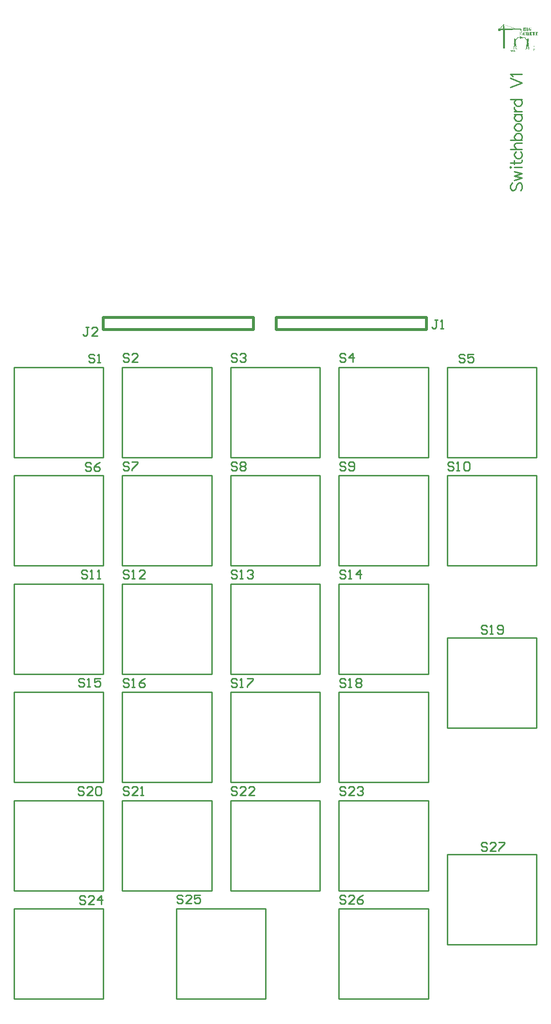
<source format=gto>
G04*
G04 #@! TF.GenerationSoftware,Altium Limited,Altium Designer,22.7.1 (60)*
G04*
G04 Layer_Color=65535*
%FSLAX44Y44*%
%MOMM*%
G71*
G04*
G04 #@! TF.SameCoordinates,EC5D1957-9DED-4F38-8C92-ABF119FEB4E7*
G04*
G04*
G04 #@! TF.FilePolarity,Positive*
G04*
G01*
G75*
%ADD10C,0.2540*%
%ADD11C,0.5000*%
G36*
X883525Y1723971D02*
X883535Y1723921D01*
X883545Y1723911D01*
X883651Y1723905D01*
X883661Y1723895D01*
X883658Y1723838D01*
X883678Y1723811D01*
X883688Y1723808D01*
X883691Y1723784D01*
X883688Y1723768D01*
X883698Y1723751D01*
X883751Y1723745D01*
X883758Y1723665D01*
X883791Y1723651D01*
X883811Y1723658D01*
X884005Y1723651D01*
X884015Y1723601D01*
X884025Y1723591D01*
X884131Y1723584D01*
X884141Y1723575D01*
X884148Y1723561D01*
X884228Y1723555D01*
X884251Y1723524D01*
X884342Y1723528D01*
X884361Y1723515D01*
X884368Y1723501D01*
X884418Y1723491D01*
X884428Y1723481D01*
X884435Y1723468D01*
X884541Y1723461D01*
X884555Y1723448D01*
X884561Y1723434D01*
X884612Y1723424D01*
X884622Y1723414D01*
X884628Y1723401D01*
X884742Y1723394D01*
X884748Y1723381D01*
X884765Y1723364D01*
X884808Y1723361D01*
X884818Y1723338D01*
X884845Y1723331D01*
X884872Y1723338D01*
X884932Y1723331D01*
X884948Y1723308D01*
X885055Y1723301D01*
X885068Y1723288D01*
X885075Y1723274D01*
X885125Y1723264D01*
X885145Y1723238D01*
X885252Y1723231D01*
X885262Y1723221D01*
X885265Y1723211D01*
X885318Y1723198D01*
X885332Y1723178D01*
X885358Y1723171D01*
X885378Y1723178D01*
X885445Y1723171D01*
X885465Y1723144D01*
X885505Y1723138D01*
X885522Y1723121D01*
X885525Y1723111D01*
X885638Y1723104D01*
X885655Y1723081D01*
X885702Y1723074D01*
X885708Y1723061D01*
X885725Y1723044D01*
X885815Y1723048D01*
X885835Y1723034D01*
X885842Y1723021D01*
X885892Y1723011D01*
X885908Y1722988D01*
X886015Y1722981D01*
X886028Y1722968D01*
X886035Y1722954D01*
X886085Y1722944D01*
X886102Y1722921D01*
X886208Y1722914D01*
X886222Y1722901D01*
X886225Y1722891D01*
X886278Y1722878D01*
X886292Y1722858D01*
X886318Y1722851D01*
X886338Y1722858D01*
X886405Y1722851D01*
X886425Y1722824D01*
X886532Y1722818D01*
X886542Y1722808D01*
X886548Y1722794D01*
X886598Y1722784D01*
X886618Y1722758D01*
X886725Y1722751D01*
X886735Y1722741D01*
X886742Y1722728D01*
X886792Y1722718D01*
X886805Y1722698D01*
X886832Y1722691D01*
X886852Y1722698D01*
X886912Y1722691D01*
X886928Y1722674D01*
X886932Y1722664D01*
X886979Y1722658D01*
X886989Y1722648D01*
X886995Y1722634D01*
X887045Y1722624D01*
X887062Y1722601D01*
X887112Y1722591D01*
X887122Y1722541D01*
X887172Y1722531D01*
X887188Y1722508D01*
X887238Y1722498D01*
X887255Y1722474D01*
X887362Y1722468D01*
X887385Y1722438D01*
X887432Y1722431D01*
X887449Y1722408D01*
X887518Y1722404D01*
X887539Y1722411D01*
X887562Y1722394D01*
X887569Y1722381D01*
X887599Y1722371D01*
X887625Y1722378D01*
X887652Y1722371D01*
X887669Y1722348D01*
X887695Y1722341D01*
X887739Y1722344D01*
X887755Y1722328D01*
X887762Y1722314D01*
X887812Y1722304D01*
X887822Y1722294D01*
X887829Y1722281D01*
X887942Y1722274D01*
X887949Y1722261D01*
X887965Y1722244D01*
X888009Y1722241D01*
X888019Y1722218D01*
X888045Y1722211D01*
X888072Y1722218D01*
X888132Y1722211D01*
X888149Y1722188D01*
X888199Y1722178D01*
X888215Y1722154D01*
X888289Y1722148D01*
X888302Y1722134D01*
X888309Y1722121D01*
X888389Y1722114D01*
X888412Y1722084D01*
X888455Y1722081D01*
X888462Y1722068D01*
X888479Y1722051D01*
X888545Y1722058D01*
X888612Y1722051D01*
X888629Y1722028D01*
X888639Y1722018D01*
X888649Y1722014D01*
X888655Y1722001D01*
X888665Y1721991D01*
X888772Y1721984D01*
X888782Y1721974D01*
X888789Y1721961D01*
X888839Y1721951D01*
X888859Y1721924D01*
X888955Y1721928D01*
X888975Y1721908D01*
X888979Y1721898D01*
X889005Y1721891D01*
X889032Y1721898D01*
X889092Y1721891D01*
X889102Y1721881D01*
X889109Y1721834D01*
X889249Y1721828D01*
X889262Y1721814D01*
X889265Y1721804D01*
X889279Y1721798D01*
X889295Y1721781D01*
X889302Y1721768D01*
X889372Y1721764D01*
X889392Y1721771D01*
X889415Y1721761D01*
X889422Y1721748D01*
X889432Y1721738D01*
X889472Y1721731D01*
X889489Y1721714D01*
X889492Y1721704D01*
X889605Y1721698D01*
X889622Y1721674D01*
X889672Y1721664D01*
X889689Y1721641D01*
X889796Y1721634D01*
X889819Y1721604D01*
X889865Y1721597D01*
X889879Y1721578D01*
X889926Y1721571D01*
X889946Y1721544D01*
X890052Y1721538D01*
X890062Y1721528D01*
X890069Y1721514D01*
X890149Y1721508D01*
X890172Y1721478D01*
X890222Y1721481D01*
X890246Y1721471D01*
X890256Y1721461D01*
X890262Y1721447D01*
X890312Y1721438D01*
X890325Y1721418D01*
X890352Y1721411D01*
X890372Y1721418D01*
X890432Y1721411D01*
X890449Y1721394D01*
X890452Y1721384D01*
X890499Y1721378D01*
X890509Y1721367D01*
X890516Y1721354D01*
X890629Y1721348D01*
X890652Y1721317D01*
X890696Y1721314D01*
X890706Y1721291D01*
X890732Y1721284D01*
X890809Y1721288D01*
X890829Y1721274D01*
X890836Y1721261D01*
X890876Y1721254D01*
X890889Y1721248D01*
X890896Y1721234D01*
X890906Y1721224D01*
X890946Y1721217D01*
X890962Y1721201D01*
X890966Y1721191D01*
X891079Y1721184D01*
X891096Y1721161D01*
X891142Y1721154D01*
X891149Y1721141D01*
X891166Y1721124D01*
X891256Y1721127D01*
X891276Y1721114D01*
X891282Y1721101D01*
X891312Y1721091D01*
X891339Y1721098D01*
X891366Y1721091D01*
X891382Y1721068D01*
X891406Y1721057D01*
X891426Y1721064D01*
X891459Y1721057D01*
X891469Y1721048D01*
X891476Y1721034D01*
X891526Y1721024D01*
X891542Y1721001D01*
X891649Y1720994D01*
X891662Y1720981D01*
X891666Y1720971D01*
X891719Y1720957D01*
X891732Y1720938D01*
X891759Y1720931D01*
X891786Y1720938D01*
X891812Y1720931D01*
X891832Y1720904D01*
X891856Y1720901D01*
X891899Y1720904D01*
X891922Y1720881D01*
X891926Y1720871D01*
X892006Y1720864D01*
X892022Y1720841D01*
X892102Y1720834D01*
X892109Y1720821D01*
X892126Y1720804D01*
X892169Y1720801D01*
X892179Y1720777D01*
X892206Y1720771D01*
X892233Y1720777D01*
X892292Y1720771D01*
X892312Y1720744D01*
X892359Y1720737D01*
X892379Y1720711D01*
X892486Y1720704D01*
X892503Y1720681D01*
X892552Y1720671D01*
X892569Y1720647D01*
X892639Y1720644D01*
X892659Y1720651D01*
X892682Y1720634D01*
X892689Y1720621D01*
X892719Y1720611D01*
X892746Y1720617D01*
X892773Y1720611D01*
X892799Y1720577D01*
X892809Y1720574D01*
X892816Y1720561D01*
X892826Y1720551D01*
X892933Y1720544D01*
X892943Y1720534D01*
X892949Y1720521D01*
X892999Y1720511D01*
X893019Y1720484D01*
X893116Y1720487D01*
X893136Y1720467D01*
X893139Y1720457D01*
X893166Y1720451D01*
X893193Y1720457D01*
X893253Y1720451D01*
X893269Y1720427D01*
X893319Y1720417D01*
X893333Y1720397D01*
X893336Y1720394D01*
X893376Y1720387D01*
X893389Y1720374D01*
X893396Y1720361D01*
X893509Y1720354D01*
X893533Y1720324D01*
X893576Y1720321D01*
X893583Y1720307D01*
X893593Y1720297D01*
X893633Y1720291D01*
X893649Y1720274D01*
X893653Y1720264D01*
X893766Y1720257D01*
X893783Y1720234D01*
X893833Y1720224D01*
X893849Y1720201D01*
X893956Y1720194D01*
X893979Y1720164D01*
X894026Y1720157D01*
X894039Y1720137D01*
X894066Y1720131D01*
X894086Y1720137D01*
X894146Y1720131D01*
X894156Y1720121D01*
X894163Y1720107D01*
X894213Y1720097D01*
X894223Y1720087D01*
X894229Y1720074D01*
X894336Y1720067D01*
X894349Y1720054D01*
X894356Y1720041D01*
X894406Y1720031D01*
X894416Y1720021D01*
X894423Y1720007D01*
X894473Y1719997D01*
X894486Y1719977D01*
X894513Y1719971D01*
X894533Y1719977D01*
X894593Y1719971D01*
X894609Y1719954D01*
X894613Y1719944D01*
X894659Y1719937D01*
X894669Y1719927D01*
X894676Y1719914D01*
X894789Y1719907D01*
X894813Y1719877D01*
X894856Y1719874D01*
X894866Y1719851D01*
X894893Y1719844D01*
X894969Y1719847D01*
X894989Y1719834D01*
X894996Y1719821D01*
X895036Y1719814D01*
X895050Y1719807D01*
X895056Y1719794D01*
X895066Y1719784D01*
X895173Y1719777D01*
X895183Y1719767D01*
X895190Y1719754D01*
X895239Y1719744D01*
X895259Y1719717D01*
X895366Y1719711D01*
X895376Y1719701D01*
X895383Y1719687D01*
X895433Y1719677D01*
X895446Y1719657D01*
X895493Y1719651D01*
X895509Y1719627D01*
X895616Y1719621D01*
X895630Y1719607D01*
X895636Y1719594D01*
X895686Y1719584D01*
X895703Y1719561D01*
X895810Y1719554D01*
X895823Y1719541D01*
X895826Y1719531D01*
X895880Y1719517D01*
X895893Y1719497D01*
X895920Y1719491D01*
X895940Y1719497D01*
X896006Y1719491D01*
X896023Y1719467D01*
X896063Y1719461D01*
X896083Y1719441D01*
X896086Y1719431D01*
X896200Y1719424D01*
X896216Y1719401D01*
X896263Y1719394D01*
X896270Y1719381D01*
X896286Y1719364D01*
X896330Y1719361D01*
X896340Y1719337D01*
X896366Y1719331D01*
X896393Y1719337D01*
X896453Y1719331D01*
X896470Y1719307D01*
X896520Y1719297D01*
X896536Y1719274D01*
X896643Y1719267D01*
X896666Y1719237D01*
X896713Y1719231D01*
X896733Y1719204D01*
X896823Y1719207D01*
X896843Y1719194D01*
X896850Y1719181D01*
X896900Y1719171D01*
X896910Y1719161D01*
X896916Y1719147D01*
X897023Y1719141D01*
X897036Y1719127D01*
X897043Y1719114D01*
X897093Y1719104D01*
X897103Y1719094D01*
X897110Y1719081D01*
X897160Y1719071D01*
X897176Y1719047D01*
X897246Y1719044D01*
X897266Y1719051D01*
X897280Y1719044D01*
X897296Y1719027D01*
X897300Y1719017D01*
X897346Y1719011D01*
X897356Y1719001D01*
X897363Y1718987D01*
X897470Y1718981D01*
X897483Y1718974D01*
X897490Y1718961D01*
X897500Y1718951D01*
X897540Y1718944D01*
X897550Y1718934D01*
X897556Y1718921D01*
X897670Y1718914D01*
X897693Y1718884D01*
X897737Y1718881D01*
X897743Y1718867D01*
X897760Y1718851D01*
X897827Y1718857D01*
X897860Y1718851D01*
X897870Y1718841D01*
X897877Y1718827D01*
X897926Y1718817D01*
X897943Y1718794D01*
X898050Y1718787D01*
X898063Y1718774D01*
X898070Y1718761D01*
X898120Y1718750D01*
X898137Y1718727D01*
X898186Y1718717D01*
X898200Y1718697D01*
X898226Y1718690D01*
X898247Y1718697D01*
X898307Y1718690D01*
X898316Y1718681D01*
X898323Y1718667D01*
X898373Y1718657D01*
X898383Y1718647D01*
X898390Y1718634D01*
X898497Y1718627D01*
X898510Y1718614D01*
X898517Y1718600D01*
X898567Y1718591D01*
X898577Y1718580D01*
X898583Y1718567D01*
X898653Y1718564D01*
X898673Y1718571D01*
X898697Y1718560D01*
X898703Y1718547D01*
X898713Y1718537D01*
X898753Y1718530D01*
X898770Y1718514D01*
X898773Y1718504D01*
X898887Y1718497D01*
X898903Y1718474D01*
X898953Y1718464D01*
X898970Y1718441D01*
X899017Y1718434D01*
X899027Y1718410D01*
X899053Y1718404D01*
X899130Y1718407D01*
X899150Y1718394D01*
X899157Y1718380D01*
X899197Y1718374D01*
X899210Y1718367D01*
X899217Y1718354D01*
X899227Y1718344D01*
X899333Y1718337D01*
X899343Y1718327D01*
X899350Y1718314D01*
X899400Y1718304D01*
X899417Y1718280D01*
X899523Y1718274D01*
X899537Y1718260D01*
X899543Y1718247D01*
X899593Y1718237D01*
X899607Y1718217D01*
X899633Y1718210D01*
X899653Y1718217D01*
X899713Y1718210D01*
X899730Y1718194D01*
X899733Y1718184D01*
X899780Y1718177D01*
X899790Y1718167D01*
X899797Y1718154D01*
X899847Y1718144D01*
X899863Y1718121D01*
X899970Y1718114D01*
X899983Y1718100D01*
X899987Y1718090D01*
X900040Y1718077D01*
X900053Y1718057D01*
X900080Y1718050D01*
X900100Y1718057D01*
X900167Y1718050D01*
X900183Y1718027D01*
X900223Y1718020D01*
X900244Y1718000D01*
X900247Y1717990D01*
X900360Y1717984D01*
X900377Y1717960D01*
X900424Y1717954D01*
X900430Y1717940D01*
X900447Y1717924D01*
X900537Y1717927D01*
X900557Y1717914D01*
X900564Y1717900D01*
X900613Y1717890D01*
X900630Y1717867D01*
X900737Y1717860D01*
X900750Y1717847D01*
X900757Y1717834D01*
X900807Y1717824D01*
X900827Y1717797D01*
X900873Y1717790D01*
X900893Y1717764D01*
X900984Y1717767D01*
X901004Y1717754D01*
X901010Y1717740D01*
X901060Y1717730D01*
X901070Y1717720D01*
X901077Y1717707D01*
X901184Y1717700D01*
X901197Y1717687D01*
X901204Y1717674D01*
X901254Y1717664D01*
X901264Y1717654D01*
X901270Y1717640D01*
X901384Y1717634D01*
X901390Y1717620D01*
X901407Y1717604D01*
X901450Y1717600D01*
X901460Y1717577D01*
X901487Y1717570D01*
X901514Y1717577D01*
X901574Y1717570D01*
X901590Y1717547D01*
X901640Y1717537D01*
X901657Y1717514D01*
X901697Y1717507D01*
X901710Y1717494D01*
X901717Y1717480D01*
X901830Y1717474D01*
X901854Y1717444D01*
X901897Y1717440D01*
X901904Y1717427D01*
X901920Y1717410D01*
X901987Y1717417D01*
X902020Y1717410D01*
X902030Y1717400D01*
X902037Y1717387D01*
X902087Y1717377D01*
X902104Y1717354D01*
X902210Y1717347D01*
X902224Y1717334D01*
X902230Y1717320D01*
X902280Y1717310D01*
X902297Y1717287D01*
X902367Y1717284D01*
X902387Y1717290D01*
X902400Y1717284D01*
X902417Y1717267D01*
X902420Y1717257D01*
X902467Y1717250D01*
X902477Y1717240D01*
X902484Y1717227D01*
X902590Y1717220D01*
X902604Y1717214D01*
X902610Y1717200D01*
X902620Y1717190D01*
X902660Y1717184D01*
X902670Y1717174D01*
X902677Y1717160D01*
X902727Y1717150D01*
X902737Y1717140D01*
X902744Y1717127D01*
X902814Y1717124D01*
X902834Y1717130D01*
X902857Y1717120D01*
X902864Y1717107D01*
X902874Y1717097D01*
X902914Y1717090D01*
X902931Y1717074D01*
X902934Y1717064D01*
X903047Y1717057D01*
X903064Y1717034D01*
X903114Y1717024D01*
X903130Y1717000D01*
X903237Y1716994D01*
X903260Y1716964D01*
X903307Y1716957D01*
X903320Y1716937D01*
X903347Y1716930D01*
X903367Y1716937D01*
X903427Y1716930D01*
X903437Y1716920D01*
X903444Y1716907D01*
X903494Y1716897D01*
X903504Y1716887D01*
X903511Y1716874D01*
X903560Y1716864D01*
X903577Y1716840D01*
X903684Y1716834D01*
X903697Y1716820D01*
X903704Y1716807D01*
X903754Y1716797D01*
X903767Y1716777D01*
X903794Y1716770D01*
X903814Y1716777D01*
X903874Y1716770D01*
X903891Y1716754D01*
X903894Y1716744D01*
X903941Y1716737D01*
X903951Y1716727D01*
X903957Y1716714D01*
X904071Y1716707D01*
X904094Y1716677D01*
X904137Y1716674D01*
X904147Y1716650D01*
X904174Y1716644D01*
X904251Y1716647D01*
X904271Y1716634D01*
X904277Y1716620D01*
X904317Y1716614D01*
X904331Y1716607D01*
X904337Y1716594D01*
X904347Y1716584D01*
X904387Y1716577D01*
X904404Y1716560D01*
X904407Y1716550D01*
X904521Y1716544D01*
X904537Y1716520D01*
X904584Y1716514D01*
X904591Y1716500D01*
X904607Y1716484D01*
X904697Y1716487D01*
X904717Y1716474D01*
X904724Y1716460D01*
X904774Y1716450D01*
X904791Y1716427D01*
X904841Y1716417D01*
X904857Y1716394D01*
X904907Y1716384D01*
X904914Y1716330D01*
X904941Y1716324D01*
X905017Y1716327D01*
X905037Y1716314D01*
X905044Y1716300D01*
X905074Y1716290D01*
X905094Y1716297D01*
X911705Y1716294D01*
X911725Y1716307D01*
X911732Y1716320D01*
X911762Y1716330D01*
X911782Y1716324D01*
X911965Y1716327D01*
X911978Y1716320D01*
X911985Y1716307D01*
X912002Y1716290D01*
X912068Y1716297D01*
X913448Y1716290D01*
X913465Y1716267D01*
X913475Y1716257D01*
X913485Y1716254D01*
X913492Y1716207D01*
X913502Y1716197D01*
X913515Y1716190D01*
X913532Y1716167D01*
X913545Y1716160D01*
X913552Y1716147D01*
X913568Y1716130D01*
X913582Y1716124D01*
X913592Y1716073D01*
X913612Y1716060D01*
X913618Y1716047D01*
X913628Y1716037D01*
X913642Y1716030D01*
X913662Y1716004D01*
X913675Y1715997D01*
X913685Y1715947D01*
X913708Y1715930D01*
X913722Y1715910D01*
X913735Y1715903D01*
X913745Y1715894D01*
X913748Y1715850D01*
X913762Y1715844D01*
X913839Y1715767D01*
X913845Y1715727D01*
X913888Y1715683D01*
X913898Y1715680D01*
X913912Y1715627D01*
X913922Y1715617D01*
X913932Y1715614D01*
X913939Y1715600D01*
X913949Y1715590D01*
X913962Y1715583D01*
X913979Y1715560D01*
X913998Y1715547D01*
X914005Y1715500D01*
X914028Y1715484D01*
X914042Y1715463D01*
X914055Y1715457D01*
X914065Y1715447D01*
X914072Y1715433D01*
X914092Y1715420D01*
X914095Y1715403D01*
X914092Y1715380D01*
X914102Y1715370D01*
X914115Y1715363D01*
X914132Y1715347D01*
X914135Y1715337D01*
X914148Y1715330D01*
X914158Y1715320D01*
X914162Y1715277D01*
X914175Y1715270D01*
X914252Y1715193D01*
X914258Y1715153D01*
X914309Y1715103D01*
X914318Y1715100D01*
X914325Y1715053D01*
X914335Y1715043D01*
X914345Y1715040D01*
X914352Y1715027D01*
X914369Y1715010D01*
X914379Y1715007D01*
X914385Y1714993D01*
X914395Y1714983D01*
X914409Y1714977D01*
X914419Y1714960D01*
X914412Y1714940D01*
X914419Y1714927D01*
X914429Y1714917D01*
X914442Y1714910D01*
X914459Y1714887D01*
X914479Y1714873D01*
X914485Y1714860D01*
X914509Y1714843D01*
X914519Y1714793D01*
X914542Y1714777D01*
X914555Y1714757D01*
X914569Y1714750D01*
X914575Y1714710D01*
X914582Y1714697D01*
X914595Y1714690D01*
X914672Y1714613D01*
X914675Y1714570D01*
X914699Y1714560D01*
X914705Y1714533D01*
X914699Y1714513D01*
X914689Y1714503D01*
X914355Y1714497D01*
X914345Y1714467D01*
X914355Y1714443D01*
X914379Y1714433D01*
X914385Y1714407D01*
X914382Y1714330D01*
X914395Y1714310D01*
X914409Y1714303D01*
X914419Y1714273D01*
X914412Y1714253D01*
X914419Y1714193D01*
X914435Y1714177D01*
X914445Y1714173D01*
X914452Y1714060D01*
X914475Y1714043D01*
X914482Y1713970D01*
X914495Y1713957D01*
X914509Y1713950D01*
X914515Y1713837D01*
X914545Y1713813D01*
X914542Y1713757D01*
X914559Y1713733D01*
X914572Y1713727D01*
X914579Y1713700D01*
X914572Y1713673D01*
X914579Y1713613D01*
X914602Y1713596D01*
X914609Y1713570D01*
X914605Y1713526D01*
X914629Y1713503D01*
X914639Y1713500D01*
X914645Y1713387D01*
X914669Y1713370D01*
X914675Y1713297D01*
X914689Y1713283D01*
X914699Y1713280D01*
X914705Y1713253D01*
X914702Y1713177D01*
X914715Y1713156D01*
X914729Y1713150D01*
X914739Y1713120D01*
X914732Y1713100D01*
X914739Y1713040D01*
X914749Y1713030D01*
X914762Y1713023D01*
X914769Y1712997D01*
X914765Y1712946D01*
X914775Y1712937D01*
X914789Y1712930D01*
X914799Y1712920D01*
X914805Y1712813D01*
X914815Y1712803D01*
X914829Y1712796D01*
X914835Y1712716D01*
X914865Y1712693D01*
X914862Y1712570D01*
X914875Y1712550D01*
X914889Y1712543D01*
X914899Y1712513D01*
X914892Y1712493D01*
X914899Y1712366D01*
X914909Y1712356D01*
X914922Y1712350D01*
X914929Y1712210D01*
X914942Y1712196D01*
X914955Y1712190D01*
X914962Y1712050D01*
X914975Y1712036D01*
X914989Y1712030D01*
X914995Y1711883D01*
X915009Y1711876D01*
X915025Y1711860D01*
X915022Y1711703D01*
X915029Y1711690D01*
X915042Y1711683D01*
X915059Y1711666D01*
X915052Y1711600D01*
X915059Y1711533D01*
X915082Y1711516D01*
X915089Y1711376D01*
X915102Y1711363D01*
X915115Y1711356D01*
X915122Y1711183D01*
X915152Y1711160D01*
X915159Y1711020D01*
X915169Y1711010D01*
X915182Y1711003D01*
X915185Y1710900D01*
X915179Y1710880D01*
X915202Y1710849D01*
X915212Y1710846D01*
X915219Y1710820D01*
X915212Y1710793D01*
X915219Y1710699D01*
X915242Y1710683D01*
X915249Y1710516D01*
X915255Y1710503D01*
X915269Y1710496D01*
X915279Y1710486D01*
X915285Y1710346D01*
X915309Y1710329D01*
X915315Y1710190D01*
X915345Y1710166D01*
X915342Y1710043D01*
X915355Y1710023D01*
X915369Y1710016D01*
X915379Y1709986D01*
X915372Y1709966D01*
X915379Y1709839D01*
X915389Y1709829D01*
X915402Y1709823D01*
X915409Y1709683D01*
X915429Y1709663D01*
X915439Y1709659D01*
X915445Y1709513D01*
X915469Y1709496D01*
X915475Y1709356D01*
X915505Y1709333D01*
X915502Y1709176D01*
X915515Y1709156D01*
X915529Y1709149D01*
X915539Y1709119D01*
X915532Y1709099D01*
X915539Y1709006D01*
X915549Y1708996D01*
X915562Y1708989D01*
X915569Y1708849D01*
X915582Y1708836D01*
X915595Y1708829D01*
X915602Y1708656D01*
X915615Y1708643D01*
X915629Y1708636D01*
X915635Y1708496D01*
X915649Y1708483D01*
X915659Y1708479D01*
X915665Y1708453D01*
X915662Y1708343D01*
X915669Y1708329D01*
X915682Y1708323D01*
X915699Y1708306D01*
X915692Y1708239D01*
X915699Y1708173D01*
X915722Y1708156D01*
X915729Y1707982D01*
X915759Y1707959D01*
X915765Y1707819D01*
X915789Y1707802D01*
X915795Y1707663D01*
X915809Y1707649D01*
X915822Y1707643D01*
X915825Y1707539D01*
X915819Y1707519D01*
X915842Y1707489D01*
X915852Y1707486D01*
X915859Y1707459D01*
X915852Y1707433D01*
X915859Y1707312D01*
X915875Y1707296D01*
X915885Y1707292D01*
X915892Y1707146D01*
X915915Y1707129D01*
X915922Y1706989D01*
X915952Y1706966D01*
X915959Y1706792D01*
X915982Y1706776D01*
X915985Y1706672D01*
X915979Y1706652D01*
X915995Y1706629D01*
X916009Y1706622D01*
X916019Y1706592D01*
X916012Y1706572D01*
X916019Y1706479D01*
X916029Y1706469D01*
X916042Y1706462D01*
X916049Y1706322D01*
X916069Y1706302D01*
X916079Y1706299D01*
X916085Y1706126D01*
X916095Y1706116D01*
X916109Y1706109D01*
X916115Y1705996D01*
X916145Y1705972D01*
X916142Y1705816D01*
X916155Y1705796D01*
X916169Y1705789D01*
X916179Y1705759D01*
X916172Y1705739D01*
X916179Y1705646D01*
X916189Y1705636D01*
X916202Y1705629D01*
X916209Y1705455D01*
X916222Y1705442D01*
X916236Y1705435D01*
X916242Y1705296D01*
X916255Y1705282D01*
X916269Y1705276D01*
X916275Y1705135D01*
X916289Y1705122D01*
X916299Y1705119D01*
X916305Y1705092D01*
X916302Y1704982D01*
X916309Y1704969D01*
X916322Y1704962D01*
X916339Y1704946D01*
X916332Y1704879D01*
X916339Y1704779D01*
X916362Y1704762D01*
X916369Y1704622D01*
X916399Y1704599D01*
X916405Y1704459D01*
X916429Y1704442D01*
X916435Y1704335D01*
X916466Y1704312D01*
X916459Y1704299D01*
X916432Y1704285D01*
X916435Y1704262D01*
X916466Y1704245D01*
X916462Y1704122D01*
X916476Y1704102D01*
X916489Y1704095D01*
X916499Y1704065D01*
X916492Y1704045D01*
X916499Y1703952D01*
X916516Y1703935D01*
X916525Y1703932D01*
X916532Y1703785D01*
X916555Y1703769D01*
X916562Y1703595D01*
X916592Y1703572D01*
X916599Y1703432D01*
X916622Y1703415D01*
X916626Y1703319D01*
X916609Y1703302D01*
X916596Y1703295D01*
X916585Y1703272D01*
X916562Y1703262D01*
X916552Y1703232D01*
X916559Y1703205D01*
X916562Y1701708D01*
X916592Y1701692D01*
X916585Y1701672D01*
X916562Y1701655D01*
X916559Y1701138D01*
X916575Y1701122D01*
X916802Y1701128D01*
X916812Y1701138D01*
X916819Y1701152D01*
X916842Y1701155D01*
X916862Y1701122D01*
X917349Y1701128D01*
X917369Y1701155D01*
X917389Y1701148D01*
X917406Y1701125D01*
X917449Y1701122D01*
X917456Y1701128D01*
X917476Y1701122D01*
X917509Y1701128D01*
X917529Y1701155D01*
X917549Y1701148D01*
X917566Y1701125D01*
X917596Y1701122D01*
X917612Y1701138D01*
X917619Y1701152D01*
X917642Y1701155D01*
X917662Y1701122D01*
X917702Y1701128D01*
X917716Y1701155D01*
X917742Y1701148D01*
X917759Y1701125D01*
X917822Y1701122D01*
X917832Y1701132D01*
X917839Y1701145D01*
X917849Y1701155D01*
X917866Y1701152D01*
X917872Y1701138D01*
X917889Y1701122D01*
X917899Y1701118D01*
X917906Y1701098D01*
X917916Y1701088D01*
X917929Y1701095D01*
X917939Y1701105D01*
X917936Y1701122D01*
X917909Y1701128D01*
X917906Y1701152D01*
X917916Y1701162D01*
X917929Y1701155D01*
X917939Y1701145D01*
X917942Y1701122D01*
X918022Y1701128D01*
X918036Y1701155D01*
X918059Y1701152D01*
X918076Y1701122D01*
X918089Y1701128D01*
X918102Y1701155D01*
X918126Y1701152D01*
X918142Y1701122D01*
X918216Y1701128D01*
X918229Y1701155D01*
X918252Y1701152D01*
X918262Y1701128D01*
X918289Y1701122D01*
X918436Y1701128D01*
X918446Y1701138D01*
X918452Y1701152D01*
X918469Y1701155D01*
X918479Y1701145D01*
X918486Y1701132D01*
X918496Y1701122D01*
X918512Y1701138D01*
X918519Y1701152D01*
X918536Y1701155D01*
X918546Y1701145D01*
X918552Y1701132D01*
X918562Y1701122D01*
X918596Y1701128D01*
X918606Y1701138D01*
X918612Y1701152D01*
X918629Y1701155D01*
X918646Y1701138D01*
X918652Y1701125D01*
X918682Y1701122D01*
X918699Y1701138D01*
X918706Y1701152D01*
X918729Y1701155D01*
X918742Y1701128D01*
X918769Y1701122D01*
X918806Y1701125D01*
X918842Y1701122D01*
X918859Y1701132D01*
X918866Y1701152D01*
X918883Y1701155D01*
X918892Y1701145D01*
X918899Y1701132D01*
X918923Y1701115D01*
X918932Y1701092D01*
X918949Y1701088D01*
X918959Y1701098D01*
X918956Y1701122D01*
X918929Y1701128D01*
X918926Y1701145D01*
X918942Y1701162D01*
X918956Y1701155D01*
X918976Y1701122D01*
X919009Y1701128D01*
X919019Y1701138D01*
X919026Y1701152D01*
X919049Y1701155D01*
X919062Y1701128D01*
X919089Y1701122D01*
X919143Y1701128D01*
X919156Y1701155D01*
X919183Y1701148D01*
X919199Y1701125D01*
X919236Y1701122D01*
X919249Y1701128D01*
X919269Y1701122D01*
X919303Y1701128D01*
X919316Y1701155D01*
X919342Y1701148D01*
X919359Y1701125D01*
X919396Y1701122D01*
X919409Y1701128D01*
X919429Y1701122D01*
X919463Y1701128D01*
X919476Y1701155D01*
X919502Y1701148D01*
X919519Y1701125D01*
X919549Y1701122D01*
X919566Y1701138D01*
X919573Y1701152D01*
X919589Y1701155D01*
X919606Y1701138D01*
X919613Y1701125D01*
X919643Y1701122D01*
X919659Y1701138D01*
X919666Y1701152D01*
X919689Y1701155D01*
X919703Y1701128D01*
X919729Y1701122D01*
X919766Y1701125D01*
X919803Y1701122D01*
X919819Y1701132D01*
X919829Y1701155D01*
X919853Y1701152D01*
X919863Y1701128D01*
X919889Y1701122D01*
X919943Y1701128D01*
X919956Y1701155D01*
X919983Y1701148D01*
X919999Y1701125D01*
X920123Y1701122D01*
X920139Y1701132D01*
X920149Y1701155D01*
X920173Y1701152D01*
X920183Y1701128D01*
X920209Y1701122D01*
X920246Y1701125D01*
X920283Y1701122D01*
X920299Y1701132D01*
X920309Y1701155D01*
X920333Y1701152D01*
X920343Y1701128D01*
X920369Y1701122D01*
X920406Y1701125D01*
X920443Y1701122D01*
X920459Y1701132D01*
X920469Y1701155D01*
X920493Y1701152D01*
X920503Y1701128D01*
X920529Y1701122D01*
X920649Y1701128D01*
X920656Y1701182D01*
X920686Y1701198D01*
X920693Y1701212D01*
X920703Y1701222D01*
X920716Y1701228D01*
X920719Y1701245D01*
X920689Y1701255D01*
X920659Y1701258D01*
X920653Y1701285D01*
X920656Y1701308D01*
X920676Y1701315D01*
X920686Y1701305D01*
X920693Y1701292D01*
X920709Y1701282D01*
X920719Y1701292D01*
X920716Y1701315D01*
X920686Y1701332D01*
X920679Y1701345D01*
X920669Y1701355D01*
X920656Y1701362D01*
X920653Y1701432D01*
X920659Y1701452D01*
X920643Y1701475D01*
X920629Y1701482D01*
X920626Y1701505D01*
X920653Y1701518D01*
X920659Y1701545D01*
X920653Y1701565D01*
X920659Y1701632D01*
X920676Y1701635D01*
X920686Y1701625D01*
X920693Y1701612D01*
X920703Y1701602D01*
X920716Y1701608D01*
X920723Y1701662D01*
X920743Y1701668D01*
X920809Y1701662D01*
X920819Y1701612D01*
X920829Y1701602D01*
X920869Y1701595D01*
X920879Y1701585D01*
X920883Y1701575D01*
X920909Y1701582D01*
X920923Y1701602D01*
X920943Y1701595D01*
X920959Y1701572D01*
X920973Y1701565D01*
X920979Y1701545D01*
X920973Y1701525D01*
X920989Y1701508D01*
X921096Y1701502D01*
X921106Y1701492D01*
X921113Y1701452D01*
X921123Y1701442D01*
X921179Y1701445D01*
X921193Y1701438D01*
X921203Y1701415D01*
X921229Y1701422D01*
X921243Y1701442D01*
X921263Y1701435D01*
X921276Y1701415D01*
X921323Y1701408D01*
X921326Y1701385D01*
X921293Y1701372D01*
X921296Y1701348D01*
X921313Y1701345D01*
X921326Y1701358D01*
X921333Y1701378D01*
X921349Y1701382D01*
X921359Y1701372D01*
X921366Y1701352D01*
X921359Y1701332D01*
X921366Y1701258D01*
X921389Y1701242D01*
X921396Y1701222D01*
X921423Y1701215D01*
X921426Y1701172D01*
X921419Y1701158D01*
X921426Y1701138D01*
X921423Y1701048D01*
X921429Y1701035D01*
X921453Y1701025D01*
X921446Y1700998D01*
X921436Y1700988D01*
X921423Y1700982D01*
X921419Y1700952D01*
X921443Y1700928D01*
X921453Y1700925D01*
X921459Y1700898D01*
X921449Y1700875D01*
X921426Y1700865D01*
X921433Y1700838D01*
X921456Y1700822D01*
X921459Y1700798D01*
X921453Y1700778D01*
X921459Y1700558D01*
X921489Y1700548D01*
X921516Y1700542D01*
X921526Y1700505D01*
X921516Y1700488D01*
X921489Y1700495D01*
X921476Y1700515D01*
X921453Y1700512D01*
X921459Y1700485D01*
X921483Y1700475D01*
X921503Y1700448D01*
X921513Y1700445D01*
X921526Y1700392D01*
X921566Y1700385D01*
X921586Y1700372D01*
X921583Y1700315D01*
X921600Y1700292D01*
X921613Y1700285D01*
X921619Y1700258D01*
X921613Y1700232D01*
X921616Y1700202D01*
X921646Y1700191D01*
X921653Y1700172D01*
X921669Y1700155D01*
X921680Y1700152D01*
X921686Y1700138D01*
X921703Y1700128D01*
X921723Y1700135D01*
X921736Y1700128D01*
X921746Y1700118D01*
X921753Y1700072D01*
X921773Y1700058D01*
X921776Y1700042D01*
X921773Y1700018D01*
X921789Y1700002D01*
X921836Y1699995D01*
X921846Y1699945D01*
X921870Y1699942D01*
X921876Y1699968D01*
X921896Y1699975D01*
X921906Y1699965D01*
X921899Y1699945D01*
X921876Y1699935D01*
X921873Y1699911D01*
X921933Y1699905D01*
X921926Y1699878D01*
X921906Y1699865D01*
X921909Y1699841D01*
X921963Y1699835D01*
X921973Y1699825D01*
X921976Y1699815D01*
X921990Y1699808D01*
X922006Y1699792D01*
X922010Y1699781D01*
X922023Y1699775D01*
X922033Y1699765D01*
X922039Y1699751D01*
X922063Y1699735D01*
X922069Y1699688D01*
X922083Y1699682D01*
X922110Y1699655D01*
X922150Y1699648D01*
X922160Y1699638D01*
X922163Y1699608D01*
X922156Y1699568D01*
X922153Y1699558D01*
X922173Y1699525D01*
X922213Y1699518D01*
X922243Y1699488D01*
X922253Y1699485D01*
X922260Y1699431D01*
X922276Y1699428D01*
X922286Y1699438D01*
X922293Y1699451D01*
X922303Y1699461D01*
X922316Y1699455D01*
X922326Y1699431D01*
X922319Y1699411D01*
X922326Y1699371D01*
X922336Y1699361D01*
X922359Y1699365D01*
X922380Y1699358D01*
X922386Y1699345D01*
X922396Y1699335D01*
X922410Y1699328D01*
X922413Y1699311D01*
X922403Y1699301D01*
X922390Y1699295D01*
X922386Y1699271D01*
X922410Y1699255D01*
X922416Y1699215D01*
X922430Y1699201D01*
X922510Y1699195D01*
X922523Y1699175D01*
X922573Y1699171D01*
X922566Y1699145D01*
X922556Y1699135D01*
X922546Y1699131D01*
X922550Y1699108D01*
X922606Y1699105D01*
X922603Y1699075D01*
X922576Y1699068D01*
X922573Y1699051D01*
X922583Y1699041D01*
X922603Y1699048D01*
X922613Y1699071D01*
X922636Y1699075D01*
X922643Y1699015D01*
X922670Y1699021D01*
X922683Y1699041D01*
X922703Y1699035D01*
X922716Y1699015D01*
X922730Y1699008D01*
X922733Y1698991D01*
X922723Y1698981D01*
X922710Y1698975D01*
X922706Y1698951D01*
X922766Y1698945D01*
X922763Y1698915D01*
X922736Y1698908D01*
X922733Y1698891D01*
X922743Y1698881D01*
X922763Y1698888D01*
X922773Y1698911D01*
X922796Y1698915D01*
X922803Y1698855D01*
X922830Y1698861D01*
X922843Y1698881D01*
X922866Y1698878D01*
X922873Y1698825D01*
X922883Y1698815D01*
X922893Y1698811D01*
X922900Y1698798D01*
X922923Y1698781D01*
X922933Y1698758D01*
X922956Y1698748D01*
X922966Y1698738D01*
X922973Y1698725D01*
X922986Y1698718D01*
X922993Y1698705D01*
X923010Y1698688D01*
X923020Y1698685D01*
X923026Y1698671D01*
X923043Y1698655D01*
X923053Y1698651D01*
X923060Y1698638D01*
X923083Y1698621D01*
X923093Y1698598D01*
X923120Y1698591D01*
X923123Y1698535D01*
X923150Y1698541D01*
X923163Y1698561D01*
X923186Y1698558D01*
X923183Y1698488D01*
X923196Y1698468D01*
X923210Y1698461D01*
X923220Y1698431D01*
X923213Y1698405D01*
X923216Y1698375D01*
X923243Y1698381D01*
X923256Y1698401D01*
X923280Y1698398D01*
X923286Y1698345D01*
X923310Y1698328D01*
X923323Y1698308D01*
X923336Y1698301D01*
X923346Y1698291D01*
X923350Y1698248D01*
X923373Y1698238D01*
X923380Y1698191D01*
X923430Y1698141D01*
X923440Y1698138D01*
X923446Y1698091D01*
X923456Y1698081D01*
X923466Y1698078D01*
X923473Y1698065D01*
X923490Y1698048D01*
X923503Y1698041D01*
X923513Y1697991D01*
X923533Y1697978D01*
X923540Y1697951D01*
X923533Y1697925D01*
X923536Y1697895D01*
X923563Y1697901D01*
X923576Y1697921D01*
X923600Y1697918D01*
X923606Y1697891D01*
X923600Y1697871D01*
X923606Y1697831D01*
X923660Y1697825D01*
X923666Y1697811D01*
X923650Y1697795D01*
X923636Y1697788D01*
X923633Y1697771D01*
X923643Y1697761D01*
X923693Y1697758D01*
X923700Y1697711D01*
X923760Y1697651D01*
X923766Y1697611D01*
X923776Y1697601D01*
X923816Y1697594D01*
X923843Y1697568D01*
X923853Y1697565D01*
X923860Y1697545D01*
X923853Y1697525D01*
X923863Y1697508D01*
X923916Y1697501D01*
X923926Y1697451D01*
X923936Y1697441D01*
X923980Y1697438D01*
X923990Y1697415D01*
X924043Y1697408D01*
X924050Y1697381D01*
X924076Y1697375D01*
X924096Y1697348D01*
X924140Y1697345D01*
X924146Y1697318D01*
X924150Y1697288D01*
X924176Y1697281D01*
X924217Y1697288D01*
X924240Y1697271D01*
X924247Y1697258D01*
X924277Y1697248D01*
X924296Y1697254D01*
X924363Y1697248D01*
X924367Y1697224D01*
X924313Y1697218D01*
X924306Y1697198D01*
X924310Y1697188D01*
X924336Y1697181D01*
X924357Y1697188D01*
X924367Y1697198D01*
X924373Y1697218D01*
X924417Y1697221D01*
X924426Y1697211D01*
X924433Y1697198D01*
X924443Y1697188D01*
X924463Y1697195D01*
X924480Y1697218D01*
X924493Y1697231D01*
X924500Y1697258D01*
X924493Y1697278D01*
X924500Y1697305D01*
X924510Y1697314D01*
X924523Y1697321D01*
X924527Y1697338D01*
X924517Y1697348D01*
X924503Y1697354D01*
X924493Y1697365D01*
X924510Y1697381D01*
X924523Y1697388D01*
X924527Y1697411D01*
X924500Y1697418D01*
X924493Y1697438D01*
X924503Y1697448D01*
X924523Y1697441D01*
X924530Y1697415D01*
X924560Y1697418D01*
X924566Y1697444D01*
X924560Y1697458D01*
X924543Y1697475D01*
X924533Y1697478D01*
X924527Y1697498D01*
X924537Y1697508D01*
X924550Y1697514D01*
X924560Y1697525D01*
X924566Y1697658D01*
X924576Y1697668D01*
X924590Y1697675D01*
X924593Y1697685D01*
X924576Y1697701D01*
X924563Y1697708D01*
X924560Y1697718D01*
X924576Y1697735D01*
X924590Y1697741D01*
X924593Y1697758D01*
X924560Y1697771D01*
X924566Y1697798D01*
X924576Y1697801D01*
X924593Y1697785D01*
X924596Y1697761D01*
X924626Y1697778D01*
X924620Y1697818D01*
X924596Y1697835D01*
X924580Y1697858D01*
X924557Y1697875D01*
X924553Y1697891D01*
X924560Y1697911D01*
X924557Y1698095D01*
X924570Y1698115D01*
X924590Y1698121D01*
X924600Y1698145D01*
X924623Y1698161D01*
X924626Y1698165D01*
X924610Y1698181D01*
X924596Y1698188D01*
X924593Y1698205D01*
X924603Y1698215D01*
X924653Y1698218D01*
X924663Y1698241D01*
X924710Y1698248D01*
X924720Y1698278D01*
X924726Y1698305D01*
X924766Y1698311D01*
X924787Y1698325D01*
X924790Y1698368D01*
X924813Y1698378D01*
X924820Y1698431D01*
X924837Y1698435D01*
X924846Y1698425D01*
X924853Y1698411D01*
X924863Y1698401D01*
X924876Y1698408D01*
X924886Y1698431D01*
X924880Y1698451D01*
X924886Y1698558D01*
X924910Y1698568D01*
X924913Y1698585D01*
X924903Y1698595D01*
X924880Y1698605D01*
X924886Y1698625D01*
X924940Y1698631D01*
X924947Y1698645D01*
X924930Y1698661D01*
X924883Y1698668D01*
X924880Y1698685D01*
X924890Y1698695D01*
X924937Y1698701D01*
X924947Y1698711D01*
X924943Y1698868D01*
X924957Y1698881D01*
X924970Y1698888D01*
X924973Y1698905D01*
X924963Y1698915D01*
X924950Y1698921D01*
X924947Y1698945D01*
X924973Y1698958D01*
X924980Y1698985D01*
X924973Y1699011D01*
X924980Y1699038D01*
X925010Y1699048D01*
X925037Y1699041D01*
X925100Y1699045D01*
X925103Y1699061D01*
X925097Y1699075D01*
X925043Y1699081D01*
X925040Y1699098D01*
X925050Y1699108D01*
X925077Y1699115D01*
X925103Y1699108D01*
X925133Y1699111D01*
X925130Y1699135D01*
X925117Y1699141D01*
X925107Y1699151D01*
X925110Y1699175D01*
X925163Y1699181D01*
X925177Y1699201D01*
X925203Y1699208D01*
X925230Y1699201D01*
X925257Y1699208D01*
X925267Y1699218D01*
X925273Y1699265D01*
X925310Y1699268D01*
X925330Y1699261D01*
X925353Y1699271D01*
X925360Y1699291D01*
X925350Y1699301D01*
X925300Y1699305D01*
X925297Y1699321D01*
X925310Y1699335D01*
X925357Y1699328D01*
X925367Y1699305D01*
X925390Y1699288D01*
X925417Y1699261D01*
X925443Y1699268D01*
X925453Y1699278D01*
X925447Y1699298D01*
X925423Y1699308D01*
X925420Y1699325D01*
X925430Y1699335D01*
X925450Y1699328D01*
X925460Y1699305D01*
X925487Y1699298D01*
X925493Y1699271D01*
X925510Y1699268D01*
X925520Y1699278D01*
X925517Y1699301D01*
X925487Y1699305D01*
X925493Y1699332D01*
X925510Y1699335D01*
X925520Y1699325D01*
X925523Y1699301D01*
X925553Y1699298D01*
X925560Y1699271D01*
X925570Y1699261D01*
X925603Y1699268D01*
X925613Y1699278D01*
X925610Y1699301D01*
X925553Y1699305D01*
X925560Y1699332D01*
X925603Y1699335D01*
X925613Y1699325D01*
X925617Y1699301D01*
X925647Y1699298D01*
X925657Y1699268D01*
X925683Y1699261D01*
X925737Y1699275D01*
X925743Y1699315D01*
X925757Y1699335D01*
X925770Y1699328D01*
X925780Y1699318D01*
X925787Y1699271D01*
X925823Y1699268D01*
X925840Y1699285D01*
X925847Y1699298D01*
X925863Y1699301D01*
X925873Y1699291D01*
X925883Y1699268D01*
X926120Y1699265D01*
X926133Y1699211D01*
X926143Y1699201D01*
X926160Y1699211D01*
X926167Y1699265D01*
X926183Y1699268D01*
X926193Y1699258D01*
X926200Y1699211D01*
X926210Y1699201D01*
X926300Y1699205D01*
X926313Y1699198D01*
X926323Y1699175D01*
X926350Y1699181D01*
X926363Y1699201D01*
X926383Y1699195D01*
X926400Y1699171D01*
X926413Y1699158D01*
X926420Y1699111D01*
X926437Y1699108D01*
X926447Y1699118D01*
X926453Y1699165D01*
X926463Y1699175D01*
X926477Y1699168D01*
X926487Y1699145D01*
X926480Y1699125D01*
X926490Y1699108D01*
X926553Y1699111D01*
X926573Y1699105D01*
X926567Y1699078D01*
X926547Y1699065D01*
X926550Y1699041D01*
X926607Y1699045D01*
X926657Y1699041D01*
X926677Y1699048D01*
X926700Y1699038D01*
X926710Y1699015D01*
X926763Y1699008D01*
X926770Y1698981D01*
X926797Y1698975D01*
X926813Y1698951D01*
X926910Y1698855D01*
X926950Y1698848D01*
X926960Y1698838D01*
X926964Y1698808D01*
X926960Y1698765D01*
X926970Y1698755D01*
X926993Y1698751D01*
X927000Y1698725D01*
X927040Y1698691D01*
X927054Y1698685D01*
X927060Y1698658D01*
X927054Y1698631D01*
X927060Y1698618D01*
X927054Y1698598D01*
X927060Y1698571D01*
X927070Y1698561D01*
X927087Y1698558D01*
X927094Y1698538D01*
X927104Y1698528D01*
X927113Y1698525D01*
X927120Y1698498D01*
X927127Y1698478D01*
X927137Y1698468D01*
X927177Y1698461D01*
X927187Y1698451D01*
X927180Y1698411D01*
X927157Y1698408D01*
X927143Y1698435D01*
X927120Y1698431D01*
X927123Y1698408D01*
X927153Y1698391D01*
X927157Y1698368D01*
X927184Y1698361D01*
X927187Y1698318D01*
X927160Y1698311D01*
X927153Y1698331D01*
X927150Y1698368D01*
X927123Y1698361D01*
X927113Y1698351D01*
X927120Y1698318D01*
X927130Y1698308D01*
X927150Y1698301D01*
X927160Y1698278D01*
X927184Y1698261D01*
X927187Y1698191D01*
X927180Y1698171D01*
X927197Y1698148D01*
X927210Y1698141D01*
X927220Y1698111D01*
X927214Y1698098D01*
X927204Y1698088D01*
X927190Y1698081D01*
X927187Y1698058D01*
X927197Y1698048D01*
X927210Y1698041D01*
X927220Y1698031D01*
X927214Y1697998D01*
X927187Y1697985D01*
X927194Y1697958D01*
X927214Y1697951D01*
X927210Y1697928D01*
X927187Y1697918D01*
X927190Y1697895D01*
X927214Y1697885D01*
X927210Y1697861D01*
X927187Y1697851D01*
X927180Y1697825D01*
X927187Y1697805D01*
X927180Y1697785D01*
X927197Y1697768D01*
X927210Y1697761D01*
X927214Y1697738D01*
X927204Y1697728D01*
X927190Y1697721D01*
X927184Y1697641D01*
X927163Y1697635D01*
X927153Y1697645D01*
X927147Y1697725D01*
X927137Y1697735D01*
X927123Y1697728D01*
X927113Y1697698D01*
X927120Y1697671D01*
X927123Y1697554D01*
X927110Y1697541D01*
X927090Y1697535D01*
X927080Y1697511D01*
X927070Y1697501D01*
X927057Y1697495D01*
X927050Y1697448D01*
X927027Y1697438D01*
X927020Y1697384D01*
X927003Y1697381D01*
X926993Y1697391D01*
X926987Y1697404D01*
X926977Y1697415D01*
X926964Y1697408D01*
X926960Y1697318D01*
X926967Y1697305D01*
X926950Y1697281D01*
X926937Y1697288D01*
X926927Y1697298D01*
X926920Y1697311D01*
X926904Y1697314D01*
X926893Y1697305D01*
X926897Y1697241D01*
X926883Y1697221D01*
X926870Y1697215D01*
X926860Y1697184D01*
X926867Y1697158D01*
X926860Y1697131D01*
X926850Y1697121D01*
X926804Y1697115D01*
X926800Y1696951D01*
X926807Y1696931D01*
X926800Y1696911D01*
X926790Y1696901D01*
X926767Y1696904D01*
X926760Y1696958D01*
X926743Y1696961D01*
X926733Y1696951D01*
X926737Y1696908D01*
X926767Y1696898D01*
X926770Y1696868D01*
X926797Y1696861D01*
X926807Y1696851D01*
X926800Y1696818D01*
X926790Y1696808D01*
X926767Y1696811D01*
X926763Y1696868D01*
X926733Y1696851D01*
X926740Y1696811D01*
X926767Y1696798D01*
X926773Y1696778D01*
X926783Y1696768D01*
X926797Y1696761D01*
X926833Y1696724D01*
X926837Y1696714D01*
X926867Y1696698D01*
X926860Y1696678D01*
X926843Y1696674D01*
X926833Y1696684D01*
X926827Y1696698D01*
X926804Y1696701D01*
X926793Y1696671D01*
X926817Y1696641D01*
X926857Y1696634D01*
X926867Y1696624D01*
X926863Y1696568D01*
X926870Y1696554D01*
X926893Y1696544D01*
X926887Y1696518D01*
X926867Y1696504D01*
X926873Y1696484D01*
X926897Y1696468D01*
X926900Y1696458D01*
X926893Y1696438D01*
X926950Y1696381D01*
X926960Y1696378D01*
X926967Y1696331D01*
X926990Y1696314D01*
X927003Y1696294D01*
X927023Y1696288D01*
X927027Y1696264D01*
X927003Y1696261D01*
X926993Y1696271D01*
X926987Y1696284D01*
X926964Y1696288D01*
X926954Y1696258D01*
X926977Y1696228D01*
X927017Y1696221D01*
X927027Y1696211D01*
X927023Y1696148D01*
X927037Y1696134D01*
X927050Y1696128D01*
X927054Y1696111D01*
X927044Y1696101D01*
X927030Y1696094D01*
X927027Y1696071D01*
X927054Y1696058D01*
X927060Y1696031D01*
X927054Y1696004D01*
X927060Y1695984D01*
X927070Y1695974D01*
X927110Y1695968D01*
X927120Y1695958D01*
X927113Y1695118D01*
X927104Y1695108D01*
X927090Y1695101D01*
X927087Y1695091D01*
X927097Y1695074D01*
X927110Y1695068D01*
X927127Y1695051D01*
X927120Y1695018D01*
X927097Y1695014D01*
X927077Y1695041D01*
X927054Y1695038D01*
X927057Y1694974D01*
X927054Y1694931D01*
X927060Y1694911D01*
X927050Y1694888D01*
X927037Y1694881D01*
X927027Y1694871D01*
X927020Y1694851D01*
X927027Y1694831D01*
X927020Y1694811D01*
X927030Y1694794D01*
X927054Y1694784D01*
X927047Y1694758D01*
X927027Y1694744D01*
X927023Y1694727D01*
X927027Y1694571D01*
X926997Y1694561D01*
X926990Y1694588D01*
X926970Y1694594D01*
X926960Y1694591D01*
X926964Y1694568D01*
X926993Y1694557D01*
X926987Y1694538D01*
X926977Y1694527D01*
X926964Y1694521D01*
X926960Y1694444D01*
X926967Y1694424D01*
X926957Y1694408D01*
X926930Y1694401D01*
X926924Y1694434D01*
X926904Y1694441D01*
X926893Y1694431D01*
X926897Y1694408D01*
X926927Y1694397D01*
X926924Y1694374D01*
X926910Y1694368D01*
X926893Y1694351D01*
X926897Y1694328D01*
X926890Y1694314D01*
X926867Y1694304D01*
X926873Y1694277D01*
X926893Y1694264D01*
X926887Y1694244D01*
X926843Y1694214D01*
X926804Y1694207D01*
X926800Y1694191D01*
X926810Y1694181D01*
X926857Y1694174D01*
X926867Y1694164D01*
X926860Y1694151D01*
X926830Y1694141D01*
X926804Y1694147D01*
X926770Y1694141D01*
X926767Y1694131D01*
X926783Y1694114D01*
X926797Y1694108D01*
X926800Y1694091D01*
X926790Y1694081D01*
X926740Y1694077D01*
X926733Y1694064D01*
X926723Y1694054D01*
X926710Y1694047D01*
X926707Y1694031D01*
X926717Y1694021D01*
X926730Y1694014D01*
X926733Y1693991D01*
X926707Y1693977D01*
X926700Y1693951D01*
X926707Y1693931D01*
X926703Y1693881D01*
X926707Y1693837D01*
X926683Y1693827D01*
X926673Y1693837D01*
X926663Y1693861D01*
X926640Y1693857D01*
X926647Y1693831D01*
X926670Y1693821D01*
X926680Y1693797D01*
X926703Y1693787D01*
X926707Y1693771D01*
X926677Y1693761D01*
X926670Y1693794D01*
X926640Y1693791D01*
X926643Y1693767D01*
X926673Y1693757D01*
X926677Y1693734D01*
X926703Y1693727D01*
X926707Y1693704D01*
X926683Y1693701D01*
X926673Y1693711D01*
X926667Y1693724D01*
X926643Y1693727D01*
X926633Y1693704D01*
X926640Y1693684D01*
X926637Y1693634D01*
X926647Y1693611D01*
X926673Y1693591D01*
X926667Y1693577D01*
X926657Y1693567D01*
X926643Y1693561D01*
X926637Y1693261D01*
X926633Y1693251D01*
X926663Y1693214D01*
X926673Y1693204D01*
X926677Y1693194D01*
X926707Y1693177D01*
X926700Y1693157D01*
X926683Y1693154D01*
X926673Y1693164D01*
X926667Y1693177D01*
X926657Y1693187D01*
X926640Y1693177D01*
X926637Y1693161D01*
X926640Y1693124D01*
X926633Y1693111D01*
X926650Y1693094D01*
X926670Y1693101D01*
X926683Y1693121D01*
X926707Y1693117D01*
X926700Y1693097D01*
X926673Y1693084D01*
X926677Y1693061D01*
X926703Y1693054D01*
X926707Y1693037D01*
X926697Y1693027D01*
X926673Y1693031D01*
X926670Y1693061D01*
X926643Y1693054D01*
X926640Y1693037D01*
X926650Y1693027D01*
X926673Y1693024D01*
X926677Y1692994D01*
X926703Y1692987D01*
X926707Y1692944D01*
X926697Y1692934D01*
X926673Y1692937D01*
X926670Y1692994D01*
X926643Y1692987D01*
X926633Y1692977D01*
X926640Y1692944D01*
X926650Y1692934D01*
X926673Y1692931D01*
X926677Y1692894D01*
X926703Y1692887D01*
X926707Y1692851D01*
X926697Y1692841D01*
X926673Y1692844D01*
X926670Y1692894D01*
X926640Y1692891D01*
X926633Y1692864D01*
X926643Y1692841D01*
X926673Y1692824D01*
X926680Y1692804D01*
X926703Y1692787D01*
X926707Y1692684D01*
X926700Y1692664D01*
X926710Y1692647D01*
X926723Y1692641D01*
X926740Y1692624D01*
X926733Y1692591D01*
X926710Y1692574D01*
X926707Y1692557D01*
X926717Y1692547D01*
X926730Y1692541D01*
X926733Y1692524D01*
X926723Y1692514D01*
X926710Y1692507D01*
X926707Y1692491D01*
X926717Y1692481D01*
X926730Y1692474D01*
X926740Y1692464D01*
X926733Y1692431D01*
X926710Y1692414D01*
X926707Y1692391D01*
X926733Y1692377D01*
X926740Y1692351D01*
X926733Y1692331D01*
X926740Y1692237D01*
X926763Y1692220D01*
X926767Y1692204D01*
X926757Y1692194D01*
X926720Y1692197D01*
X926707Y1692191D01*
X926713Y1692164D01*
X926767Y1692157D01*
X926760Y1692131D01*
X926733Y1692110D01*
X926740Y1692077D01*
X926767Y1692064D01*
X926763Y1692041D01*
X926740Y1692030D01*
X926737Y1692014D01*
X926750Y1692000D01*
X926797Y1691994D01*
X926804Y1691967D01*
X926807Y1691964D01*
X926800Y1691944D01*
X926807Y1691691D01*
X926817Y1691680D01*
X926857Y1691674D01*
X926867Y1691664D01*
X926863Y1691507D01*
X926877Y1691494D01*
X926890Y1691487D01*
X926893Y1691470D01*
X926883Y1691460D01*
X926870Y1691454D01*
X926867Y1691431D01*
X926893Y1691417D01*
X926900Y1691390D01*
X926893Y1691377D01*
X926883Y1691367D01*
X926870Y1691360D01*
X926867Y1691337D01*
X926877Y1691327D01*
X926890Y1691320D01*
X926900Y1691310D01*
X926893Y1691244D01*
X926897Y1691127D01*
X926890Y1691114D01*
X926877Y1691107D01*
X926867Y1691097D01*
X926873Y1691077D01*
X926883Y1691067D01*
X926897Y1691060D01*
X926900Y1691030D01*
X926883Y1691014D01*
X926870Y1691007D01*
X926867Y1690984D01*
X926893Y1690970D01*
X926900Y1690944D01*
X926893Y1690917D01*
X926900Y1690797D01*
X926910Y1690787D01*
X926937Y1690780D01*
X926954Y1690790D01*
X926957Y1690807D01*
X926944Y1690820D01*
X926930Y1690827D01*
X926927Y1690844D01*
X926937Y1690854D01*
X926957Y1690847D01*
X926970Y1690820D01*
X926983Y1690814D01*
X927027Y1690770D01*
X927023Y1690714D01*
X927037Y1690694D01*
X927050Y1690687D01*
X927054Y1690670D01*
X927044Y1690660D01*
X927030Y1690654D01*
X927027Y1690630D01*
X927054Y1690617D01*
X927057Y1690600D01*
X927054Y1690584D01*
X927070Y1690560D01*
X927084Y1690554D01*
X927094Y1690524D01*
X927087Y1690510D01*
X927077Y1690500D01*
X927064Y1690507D01*
X927054Y1690517D01*
X927047Y1690530D01*
X927030Y1690534D01*
X927020Y1690524D01*
X927027Y1690504D01*
X927054Y1690490D01*
X927064Y1690467D01*
X927080Y1690464D01*
X927110Y1690467D01*
X927120Y1690457D01*
X927127Y1690284D01*
X927153Y1690257D01*
X927160Y1690217D01*
X927170Y1690207D01*
X927184Y1690200D01*
X927187Y1690124D01*
X927180Y1690104D01*
X927190Y1690087D01*
X927204Y1690080D01*
X927220Y1690064D01*
X927214Y1690030D01*
X927190Y1690014D01*
X927187Y1689990D01*
X927214Y1689977D01*
X927220Y1689950D01*
X927214Y1689930D01*
X927217Y1689527D01*
X927210Y1689514D01*
X927187Y1689504D01*
X927194Y1689477D01*
X927214Y1689464D01*
X927207Y1689444D01*
X927180Y1689424D01*
X927187Y1689357D01*
X927184Y1689240D01*
X927187Y1689197D01*
X927163Y1689187D01*
X927153Y1689197D01*
X927143Y1689220D01*
X927120Y1689217D01*
X927127Y1689190D01*
X927150Y1689180D01*
X927160Y1689157D01*
X927184Y1689147D01*
X927187Y1689130D01*
X927177Y1689120D01*
X927157Y1689127D01*
X927147Y1689150D01*
X927130Y1689153D01*
X927113Y1689137D01*
X927120Y1689090D01*
X927117Y1689047D01*
X927123Y1689020D01*
X927127Y1689017D01*
X927117Y1689000D01*
X927090Y1689007D01*
X927077Y1689027D01*
X927054Y1689023D01*
X927057Y1689000D01*
X927087Y1688990D01*
X927094Y1688970D01*
X927104Y1688960D01*
X927120Y1688957D01*
X927117Y1688927D01*
X927097Y1688934D01*
X927087Y1688943D01*
X927084Y1688960D01*
X927057Y1688954D01*
X927054Y1688917D01*
X927060Y1688897D01*
X927050Y1688873D01*
X927027Y1688864D01*
X927033Y1688837D01*
X927054Y1688824D01*
X927047Y1688804D01*
X927027Y1688790D01*
X927023Y1688773D01*
X927027Y1688717D01*
X927017Y1688707D01*
X926997Y1688713D01*
X926987Y1688763D01*
X926977Y1688773D01*
X926964Y1688767D01*
X926954Y1688737D01*
X926967Y1688683D01*
X926993Y1688663D01*
X926990Y1688647D01*
X926960Y1688630D01*
X926957Y1688553D01*
X926930Y1688547D01*
X926897Y1688540D01*
X926893Y1688530D01*
X926910Y1688513D01*
X926957Y1688507D01*
X926960Y1688490D01*
X926930Y1688480D01*
X926897Y1688473D01*
X926893Y1688463D01*
X926904Y1688453D01*
X926957Y1688440D01*
X926964Y1688367D01*
X926967Y1688343D01*
X926957Y1688327D01*
X926927Y1688330D01*
X926930Y1688393D01*
X926917Y1688413D01*
X926893Y1688410D01*
X926900Y1688330D01*
X926927Y1688323D01*
X926930Y1688287D01*
X926957Y1688280D01*
X926967Y1688270D01*
X926960Y1688237D01*
X926937Y1688233D01*
X926927Y1688243D01*
X926924Y1688287D01*
X926897Y1688280D01*
X926893Y1688210D01*
X926904Y1688200D01*
X926957Y1688187D01*
X926960Y1688170D01*
X926930Y1688160D01*
X926914Y1688163D01*
X926893Y1688150D01*
X926900Y1688137D01*
X926930Y1688127D01*
X926957Y1688120D01*
X926967Y1688090D01*
X926957Y1688073D01*
X926940Y1688070D01*
X926927Y1688083D01*
X926924Y1688093D01*
X926904Y1688100D01*
X926893Y1688090D01*
X926900Y1688070D01*
X926927Y1688063D01*
X926920Y1688037D01*
X926897Y1688027D01*
X926893Y1688010D01*
X926904Y1688000D01*
X926924Y1688007D01*
X926934Y1688030D01*
X926950Y1688033D01*
X926967Y1688017D01*
X926960Y1687970D01*
X926957Y1687787D01*
X926927Y1687770D01*
X926934Y1687750D01*
X926960Y1687730D01*
X926964Y1687713D01*
X926954Y1687690D01*
X926927Y1687670D01*
X926934Y1687657D01*
X926944Y1687647D01*
X926957Y1687640D01*
X926964Y1687500D01*
X926967Y1687483D01*
X926960Y1687463D01*
X926967Y1687277D01*
X926977Y1687267D01*
X926987Y1687263D01*
X926993Y1687250D01*
X927003Y1687240D01*
X927027Y1687230D01*
X927023Y1687207D01*
X927007Y1687203D01*
X926993Y1687217D01*
X926987Y1687230D01*
X926970Y1687233D01*
X926960Y1687223D01*
X926957Y1687207D01*
X926960Y1687150D01*
X926954Y1687143D01*
X926973Y1687110D01*
X926987Y1687103D01*
X926993Y1687090D01*
X927003Y1687080D01*
X927017Y1687073D01*
X927027Y1687063D01*
X927020Y1687043D01*
X927003Y1687040D01*
X926993Y1687050D01*
X926983Y1687073D01*
X926964Y1687067D01*
X926954Y1687057D01*
X926960Y1687023D01*
X926993Y1686997D01*
X926997Y1686987D01*
X927027Y1686970D01*
X927020Y1686943D01*
X927010Y1686940D01*
X926993Y1686957D01*
X926987Y1686970D01*
X926964Y1686973D01*
X926954Y1686943D01*
X926970Y1686920D01*
X926983Y1686913D01*
X926993Y1686903D01*
X926997Y1686886D01*
X927027Y1686870D01*
X927020Y1686823D01*
X927010Y1686820D01*
X926993Y1686830D01*
X926990Y1686880D01*
X926964Y1686873D01*
X926954Y1686863D01*
X926964Y1686800D01*
X926977Y1686786D01*
X927020Y1686783D01*
X927023Y1686767D01*
X927010Y1686753D01*
X926964Y1686747D01*
X926960Y1686643D01*
X926977Y1686626D01*
X927017Y1686620D01*
X927027Y1686610D01*
X927020Y1686597D01*
X926967Y1686590D01*
X926960Y1686577D01*
X926977Y1686560D01*
X926990Y1686553D01*
X926997Y1686533D01*
X927023Y1686526D01*
X927027Y1686257D01*
X927020Y1686237D01*
X927044Y1686207D01*
X927054Y1686203D01*
X927060Y1686176D01*
X927050Y1686153D01*
X927027Y1686143D01*
X927033Y1686116D01*
X927060Y1686096D01*
X927054Y1686030D01*
X927060Y1685997D01*
X927110Y1685980D01*
X927120Y1685970D01*
X927127Y1685943D01*
X927120Y1685923D01*
X927127Y1685896D01*
X927180Y1685890D01*
X927184Y1685873D01*
X927177Y1685860D01*
X927123Y1685853D01*
X927120Y1685836D01*
X927130Y1685826D01*
X927147Y1685823D01*
X927170Y1685826D01*
X927187Y1685810D01*
X927190Y1685766D01*
X927204Y1685760D01*
X927220Y1685743D01*
X927214Y1685676D01*
X927220Y1685610D01*
X927257Y1685600D01*
X927277Y1685593D01*
X927287Y1685563D01*
X927280Y1685543D01*
X927277Y1685426D01*
X927283Y1685413D01*
X927310Y1685420D01*
X927320Y1685470D01*
X927337Y1685473D01*
X927347Y1685463D01*
X927340Y1685390D01*
X927330Y1685380D01*
X927317Y1685373D01*
X927314Y1685356D01*
X927330Y1685340D01*
X927344Y1685333D01*
X927350Y1685286D01*
X927364Y1685280D01*
X927380Y1685263D01*
X927374Y1685230D01*
X927350Y1685213D01*
X927347Y1685190D01*
X927374Y1685176D01*
X927377Y1685160D01*
X927374Y1685110D01*
X927383Y1685093D01*
X927437Y1685080D01*
X927440Y1684963D01*
X927433Y1684956D01*
X927443Y1684933D01*
X927470Y1684940D01*
X927484Y1684960D01*
X927507Y1684956D01*
X927504Y1684900D01*
X927507Y1684850D01*
X927500Y1684830D01*
X927507Y1684816D01*
X927517Y1684806D01*
X927530Y1684800D01*
X927533Y1684776D01*
X927507Y1684763D01*
X927510Y1684740D01*
X927533Y1684730D01*
X927540Y1684703D01*
X927533Y1684676D01*
X927540Y1684650D01*
X927563Y1684633D01*
X927583Y1684613D01*
X927597Y1684606D01*
X927600Y1684590D01*
X927590Y1684580D01*
X927577Y1684573D01*
X927567Y1684563D01*
X927573Y1684550D01*
X927597Y1684533D01*
X927604Y1684473D01*
X927607Y1684470D01*
X927600Y1684450D01*
X927604Y1684426D01*
X927634Y1684410D01*
X927627Y1684390D01*
X927600Y1684370D01*
X927607Y1684330D01*
X927640Y1684323D01*
X927660Y1684316D01*
X927667Y1684290D01*
X927663Y1684266D01*
X927644Y1684259D01*
X927634Y1684270D01*
X927627Y1684283D01*
X927617Y1684293D01*
X927604Y1684286D01*
X927600Y1684263D01*
X927634Y1684243D01*
X927640Y1684230D01*
X927663Y1684213D01*
X927667Y1684210D01*
X927657Y1684193D01*
X927614Y1684196D01*
X927600Y1684189D01*
X927607Y1684163D01*
X927657Y1684153D01*
X927667Y1684143D01*
X927663Y1684053D01*
X927670Y1684039D01*
X927693Y1684030D01*
X927687Y1684003D01*
X927663Y1683986D01*
X927660Y1683963D01*
X927667Y1683943D01*
X927663Y1683893D01*
X927670Y1683880D01*
X927693Y1683869D01*
X927690Y1683846D01*
X927667Y1683836D01*
X927670Y1683813D01*
X927693Y1683803D01*
X927687Y1683783D01*
X927667Y1683770D01*
X927674Y1683750D01*
X927693Y1683736D01*
X927687Y1683716D01*
X927667Y1683703D01*
X927674Y1683683D01*
X927697Y1683666D01*
X927700Y1683636D01*
X927690Y1683626D01*
X927677Y1683620D01*
X927667Y1683609D01*
X927670Y1683586D01*
X927693Y1683576D01*
X927700Y1683549D01*
X927693Y1683530D01*
X927697Y1683473D01*
X927684Y1683459D01*
X927670Y1683453D01*
X927667Y1683436D01*
X927684Y1683419D01*
X927693Y1683416D01*
X927700Y1683403D01*
X927724Y1683386D01*
X927737Y1683366D01*
X927760Y1683356D01*
X927754Y1683329D01*
X927744Y1683326D01*
X927727Y1683343D01*
X927720Y1683356D01*
X927704Y1683359D01*
X927693Y1683349D01*
X927697Y1683286D01*
X927693Y1683249D01*
X927704Y1683239D01*
X927717Y1683233D01*
X927727Y1683223D01*
X927734Y1683209D01*
X927744Y1683199D01*
X927760Y1683196D01*
X927767Y1683169D01*
X927760Y1683143D01*
X927764Y1683106D01*
X927754Y1683083D01*
X927727Y1683063D01*
X927730Y1683046D01*
X927760Y1683029D01*
X927764Y1682986D01*
X927794Y1682969D01*
X927787Y1682949D01*
X927760Y1682929D01*
X927757Y1682833D01*
X927770Y1682819D01*
X927784Y1682826D01*
X927794Y1682836D01*
X927790Y1682886D01*
X927800Y1682909D01*
X927817Y1682913D01*
X927827Y1682903D01*
X927824Y1682646D01*
X927830Y1682633D01*
X927854Y1682623D01*
X927847Y1682596D01*
X927837Y1682586D01*
X927824Y1682579D01*
X927820Y1682549D01*
X927844Y1682526D01*
X927854Y1682523D01*
X927860Y1682496D01*
X927844Y1682466D01*
X927830Y1682459D01*
X927820Y1682429D01*
X927830Y1682406D01*
X927844Y1682399D01*
X927860Y1682383D01*
X927854Y1682349D01*
X927827Y1682329D01*
X927830Y1682306D01*
X927854Y1682296D01*
X927860Y1682269D01*
X927854Y1682249D01*
X927860Y1682029D01*
X927870Y1682019D01*
X927884Y1682013D01*
X927887Y1681996D01*
X927870Y1681979D01*
X927857Y1681973D01*
X927854Y1681936D01*
X927860Y1681916D01*
X927854Y1681903D01*
X927844Y1681893D01*
X927830Y1681886D01*
X927827Y1681863D01*
X927850Y1681846D01*
X927860Y1681836D01*
X927854Y1681809D01*
X927837Y1681793D01*
X927827Y1681789D01*
X927834Y1681763D01*
X927857Y1681746D01*
X927860Y1681723D01*
X927854Y1681703D01*
X927860Y1681543D01*
X927884Y1681533D01*
X927897Y1681506D01*
X927910Y1681499D01*
X927920Y1681489D01*
X927917Y1681426D01*
X927924Y1681413D01*
X927944Y1681419D01*
X927964Y1681439D01*
X927984Y1681432D01*
X927987Y1681296D01*
X927977Y1681286D01*
X927924Y1681279D01*
X927920Y1681263D01*
X927930Y1681252D01*
X927984Y1681239D01*
X927987Y1681169D01*
X927977Y1681159D01*
X927957Y1681152D01*
X927954Y1681129D01*
X927987Y1681116D01*
X927984Y1681093D01*
X927954Y1681096D01*
X927950Y1681126D01*
X927920Y1681116D01*
X927924Y1681093D01*
X927950Y1681086D01*
X927957Y1681059D01*
X927984Y1681053D01*
X927987Y1681029D01*
X927977Y1681019D01*
X927964Y1681026D01*
X927954Y1681036D01*
X927947Y1681049D01*
X927924Y1681053D01*
X927914Y1681029D01*
X927920Y1681009D01*
X927924Y1680826D01*
X927914Y1680776D01*
X927880Y1680769D01*
X927860Y1680762D01*
X927854Y1680736D01*
X927857Y1680566D01*
X927850Y1680552D01*
X927827Y1680542D01*
X927834Y1680516D01*
X927854Y1680502D01*
X927847Y1680482D01*
X927827Y1680469D01*
X927820Y1680422D01*
X927797Y1680419D01*
X927784Y1680452D01*
X927760Y1680449D01*
X927767Y1680422D01*
X927790Y1680412D01*
X927794Y1680396D01*
X927784Y1680386D01*
X927730Y1680379D01*
X927727Y1680369D01*
X927744Y1680352D01*
X927757Y1680346D01*
X927760Y1680329D01*
X927750Y1680319D01*
X927687Y1680322D01*
X927667Y1680316D01*
X927660Y1680282D01*
X927667Y1680262D01*
X927660Y1680236D01*
X927650Y1680226D01*
X927607Y1680222D01*
X927600Y1680196D01*
X927607Y1680182D01*
X927590Y1680159D01*
X927577Y1680166D01*
X927567Y1680176D01*
X927560Y1680222D01*
X927543Y1680226D01*
X927533Y1680216D01*
X927527Y1680169D01*
X927507Y1680149D01*
X927500Y1680136D01*
X927484Y1680132D01*
X927474Y1680142D01*
X927467Y1680156D01*
X927443Y1680159D01*
X927430Y1680132D01*
X927403Y1680126D01*
X927383Y1680132D01*
X927290Y1680126D01*
X927280Y1680116D01*
X927273Y1680069D01*
X927257Y1680066D01*
X927243Y1680092D01*
X927224Y1680099D01*
X927214Y1680089D01*
X927207Y1680069D01*
X926750Y1680066D01*
X926733Y1680082D01*
X926727Y1680129D01*
X926717Y1680132D01*
X926707Y1680122D01*
X926700Y1680109D01*
X926690Y1680099D01*
X926673Y1680102D01*
X926657Y1680132D01*
X926560Y1680129D01*
X926540Y1680149D01*
X926537Y1680159D01*
X926490Y1680166D01*
X926480Y1680196D01*
X926487Y1680409D01*
X926510Y1680426D01*
X926513Y1680436D01*
X926503Y1680446D01*
X926490Y1680452D01*
X926480Y1680462D01*
X926487Y1680476D01*
X926510Y1680492D01*
X926513Y1680509D01*
X926487Y1680516D01*
X926480Y1680536D01*
X926483Y1680546D01*
X926510Y1680539D01*
X926517Y1680512D01*
X926543Y1680519D01*
X926547Y1680562D01*
X926540Y1680582D01*
X926550Y1680606D01*
X926563Y1680612D01*
X926580Y1680629D01*
X926573Y1680696D01*
X926580Y1680729D01*
X926590Y1680739D01*
X926637Y1680746D01*
X926640Y1680816D01*
X926633Y1680836D01*
X926650Y1680866D01*
X926670Y1680859D01*
X926677Y1680806D01*
X926693Y1680802D01*
X926707Y1680809D01*
X926703Y1680879D01*
X926717Y1680899D01*
X926730Y1680906D01*
X926740Y1680936D01*
X926733Y1680956D01*
X926740Y1681016D01*
X926770Y1681026D01*
X926797Y1681033D01*
X926804Y1681059D01*
X926807Y1681069D01*
X926800Y1681089D01*
X926807Y1681116D01*
X926830Y1681133D01*
X926833Y1681149D01*
X926807Y1681156D01*
X926800Y1681176D01*
X926804Y1681186D01*
X926830Y1681179D01*
X926837Y1681152D01*
X926863Y1681159D01*
X926867Y1681203D01*
X926860Y1681216D01*
X926867Y1681236D01*
X926863Y1681359D01*
X926870Y1681373D01*
X926893Y1681382D01*
X926887Y1681409D01*
X926863Y1681426D01*
X926860Y1681449D01*
X926867Y1681469D01*
X926860Y1681789D01*
X926833Y1681796D01*
X926827Y1681823D01*
X926804Y1681839D01*
X926797Y1681913D01*
X926783Y1681919D01*
X926767Y1681936D01*
X926760Y1681949D01*
X926737Y1681959D01*
X926733Y1681976D01*
X926743Y1681986D01*
X926767Y1681996D01*
X926773Y1682009D01*
X926783Y1682019D01*
X926797Y1682026D01*
X926800Y1682043D01*
X926790Y1682053D01*
X926777Y1682059D01*
X926750Y1682086D01*
X926737Y1682093D01*
X926733Y1682549D01*
X926740Y1682569D01*
X926723Y1682593D01*
X926710Y1682599D01*
X926707Y1682616D01*
X926717Y1682626D01*
X926730Y1682633D01*
X926733Y1682649D01*
X926723Y1682659D01*
X926710Y1682666D01*
X926707Y1682683D01*
X926733Y1682696D01*
X926730Y1682719D01*
X926707Y1682729D01*
X926710Y1682753D01*
X926730Y1682759D01*
X926733Y1682783D01*
X926707Y1682796D01*
X926700Y1682823D01*
X926707Y1682843D01*
X926700Y1682903D01*
X926690Y1682913D01*
X926677Y1682919D01*
X926660Y1682943D01*
X926640Y1682949D01*
X926647Y1682976D01*
X926663Y1682979D01*
X926673Y1682969D01*
X926677Y1682946D01*
X926703Y1682953D01*
X926707Y1682969D01*
X926697Y1682979D01*
X926677Y1682986D01*
X926660Y1683009D01*
X926640Y1683023D01*
X926643Y1683246D01*
X926637Y1683259D01*
X926607Y1683269D01*
X926613Y1683296D01*
X926637Y1683306D01*
X926640Y1683329D01*
X926617Y1683333D01*
X926603Y1683299D01*
X926577Y1683306D01*
X926573Y1683349D01*
X926580Y1683356D01*
X926573Y1683376D01*
X926580Y1683403D01*
X926570Y1683419D01*
X926547Y1683429D01*
X926553Y1683456D01*
X926563Y1683466D01*
X926577Y1683473D01*
X926580Y1683503D01*
X926557Y1683526D01*
X926547Y1683530D01*
X926540Y1683556D01*
X926547Y1683583D01*
X926543Y1683660D01*
X926547Y1683703D01*
X926537Y1683713D01*
X926513Y1683710D01*
X926507Y1683683D01*
X926483Y1683680D01*
X926480Y1683710D01*
X926513Y1683730D01*
X926507Y1683770D01*
X926497Y1683779D01*
X926483Y1683786D01*
X926480Y1683863D01*
X926487Y1683876D01*
X926463Y1683906D01*
X926450Y1683913D01*
X926447Y1683923D01*
X926463Y1683940D01*
X926477Y1683946D01*
X926480Y1683963D01*
X926470Y1683973D01*
X926420Y1683976D01*
X926413Y1684003D01*
X926417Y1684079D01*
X926410Y1684093D01*
X926387Y1684103D01*
X926390Y1684126D01*
X926413Y1684136D01*
X926407Y1684163D01*
X926380Y1684183D01*
X926387Y1684250D01*
X926383Y1684266D01*
X926387Y1684310D01*
X926377Y1684320D01*
X926357Y1684326D01*
X926347Y1684350D01*
X926337Y1684360D01*
X926323Y1684366D01*
X926317Y1684473D01*
X926297Y1684480D01*
X926263Y1684486D01*
X926253Y1684496D01*
X926257Y1684593D01*
X926250Y1684606D01*
X926237Y1684613D01*
X926220Y1684630D01*
X926227Y1684690D01*
X926210Y1684706D01*
X926163Y1684713D01*
X926157Y1684793D01*
X926137Y1684800D01*
X926103Y1684806D01*
X926093Y1684816D01*
X926097Y1684846D01*
X926083Y1684866D01*
X926070Y1684873D01*
X926060Y1684890D01*
X926067Y1684910D01*
X926060Y1684923D01*
X926050Y1684933D01*
X926020Y1684930D01*
X926000Y1684943D01*
X925993Y1684956D01*
X925943Y1684966D01*
X925933Y1684976D01*
X925937Y1685040D01*
X925923Y1685060D01*
X925910Y1685066D01*
X925900Y1685116D01*
X925850Y1685126D01*
X925840Y1685136D01*
X925843Y1685200D01*
X925830Y1685220D01*
X925807Y1685223D01*
X925800Y1685250D01*
X925777Y1685266D01*
X925773Y1685296D01*
X925780Y1685316D01*
X925763Y1685346D01*
X925750Y1685353D01*
X925740Y1685383D01*
X925747Y1685403D01*
X925740Y1685496D01*
X925713Y1685516D01*
X925707Y1685530D01*
X925683Y1685540D01*
X925680Y1685563D01*
X925703Y1685573D01*
X925713Y1685563D01*
X925717Y1685540D01*
X925743Y1685546D01*
X925747Y1685563D01*
X925737Y1685573D01*
X925717Y1685580D01*
X925700Y1685603D01*
X925680Y1685616D01*
X925687Y1685656D01*
X925697Y1685666D01*
X925710Y1685673D01*
X925713Y1685690D01*
X925703Y1685700D01*
X925680Y1685710D01*
X925687Y1685816D01*
X925697Y1685826D01*
X925710Y1685833D01*
X925713Y1685850D01*
X925703Y1685860D01*
X925680Y1685870D01*
X925683Y1686020D01*
X925673Y1686043D01*
X925663Y1686053D01*
X925650Y1686060D01*
X925640Y1686110D01*
X925617Y1686126D01*
X925613Y1686196D01*
X925620Y1686216D01*
X925613Y1686230D01*
X925597Y1686246D01*
X925587Y1686250D01*
X925580Y1686277D01*
X925587Y1686297D01*
X925580Y1686396D01*
X925550Y1686407D01*
X925523Y1686413D01*
X925517Y1686520D01*
X925470Y1686566D01*
X925460Y1686570D01*
X925453Y1686597D01*
X925457Y1686707D01*
X925443Y1686720D01*
X925430Y1686727D01*
X925427Y1686750D01*
X925450Y1686767D01*
X925460Y1686776D01*
X925453Y1686803D01*
X925443Y1686813D01*
X925430Y1686820D01*
X925427Y1686843D01*
X925453Y1686857D01*
X925450Y1686880D01*
X925427Y1686890D01*
X925430Y1686913D01*
X925450Y1686920D01*
X925453Y1686943D01*
X925427Y1686957D01*
X925420Y1686983D01*
X925427Y1687003D01*
X925420Y1687157D01*
X925393Y1687183D01*
X925387Y1687197D01*
X925363Y1687207D01*
X925360Y1687230D01*
X925383Y1687233D01*
X925400Y1687210D01*
X925417Y1687207D01*
X925427Y1687217D01*
X925420Y1687257D01*
X925390Y1687267D01*
X925360Y1687283D01*
X925353Y1687310D01*
X925370Y1687333D01*
X925383Y1687327D01*
X925393Y1687317D01*
X925397Y1687307D01*
X925417Y1687300D01*
X925427Y1687310D01*
X925420Y1687350D01*
X925410Y1687360D01*
X925397Y1687367D01*
X925380Y1687390D01*
X925360Y1687397D01*
X925367Y1687423D01*
X925383Y1687427D01*
X925393Y1687417D01*
X925400Y1687397D01*
X925417Y1687393D01*
X925427Y1687403D01*
X925420Y1687423D01*
X925393Y1687437D01*
X925383Y1687460D01*
X925360Y1687470D01*
X925353Y1687517D01*
X925303Y1687527D01*
X925293Y1687537D01*
X925297Y1687633D01*
X925290Y1687647D01*
X925263Y1687653D01*
X925257Y1687647D01*
X925233Y1687663D01*
X925227Y1687677D01*
X925210Y1687680D01*
X925200Y1687670D01*
X925193Y1687657D01*
X925177Y1687653D01*
X925167Y1687663D01*
X925160Y1687677D01*
X925143Y1687680D01*
X925133Y1687670D01*
X925127Y1687657D01*
X925117Y1687647D01*
X925050Y1687653D01*
X925040Y1687643D01*
X925047Y1687623D01*
X925070Y1687607D01*
X925073Y1687597D01*
X925063Y1687587D01*
X925050Y1687580D01*
X924963Y1687493D01*
X924950Y1687487D01*
X924947Y1687470D01*
X924957Y1687460D01*
X924970Y1687453D01*
X924973Y1687430D01*
X924947Y1687417D01*
X924940Y1687390D01*
X924947Y1687370D01*
X924943Y1687207D01*
X924927Y1687203D01*
X924913Y1687210D01*
X924906Y1687263D01*
X924890Y1687267D01*
X924880Y1687257D01*
X924873Y1687230D01*
X924880Y1687203D01*
X924883Y1687127D01*
X924876Y1687107D01*
X924856Y1687113D01*
X924846Y1687123D01*
X924843Y1687133D01*
X924823Y1687140D01*
X924813Y1687130D01*
X924817Y1687080D01*
X924813Y1687057D01*
X924820Y1687037D01*
X924813Y1687023D01*
X924797Y1687007D01*
X924787Y1687003D01*
X924780Y1686977D01*
X924787Y1686957D01*
X924780Y1686883D01*
X924770Y1686880D01*
X924746Y1686903D01*
X924743Y1686913D01*
X924720Y1686910D01*
X924716Y1686886D01*
X924720Y1686797D01*
X924690Y1686786D01*
X924657Y1686780D01*
X924653Y1686770D01*
X924670Y1686753D01*
X924716Y1686747D01*
X924720Y1686730D01*
X924710Y1686720D01*
X924663Y1686713D01*
X924643Y1686693D01*
X924630Y1686687D01*
X924626Y1686670D01*
X924637Y1686660D01*
X924650Y1686653D01*
X924653Y1686630D01*
X924626Y1686617D01*
X924620Y1686590D01*
X924626Y1686570D01*
X924620Y1686470D01*
X924560Y1686463D01*
X924566Y1686443D01*
X924603Y1686407D01*
X924626Y1686396D01*
X924620Y1686370D01*
X924603Y1686366D01*
X924593Y1686376D01*
X924586Y1686396D01*
X924570Y1686400D01*
X924553Y1686383D01*
X924560Y1686337D01*
X924553Y1686317D01*
X924543Y1686306D01*
X924530Y1686300D01*
X924527Y1686290D01*
X924543Y1686273D01*
X924557Y1686266D01*
X924560Y1686250D01*
X924550Y1686240D01*
X924503Y1686246D01*
X924493Y1686230D01*
X924503Y1686213D01*
X924517Y1686207D01*
X924527Y1686196D01*
X924523Y1686180D01*
X924493Y1686163D01*
X924490Y1686153D01*
X924466Y1686143D01*
X924473Y1686116D01*
X924493Y1686103D01*
X924486Y1686083D01*
X924460Y1686063D01*
X924466Y1686003D01*
X924456Y1685986D01*
X924400Y1685983D01*
X924403Y1685960D01*
X924433Y1685943D01*
X924430Y1685926D01*
X924417Y1685920D01*
X924400Y1685910D01*
X924397Y1685900D01*
X924383Y1685893D01*
X924367Y1685876D01*
X924363Y1685860D01*
X924343Y1685853D01*
X924333Y1685843D01*
X924340Y1685803D01*
X924367Y1685796D01*
X924370Y1685766D01*
X924400Y1685756D01*
X924397Y1685733D01*
X924367Y1685736D01*
X924363Y1685766D01*
X924333Y1685750D01*
X924336Y1685733D01*
X924363Y1685726D01*
X924373Y1685703D01*
X924397Y1685693D01*
X924400Y1685670D01*
X924377Y1685666D01*
X924363Y1685693D01*
X924336Y1685686D01*
X924333Y1685523D01*
X924350Y1685506D01*
X924390Y1685500D01*
X924400Y1685490D01*
X924393Y1685383D01*
X924343Y1685373D01*
X924333Y1685363D01*
X924340Y1685350D01*
X924357Y1685340D01*
X924377Y1685346D01*
X924400Y1685336D01*
X924403Y1685226D01*
X924426Y1685216D01*
X924443Y1685186D01*
X924466Y1685176D01*
X924460Y1685130D01*
X924436Y1685126D01*
X924430Y1685180D01*
X924400Y1685176D01*
X924393Y1685150D01*
X924400Y1685136D01*
X924410Y1685126D01*
X924433Y1685123D01*
X924426Y1685096D01*
X924400Y1685083D01*
X924403Y1685060D01*
X924430Y1685066D01*
X924436Y1685086D01*
X924463Y1685080D01*
X924466Y1684910D01*
X924460Y1684890D01*
X924470Y1684873D01*
X924493Y1684863D01*
X924486Y1684836D01*
X924476Y1684826D01*
X924463Y1684820D01*
X924460Y1684790D01*
X924476Y1684773D01*
X924490Y1684766D01*
X924493Y1684750D01*
X924483Y1684740D01*
X924470Y1684733D01*
X924466Y1684710D01*
X924493Y1684696D01*
X924500Y1684670D01*
X924493Y1684656D01*
X924483Y1684646D01*
X924470Y1684640D01*
X924466Y1684616D01*
X924476Y1684606D01*
X924490Y1684600D01*
X924500Y1684590D01*
X924493Y1684523D01*
X924497Y1684346D01*
X924493Y1684276D01*
X924510Y1684259D01*
X924523Y1684253D01*
X924537Y1684233D01*
X924560Y1684223D01*
X924557Y1684193D01*
X924533Y1684196D01*
X924517Y1684226D01*
X924493Y1684216D01*
X924497Y1684153D01*
X924493Y1684116D01*
X924510Y1684099D01*
X924523Y1684093D01*
X924527Y1684076D01*
X924510Y1684059D01*
X924497Y1684053D01*
X924493Y1683956D01*
X924510Y1683940D01*
X924523Y1683933D01*
X924527Y1683916D01*
X924510Y1683900D01*
X924497Y1683893D01*
X924493Y1683663D01*
X924500Y1683643D01*
X924493Y1683623D01*
X924500Y1683596D01*
X924523Y1683580D01*
X924537Y1683560D01*
X924560Y1683549D01*
X924553Y1683523D01*
X924543Y1683519D01*
X924527Y1683536D01*
X924520Y1683549D01*
X924503Y1683553D01*
X924493Y1683543D01*
X924500Y1683436D01*
X924523Y1683419D01*
X924537Y1683400D01*
X924560Y1683389D01*
X924557Y1683359D01*
X924533Y1683363D01*
X924517Y1683393D01*
X924497Y1683386D01*
X924493Y1683349D01*
X924500Y1683329D01*
X924493Y1683303D01*
X924500Y1683209D01*
X924553Y1683203D01*
X924560Y1683183D01*
X924553Y1683169D01*
X924500Y1683163D01*
X924493Y1683136D01*
X924500Y1683116D01*
X924523Y1683099D01*
X924527Y1683083D01*
X924517Y1683073D01*
X924503Y1683066D01*
X924493Y1683056D01*
X924497Y1682579D01*
X924483Y1682566D01*
X924470Y1682559D01*
X924466Y1682536D01*
X924476Y1682526D01*
X924490Y1682519D01*
X924500Y1682509D01*
X924493Y1682476D01*
X924466Y1682463D01*
X924473Y1682436D01*
X924493Y1682423D01*
X924486Y1682403D01*
X924463Y1682386D01*
X924460Y1682363D01*
X924466Y1682343D01*
X924463Y1682279D01*
X924433Y1682283D01*
X924423Y1682306D01*
X924400Y1682303D01*
X924407Y1682276D01*
X924440Y1682249D01*
X924443Y1682239D01*
X924456Y1682233D01*
X924466Y1682223D01*
X924460Y1682156D01*
X924430Y1682146D01*
X924403Y1682139D01*
X924400Y1682123D01*
X924410Y1682113D01*
X924463Y1682106D01*
X924466Y1682096D01*
X924450Y1682079D01*
X924436Y1682073D01*
X924433Y1682056D01*
X924456Y1682039D01*
X924466Y1682029D01*
X924460Y1681963D01*
X924436Y1681959D01*
X924426Y1682009D01*
X924417Y1682019D01*
X924403Y1682013D01*
X924393Y1681983D01*
X924410Y1681953D01*
X924430Y1681946D01*
X924443Y1681919D01*
X924456Y1681913D01*
X924466Y1681903D01*
X924463Y1681526D01*
X924476Y1681506D01*
X924490Y1681499D01*
X924500Y1681469D01*
X924493Y1681456D01*
X924483Y1681446D01*
X924470Y1681439D01*
X924466Y1681416D01*
X924476Y1681406D01*
X924490Y1681399D01*
X924500Y1681389D01*
X924493Y1681362D01*
X924503Y1681353D01*
X924557Y1681339D01*
X924563Y1681299D01*
X924576Y1681279D01*
X924620Y1681276D01*
X924626Y1681263D01*
X924637Y1681252D01*
X924650Y1681246D01*
X924653Y1681223D01*
X924593Y1681176D01*
X924586Y1681163D01*
X924560Y1681149D01*
X924563Y1681126D01*
X924583Y1681119D01*
X924593Y1681129D01*
X924596Y1681152D01*
X924623Y1681146D01*
X924626Y1681129D01*
X924616Y1681119D01*
X924596Y1681113D01*
X924580Y1681089D01*
X924557Y1681086D01*
X924537Y1681093D01*
X924503Y1681086D01*
X924493Y1681076D01*
X924486Y1681029D01*
X924466Y1681016D01*
X924460Y1680963D01*
X924450Y1680959D01*
X924426Y1680983D01*
X924423Y1680992D01*
X924400Y1680989D01*
X924397Y1680932D01*
X924370Y1680939D01*
X924357Y1680959D01*
X924336Y1680952D01*
X924303Y1680912D01*
X924257Y1680866D01*
X924160Y1680869D01*
X924146Y1680856D01*
X924153Y1680836D01*
X924176Y1680826D01*
X924180Y1680809D01*
X924170Y1680799D01*
X924146Y1680802D01*
X924126Y1680836D01*
X924106Y1680849D01*
X924100Y1680862D01*
X924070Y1680872D01*
X924053Y1680862D01*
X924060Y1680836D01*
X924083Y1680819D01*
X924086Y1680809D01*
X924076Y1680799D01*
X924050Y1680806D01*
X924036Y1680833D01*
X924023Y1680839D01*
X924006Y1680862D01*
X923990Y1680866D01*
X923983Y1680806D01*
X923970Y1680799D01*
X923953Y1680809D01*
X923946Y1680862D01*
X923930Y1680866D01*
X923920Y1680856D01*
X923916Y1680806D01*
X923900Y1680802D01*
X923886Y1680816D01*
X923880Y1680862D01*
X923863Y1680866D01*
X923853Y1680856D01*
X923846Y1680802D01*
X923836Y1680799D01*
X923826Y1680809D01*
X923816Y1680833D01*
X923796Y1680826D01*
X923780Y1680802D01*
X923776Y1680799D01*
X923760Y1680816D01*
X923753Y1680829D01*
X923736Y1680833D01*
X923726Y1680822D01*
X923720Y1680809D01*
X923710Y1680799D01*
X923676Y1680806D01*
X923666Y1680816D01*
X923660Y1680829D01*
X923636Y1680833D01*
X923616Y1680799D01*
X923576Y1680806D01*
X923563Y1680833D01*
X923536Y1680826D01*
X923520Y1680802D01*
X923490Y1680799D01*
X923470Y1680806D01*
X923446Y1680796D01*
X923436Y1680773D01*
X923410Y1680779D01*
X923396Y1680799D01*
X923376Y1680792D01*
X923360Y1680769D01*
X923336Y1680766D01*
X923316Y1680773D01*
X923196Y1680766D01*
X923186Y1680756D01*
X923180Y1680742D01*
X923163Y1680739D01*
X923146Y1680756D01*
X923140Y1680769D01*
X923103Y1680773D01*
X923086Y1680756D01*
X923090Y1680739D01*
X923116Y1680733D01*
X923126Y1680716D01*
X923116Y1680706D01*
X923090Y1680712D01*
X923083Y1680739D01*
X923063Y1680733D01*
X923046Y1680716D01*
X923043Y1680706D01*
X923030Y1680699D01*
X923023Y1680646D01*
X923006Y1680642D01*
X922993Y1680649D01*
X922986Y1680703D01*
X922970Y1680706D01*
X922960Y1680696D01*
X922953Y1680642D01*
X922943Y1680639D01*
X922926Y1680656D01*
X922920Y1680669D01*
X922903Y1680672D01*
X922893Y1680663D01*
X922886Y1680649D01*
X922876Y1680639D01*
X922836Y1680632D01*
X922823Y1680612D01*
X922796Y1680606D01*
X922776Y1680612D01*
X922710Y1680606D01*
X922703Y1680552D01*
X922683Y1680546D01*
X922673Y1680556D01*
X922666Y1680569D01*
X922656Y1680579D01*
X922643Y1680572D01*
X922626Y1680549D01*
X922486Y1680542D01*
X922480Y1680522D01*
X922473Y1680482D01*
X922463Y1680479D01*
X922446Y1680496D01*
X922440Y1680509D01*
X922423Y1680512D01*
X922413Y1680502D01*
X922406Y1680489D01*
X922396Y1680479D01*
X922340Y1680482D01*
X922319Y1680469D01*
X922313Y1680456D01*
X922283Y1680446D01*
X922256Y1680452D01*
X922113Y1680449D01*
X922100Y1680462D01*
X922093Y1680476D01*
X922069Y1680479D01*
X922056Y1680452D01*
X922029Y1680459D01*
X922010Y1680486D01*
X921983Y1680479D01*
X921966Y1680462D01*
X921963Y1680452D01*
X921936Y1680459D01*
X921916Y1680486D01*
X921883Y1680479D01*
X921866Y1680456D01*
X921843Y1680452D01*
X921830Y1680479D01*
X921803Y1680486D01*
X921776Y1680479D01*
X921756Y1680486D01*
X921746Y1680496D01*
X921740Y1680509D01*
X921723Y1680512D01*
X921713Y1680502D01*
X921706Y1680489D01*
X921696Y1680479D01*
X921683Y1680486D01*
X921673Y1680509D01*
X921680Y1680529D01*
X921673Y1680602D01*
X921663Y1680612D01*
X921623Y1680619D01*
X921603Y1680639D01*
X921590Y1680646D01*
X921586Y1680663D01*
X921596Y1680672D01*
X921609Y1680679D01*
X921613Y1680703D01*
X921586Y1680716D01*
X921580Y1680742D01*
X921586Y1680762D01*
X921580Y1680782D01*
X921603Y1680806D01*
X921613Y1680809D01*
X921616Y1680859D01*
X921636Y1680866D01*
X921646Y1680856D01*
X921656Y1680833D01*
X921680Y1680836D01*
X921673Y1680862D01*
X921649Y1680872D01*
X921639Y1680896D01*
X921616Y1680906D01*
X921613Y1680923D01*
X921623Y1680932D01*
X921643Y1680926D01*
X921653Y1680903D01*
X921669Y1680899D01*
X921686Y1680916D01*
X921693Y1680929D01*
X921740Y1680936D01*
X921746Y1680949D01*
X921756Y1680959D01*
X921769Y1680966D01*
X921773Y1680983D01*
X921763Y1680992D01*
X921749Y1680999D01*
X921746Y1681022D01*
X921776Y1681033D01*
X921806Y1681009D01*
X921809Y1680999D01*
X921830Y1680992D01*
X921840Y1681003D01*
X921846Y1681016D01*
X921856Y1681026D01*
X921896Y1681033D01*
X921906Y1681042D01*
X921913Y1681082D01*
X921923Y1681093D01*
X921980Y1681089D01*
X921993Y1681096D01*
X922003Y1681119D01*
X922029Y1681113D01*
X922043Y1681093D01*
X922063Y1681099D01*
X922079Y1681122D01*
X922103Y1681126D01*
X922123Y1681119D01*
X922250Y1681126D01*
X922253Y1681142D01*
X922243Y1681152D01*
X922163Y1681159D01*
X922160Y1681176D01*
X922169Y1681186D01*
X922196Y1681192D01*
X922216Y1681186D01*
X922260Y1681189D01*
X922300Y1681156D01*
X922310Y1681152D01*
X922319Y1681163D01*
X922326Y1681189D01*
X922313Y1681229D01*
X922329Y1681252D01*
X922343Y1681246D01*
X922353Y1681236D01*
X922359Y1681223D01*
X922380Y1681209D01*
X922386Y1681189D01*
X922410Y1681186D01*
X922420Y1681196D01*
X922413Y1681209D01*
X922403Y1681219D01*
X922390Y1681226D01*
X922386Y1681243D01*
X922396Y1681252D01*
X922460Y1681249D01*
X922480Y1681263D01*
X922486Y1681276D01*
X922516Y1681286D01*
X922543Y1681279D01*
X922563Y1681286D01*
X922573Y1681296D01*
X922580Y1681309D01*
X922596Y1681313D01*
X922606Y1681302D01*
X922613Y1681289D01*
X922623Y1681279D01*
X922636Y1681286D01*
X922643Y1681339D01*
X922663Y1681346D01*
X922746Y1681342D01*
X922766Y1681349D01*
X922763Y1681373D01*
X922750Y1681379D01*
X922733Y1681396D01*
X922740Y1681409D01*
X922790Y1681413D01*
X922796Y1681406D01*
X922816Y1681413D01*
X922873Y1681409D01*
X922893Y1681416D01*
X922900Y1681503D01*
X922916Y1681506D01*
X922926Y1681496D01*
X922933Y1681449D01*
X922943Y1681439D01*
X922956Y1681446D01*
X922966Y1681469D01*
X922960Y1681489D01*
X922970Y1681506D01*
X923020Y1681509D01*
X923026Y1681536D01*
X923020Y1681549D01*
X923030Y1681566D01*
X923043Y1681573D01*
X923053Y1681583D01*
X923060Y1681596D01*
X923076Y1681599D01*
X923086Y1681589D01*
X923093Y1681576D01*
X923116Y1681573D01*
X923123Y1681626D01*
X923143Y1681633D01*
X923176Y1681639D01*
X923186Y1681649D01*
X923190Y1681659D01*
X923213Y1681669D01*
X923206Y1681696D01*
X923186Y1681709D01*
X923193Y1681729D01*
X923220Y1681749D01*
X923223Y1681759D01*
X923243Y1681766D01*
X923263Y1681759D01*
X923280Y1681769D01*
X923286Y1681816D01*
X923296Y1681826D01*
X923306Y1681829D01*
X923316Y1681853D01*
X923336Y1681859D01*
X923346Y1681869D01*
X923340Y1681889D01*
X923316Y1681899D01*
X923300Y1681923D01*
X923280Y1681936D01*
X923273Y1682009D01*
X923250Y1682026D01*
X923246Y1682036D01*
X923256Y1682046D01*
X923270Y1682053D01*
X923280Y1682063D01*
X923273Y1682076D01*
X923263Y1682086D01*
X923250Y1682093D01*
X923236Y1682113D01*
X923216Y1682119D01*
X923213Y1682143D01*
X923230Y1682153D01*
X923246Y1682136D01*
X923253Y1682123D01*
X923276Y1682119D01*
X923286Y1682149D01*
X923256Y1682186D01*
X923236Y1682206D01*
X923223Y1682213D01*
X923213Y1682223D01*
X923220Y1682236D01*
X923273Y1682243D01*
X923280Y1682263D01*
X923270Y1682273D01*
X923223Y1682279D01*
X923213Y1682289D01*
X923223Y1682306D01*
X923276Y1682313D01*
X923280Y1682329D01*
X923270Y1682339D01*
X923223Y1682346D01*
X923213Y1682356D01*
X923220Y1682423D01*
X923230Y1682433D01*
X923243Y1682439D01*
X923246Y1682456D01*
X923236Y1682466D01*
X923223Y1682473D01*
X923213Y1682483D01*
X923230Y1682499D01*
X923243Y1682506D01*
X923246Y1682523D01*
X923236Y1682533D01*
X923223Y1682539D01*
X923213Y1682549D01*
X923216Y1682706D01*
X923203Y1682719D01*
X923190Y1682726D01*
X923186Y1682749D01*
X923213Y1682763D01*
X923220Y1682789D01*
X923213Y1682809D01*
X923220Y1682829D01*
X923210Y1682846D01*
X923196Y1682853D01*
X923180Y1682869D01*
X923186Y1682903D01*
X923196Y1682913D01*
X923210Y1682919D01*
X923220Y1682949D01*
X923213Y1682963D01*
X923203Y1682973D01*
X923190Y1682979D01*
X923186Y1683003D01*
X923213Y1683016D01*
X923210Y1683039D01*
X923186Y1683049D01*
X923190Y1683073D01*
X923210Y1683079D01*
X923213Y1683103D01*
X923186Y1683116D01*
X923180Y1683143D01*
X923186Y1683163D01*
X923183Y1683660D01*
X923186Y1683703D01*
X923176Y1683713D01*
X923156Y1683706D01*
X923140Y1683683D01*
X923123Y1683680D01*
X923120Y1683710D01*
X923153Y1683730D01*
X923160Y1683743D01*
X923183Y1683759D01*
X923186Y1683763D01*
X923170Y1683779D01*
X923156Y1683786D01*
X923153Y1683803D01*
X923186Y1683823D01*
X923180Y1683836D01*
X923156Y1683853D01*
X923153Y1683869D01*
X923186Y1683883D01*
X923180Y1683903D01*
X923163Y1683906D01*
X923153Y1683896D01*
X923146Y1683876D01*
X923130Y1683873D01*
X923120Y1683883D01*
X923113Y1683909D01*
X923130Y1683933D01*
X923180Y1683943D01*
X923183Y1683960D01*
X923170Y1683973D01*
X923123Y1683979D01*
X923120Y1683996D01*
X923130Y1684006D01*
X923166Y1684003D01*
X923186Y1684016D01*
X923180Y1684030D01*
X923170Y1684039D01*
X923156Y1684046D01*
X923146Y1684063D01*
X923153Y1684083D01*
X923160Y1684096D01*
X923183Y1684106D01*
X923186Y1684183D01*
X923176Y1684193D01*
X923156Y1684200D01*
X923140Y1684223D01*
X923120Y1684236D01*
X923123Y1684253D01*
X923153Y1684270D01*
X923146Y1684290D01*
X923123Y1684300D01*
X923116Y1684406D01*
X923086Y1684430D01*
X923093Y1684443D01*
X923110Y1684460D01*
X923120Y1684463D01*
X923126Y1684490D01*
X923120Y1684503D01*
X923110Y1684513D01*
X923090Y1684506D01*
X923080Y1684483D01*
X923063Y1684480D01*
X923053Y1684490D01*
X923060Y1684510D01*
X923070Y1684520D01*
X923086Y1684523D01*
X923083Y1684573D01*
X923056Y1684580D01*
X923053Y1684603D01*
X923076Y1684613D01*
X923086Y1684603D01*
X923090Y1684573D01*
X923116Y1684580D01*
X923120Y1684603D01*
X923110Y1684613D01*
X923090Y1684620D01*
X923083Y1684640D01*
X923070Y1684646D01*
X923053Y1684663D01*
X923056Y1684846D01*
X923050Y1684860D01*
X923026Y1684870D01*
X923033Y1684896D01*
X923053Y1684903D01*
X923050Y1684926D01*
X923026Y1684936D01*
X923030Y1684960D01*
X923053Y1684970D01*
X923050Y1684993D01*
X923026Y1685003D01*
X923020Y1685030D01*
X923026Y1685050D01*
X923023Y1685246D01*
X923003Y1685253D01*
X922993Y1685243D01*
X922986Y1685223D01*
X922963Y1685220D01*
X922960Y1685243D01*
X922970Y1685253D01*
X922990Y1685260D01*
X922993Y1685296D01*
X922960Y1685330D01*
X922953Y1685436D01*
X922930Y1685446D01*
X922926Y1685463D01*
X922936Y1685473D01*
X922960Y1685483D01*
X922956Y1685506D01*
X922900Y1685510D01*
X922893Y1685536D01*
X922896Y1685646D01*
X922883Y1685666D01*
X922870Y1685673D01*
X922860Y1685723D01*
X922833Y1685736D01*
X922836Y1685760D01*
X922860Y1685770D01*
X922866Y1685796D01*
X922863Y1686033D01*
X922870Y1686046D01*
X922883Y1686053D01*
X922900Y1686070D01*
X922893Y1686103D01*
X922870Y1686120D01*
X922866Y1686143D01*
X922893Y1686156D01*
X922896Y1686173D01*
X922893Y1686196D01*
X922903Y1686207D01*
X922923Y1686213D01*
X922926Y1686230D01*
X922916Y1686240D01*
X922903Y1686246D01*
X922893Y1686257D01*
X922903Y1686273D01*
X922926Y1686283D01*
X922920Y1686303D01*
X922910Y1686313D01*
X922896Y1686320D01*
X922893Y1686357D01*
X922903Y1686366D01*
X922923Y1686373D01*
X922930Y1686346D01*
X922943Y1686333D01*
X922956Y1686340D01*
X922960Y1686363D01*
X922926Y1686376D01*
X922933Y1686396D01*
X922960Y1686410D01*
X922953Y1686430D01*
X922926Y1686450D01*
X922933Y1686463D01*
X922986Y1686470D01*
X922993Y1686483D01*
X922983Y1686500D01*
X922960Y1686510D01*
X922956Y1686573D01*
X922970Y1686593D01*
X922990Y1686600D01*
X923000Y1686623D01*
X923010Y1686633D01*
X923023Y1686640D01*
X923026Y1686710D01*
X923020Y1686730D01*
X923036Y1686753D01*
X923050Y1686760D01*
X923053Y1686776D01*
X923043Y1686786D01*
X923030Y1686793D01*
X923026Y1686810D01*
X923036Y1686820D01*
X923050Y1686826D01*
X923056Y1686867D01*
X923070Y1686880D01*
X923083Y1686886D01*
X923086Y1686903D01*
X923076Y1686913D01*
X923026Y1686917D01*
X923030Y1686947D01*
X923083Y1686953D01*
X923086Y1687003D01*
X923060Y1687010D01*
X923053Y1687030D01*
X923060Y1687043D01*
X923076Y1687047D01*
X923086Y1687037D01*
X923093Y1687017D01*
X923116Y1687013D01*
X923126Y1687043D01*
X923120Y1687063D01*
X923126Y1687097D01*
X923136Y1687107D01*
X923150Y1687113D01*
X923153Y1687130D01*
X923143Y1687140D01*
X923130Y1687147D01*
X923120Y1687157D01*
X923116Y1687173D01*
X923123Y1687193D01*
X923136Y1687200D01*
X923153Y1687217D01*
X923160Y1687230D01*
X923183Y1687240D01*
X923186Y1687257D01*
X923176Y1687267D01*
X923153Y1687263D01*
X923146Y1687237D01*
X923130Y1687233D01*
X923120Y1687243D01*
X923123Y1687267D01*
X923143Y1687273D01*
X923153Y1687283D01*
X923160Y1687297D01*
X923186Y1687317D01*
X923183Y1687407D01*
X923190Y1687420D01*
X923213Y1687430D01*
X923206Y1687457D01*
X923196Y1687467D01*
X923183Y1687473D01*
X923180Y1687503D01*
X923203Y1687527D01*
X923213Y1687530D01*
X923220Y1687557D01*
X923213Y1687583D01*
X923220Y1687703D01*
X923236Y1687720D01*
X923246Y1687723D01*
X923253Y1687757D01*
X923213Y1687797D01*
X923220Y1687837D01*
X923236Y1687840D01*
X923253Y1687823D01*
X923256Y1687813D01*
X923280Y1687817D01*
X923286Y1687997D01*
X923310Y1688013D01*
X923313Y1688023D01*
X923296Y1688040D01*
X923283Y1688047D01*
X923280Y1688083D01*
X923290Y1688093D01*
X923303Y1688100D01*
X923313Y1688110D01*
X923306Y1688123D01*
X923290Y1688140D01*
X923280Y1688143D01*
X923286Y1688183D01*
X923296Y1688193D01*
X923310Y1688200D01*
X923313Y1688217D01*
X923280Y1688237D01*
X923283Y1688253D01*
X923313Y1688270D01*
X923306Y1688283D01*
X923296Y1688293D01*
X923283Y1688300D01*
X923280Y1688317D01*
X923313Y1688337D01*
X923316Y1688413D01*
X923330Y1688420D01*
X923346Y1688437D01*
X923343Y1688560D01*
X923356Y1688580D01*
X923370Y1688587D01*
X923380Y1688617D01*
X923373Y1688637D01*
X923380Y1688703D01*
X923440Y1688710D01*
X923436Y1688734D01*
X923406Y1688750D01*
X923410Y1688767D01*
X923423Y1688773D01*
X923440Y1688784D01*
X923443Y1688793D01*
X923456Y1688800D01*
X923473Y1688810D01*
X923466Y1688830D01*
X923443Y1688840D01*
X923440Y1688857D01*
X923450Y1688867D01*
X923473Y1688877D01*
X923466Y1688897D01*
X923433Y1688923D01*
X923440Y1688950D01*
X923450Y1688960D01*
X923470Y1688954D01*
X923480Y1688930D01*
X923496Y1688927D01*
X923506Y1688937D01*
X923500Y1688957D01*
X923473Y1688970D01*
X923466Y1688990D01*
X923443Y1689000D01*
X923440Y1689023D01*
X923463Y1689027D01*
X923473Y1689017D01*
X923476Y1689000D01*
X923503Y1689007D01*
X923506Y1689043D01*
X923500Y1689050D01*
X923506Y1689070D01*
X923500Y1689097D01*
X923506Y1689110D01*
X923523Y1689127D01*
X923533Y1689130D01*
X923540Y1689157D01*
X923533Y1689177D01*
X923540Y1689197D01*
X923516Y1689220D01*
X923506Y1689223D01*
X923513Y1689250D01*
X923563Y1689260D01*
X923566Y1689303D01*
X923556Y1689314D01*
X923536Y1689320D01*
X923533Y1689344D01*
X923556Y1689347D01*
X923566Y1689337D01*
X923576Y1689314D01*
X923596Y1689320D01*
X923606Y1689344D01*
X923600Y1689364D01*
X923603Y1689500D01*
X923630Y1689507D01*
X923643Y1689500D01*
X923666Y1689517D01*
X923660Y1689530D01*
X923650Y1689540D01*
X923603Y1689547D01*
X923600Y1689564D01*
X923610Y1689574D01*
X923656Y1689580D01*
X923666Y1689590D01*
X923663Y1689647D01*
X923670Y1689660D01*
X923693Y1689670D01*
X923686Y1689697D01*
X923666Y1689710D01*
X923673Y1689730D01*
X923726Y1689770D01*
X923720Y1689790D01*
X923696Y1689807D01*
X923693Y1689817D01*
X923703Y1689827D01*
X923756Y1689834D01*
X923760Y1689984D01*
X923753Y1689997D01*
X923763Y1690014D01*
X923790Y1690007D01*
X923803Y1689987D01*
X923826Y1689990D01*
X923820Y1690017D01*
X923793Y1690030D01*
X923786Y1690044D01*
X923776Y1690054D01*
X923763Y1690060D01*
X923760Y1690077D01*
X923770Y1690087D01*
X923813Y1690084D01*
X923826Y1690097D01*
X923823Y1690354D01*
X923836Y1690367D01*
X923850Y1690374D01*
X923853Y1690397D01*
X923843Y1690407D01*
X923830Y1690414D01*
X923820Y1690424D01*
X923826Y1690457D01*
X923853Y1690470D01*
X923846Y1690497D01*
X923826Y1690510D01*
X923833Y1690530D01*
X923856Y1690547D01*
X923860Y1690570D01*
X923853Y1690590D01*
X923860Y1690677D01*
X923886Y1690704D01*
X923893Y1690717D01*
X923916Y1690727D01*
X923920Y1690750D01*
X923886Y1690757D01*
X923883Y1690787D01*
X923856Y1690794D01*
X923853Y1690810D01*
X923863Y1690820D01*
X923883Y1690827D01*
X923910Y1690860D01*
X923920Y1690864D01*
X923916Y1691214D01*
X923923Y1691234D01*
X923950Y1691227D01*
X923960Y1691204D01*
X923976Y1691200D01*
X923986Y1691210D01*
X923980Y1691230D01*
X923970Y1691240D01*
X923953Y1691244D01*
X923946Y1691290D01*
X923920Y1691304D01*
X923926Y1691324D01*
X923936Y1691334D01*
X923950Y1691340D01*
X923963Y1691360D01*
X923983Y1691367D01*
X923986Y1691384D01*
X923970Y1691400D01*
X923953Y1691404D01*
X923943Y1691427D01*
X923930Y1691434D01*
X923920Y1691444D01*
X923913Y1691517D01*
X923890Y1691527D01*
X923886Y1691544D01*
X923896Y1691554D01*
X923920Y1691564D01*
X923913Y1691584D01*
X923860Y1691591D01*
X923853Y1691604D01*
X923863Y1691620D01*
X923916Y1691627D01*
X923920Y1691644D01*
X923910Y1691654D01*
X923886Y1691664D01*
X923880Y1691711D01*
X923856Y1691727D01*
X923853Y1691764D01*
X923863Y1691774D01*
X923886Y1691784D01*
X923880Y1691810D01*
X923856Y1691827D01*
X923853Y1691924D01*
X923870Y1691940D01*
X923883Y1691947D01*
X923893Y1691977D01*
X923876Y1692000D01*
X923863Y1692007D01*
X923853Y1692017D01*
X923856Y1692147D01*
X923843Y1692160D01*
X923830Y1692167D01*
X923826Y1692191D01*
X923860Y1692217D01*
X923853Y1692244D01*
X923843Y1692254D01*
X923830Y1692260D01*
X923826Y1692284D01*
X923853Y1692297D01*
X923850Y1692321D01*
X923826Y1692331D01*
X923830Y1692354D01*
X923850Y1692361D01*
X923853Y1692384D01*
X923826Y1692397D01*
X923820Y1692424D01*
X923826Y1692444D01*
X923820Y1692537D01*
X923810Y1692547D01*
X923796Y1692554D01*
X923790Y1692641D01*
X923763Y1692647D01*
X923760Y1692671D01*
X923783Y1692674D01*
X923793Y1692664D01*
X923796Y1692641D01*
X923823Y1692647D01*
X923826Y1692664D01*
X923810Y1692681D01*
X923793Y1692684D01*
X923786Y1692697D01*
X923776Y1692707D01*
X923763Y1692714D01*
X923760Y1692731D01*
X923793Y1692751D01*
X923786Y1692764D01*
X923776Y1692774D01*
X923763Y1692781D01*
X923760Y1692791D01*
X923776Y1692807D01*
X923790Y1692814D01*
X923793Y1692824D01*
X923776Y1692841D01*
X923763Y1692847D01*
X923756Y1693307D01*
X923726Y1693324D01*
X923733Y1693344D01*
X923756Y1693361D01*
X923766Y1693377D01*
X923750Y1693407D01*
X923736Y1693414D01*
X923726Y1693424D01*
X923733Y1693437D01*
X923760Y1693451D01*
X923753Y1693471D01*
X923726Y1693491D01*
X923733Y1693504D01*
X923756Y1693514D01*
X923760Y1693531D01*
X923736Y1693547D01*
X923716Y1693567D01*
X923693Y1693577D01*
X923696Y1693601D01*
X923723Y1693594D01*
X923736Y1693574D01*
X923756Y1693581D01*
X923766Y1693591D01*
X923756Y1693627D01*
X923703Y1693641D01*
X923693Y1693651D01*
X923700Y1693664D01*
X923710Y1693674D01*
X923736Y1693667D01*
X923756Y1693674D01*
X923760Y1693691D01*
X923750Y1693701D01*
X923736Y1693707D01*
X923693Y1693751D01*
X923696Y1693787D01*
X923716Y1693794D01*
X923726Y1693784D01*
X923733Y1693771D01*
X923743Y1693761D01*
X923760Y1693764D01*
X923756Y1693794D01*
X923726Y1693811D01*
X923720Y1693824D01*
X923696Y1693841D01*
X923693Y1693844D01*
X923710Y1693861D01*
X923723Y1693867D01*
X923726Y1693884D01*
X923716Y1693894D01*
X923703Y1693901D01*
X923693Y1693911D01*
X923700Y1693951D01*
X923723Y1693954D01*
X923733Y1693931D01*
X923743Y1693921D01*
X923760Y1693924D01*
X923756Y1693954D01*
X923726Y1693971D01*
X923723Y1694014D01*
X923703Y1694021D01*
X923693Y1694031D01*
X923700Y1694051D01*
X923716Y1694054D01*
X923726Y1694044D01*
X923733Y1694024D01*
X923756Y1694021D01*
X923766Y1694051D01*
X923760Y1694071D01*
X923763Y1694108D01*
X923793Y1694124D01*
X923790Y1694141D01*
X923760Y1694158D01*
X923763Y1694174D01*
X923793Y1694191D01*
X923800Y1694211D01*
X923823Y1694221D01*
X923826Y1694258D01*
X923820Y1694277D01*
X923830Y1694301D01*
X923853Y1694311D01*
X923846Y1694337D01*
X923836Y1694348D01*
X923823Y1694354D01*
X923820Y1694384D01*
X923843Y1694408D01*
X923853Y1694411D01*
X923860Y1694438D01*
X923853Y1694464D01*
X923860Y1694551D01*
X923870Y1694561D01*
X923883Y1694568D01*
X923886Y1694584D01*
X923876Y1694594D01*
X923863Y1694601D01*
X923853Y1694611D01*
X923870Y1694628D01*
X923883Y1694634D01*
X923886Y1694651D01*
X923863Y1694668D01*
X923853Y1694677D01*
X923860Y1694691D01*
X923890Y1694694D01*
X923910Y1694688D01*
X923920Y1694698D01*
X923913Y1694718D01*
X923890Y1694734D01*
X923886Y1694744D01*
X923896Y1694754D01*
X923920Y1694764D01*
X923913Y1694784D01*
X923890Y1694794D01*
X923886Y1694804D01*
X923903Y1694821D01*
X923916Y1694828D01*
X923920Y1694844D01*
X923910Y1694854D01*
X923860Y1694857D01*
X923853Y1694884D01*
X923856Y1694994D01*
X923850Y1695008D01*
X923836Y1695014D01*
X923820Y1695031D01*
X923826Y1695098D01*
X923820Y1695158D01*
X923803Y1695174D01*
X923793Y1695178D01*
X923786Y1695198D01*
X923763Y1695208D01*
X923760Y1695231D01*
X923783Y1695234D01*
X923793Y1695224D01*
X923800Y1695204D01*
X923810Y1695201D01*
X923826Y1695211D01*
X923823Y1695234D01*
X923793Y1695244D01*
X923783Y1695268D01*
X923770Y1695274D01*
X923760Y1695284D01*
X923763Y1695401D01*
X923746Y1695424D01*
X923733Y1695431D01*
X923723Y1695454D01*
X923696Y1695461D01*
X923693Y1695484D01*
X923716Y1695494D01*
X923726Y1695484D01*
X923733Y1695464D01*
X923756Y1695461D01*
X923760Y1695484D01*
X923750Y1695494D01*
X923730Y1695501D01*
X923723Y1695521D01*
X923710Y1695528D01*
X923693Y1695544D01*
X923696Y1695694D01*
X923683Y1695714D01*
X923670Y1695721D01*
X923660Y1695751D01*
X923666Y1695778D01*
X923660Y1695798D01*
X923643Y1695814D01*
X923633Y1695818D01*
X923630Y1695841D01*
X923603Y1695848D01*
X923593Y1695878D01*
X923600Y1695898D01*
X923593Y1695964D01*
X923583Y1695974D01*
X923543Y1695981D01*
X923533Y1695991D01*
X923536Y1696048D01*
X923523Y1696068D01*
X923510Y1696074D01*
X923500Y1696124D01*
X923466Y1696151D01*
X923463Y1696161D01*
X923450Y1696168D01*
X923440Y1696178D01*
X923443Y1696228D01*
X923433Y1696251D01*
X923423Y1696261D01*
X923383Y1696268D01*
X923373Y1696278D01*
X923366Y1696318D01*
X923356Y1696328D01*
X923346Y1696331D01*
X923340Y1696378D01*
X923313Y1696398D01*
X923306Y1696418D01*
X923280Y1696424D01*
X923273Y1696478D01*
X923246Y1696498D01*
X923240Y1696511D01*
X923213Y1696531D01*
X923206Y1696544D01*
X923186Y1696558D01*
X923183Y1696574D01*
X923186Y1696598D01*
X923170Y1696614D01*
X923140Y1696611D01*
X923120Y1696624D01*
X923113Y1696638D01*
X923063Y1696648D01*
X923053Y1696658D01*
X923056Y1696688D01*
X923043Y1696708D01*
X923033Y1696711D01*
X923026Y1696724D01*
X923010Y1696741D01*
X922993Y1696745D01*
X922986Y1696771D01*
X922943Y1696774D01*
X922923Y1696768D01*
X922900Y1696778D01*
X922893Y1696791D01*
X922876Y1696808D01*
X922866Y1696811D01*
X922860Y1696838D01*
X922866Y1696864D01*
X922860Y1696898D01*
X922850Y1696901D01*
X922833Y1696891D01*
X922826Y1696878D01*
X922816Y1696868D01*
X922800Y1696871D01*
X922796Y1696901D01*
X922803Y1696928D01*
X922806Y1696944D01*
X922796Y1696961D01*
X922770Y1696954D01*
X922756Y1696935D01*
X922733Y1696938D01*
X922736Y1697008D01*
X922723Y1697028D01*
X922710Y1697034D01*
X922700Y1697085D01*
X922676Y1697101D01*
X922666Y1697111D01*
X922663Y1697121D01*
X922650Y1697128D01*
X922640Y1697158D01*
X922633Y1697184D01*
X922583Y1697195D01*
X922573Y1697204D01*
X922570Y1697248D01*
X922556Y1697254D01*
X922540Y1697271D01*
X922536Y1697281D01*
X922483Y1697288D01*
X922480Y1697305D01*
X922490Y1697314D01*
X922503Y1697321D01*
X922513Y1697331D01*
X922510Y1697348D01*
X922450Y1697354D01*
X922446Y1697371D01*
X922456Y1697381D01*
X922476Y1697388D01*
X922486Y1697398D01*
X922476Y1697415D01*
X922453Y1697411D01*
X922443Y1697381D01*
X922416Y1697388D01*
X922410Y1697441D01*
X922386Y1697451D01*
X922380Y1697498D01*
X922353Y1697525D01*
X922350Y1697535D01*
X922319Y1697545D01*
X922313Y1697571D01*
X922260Y1697578D01*
X922250Y1697601D01*
X922196Y1697608D01*
X922193Y1697625D01*
X922203Y1697635D01*
X922216Y1697641D01*
X922226Y1697651D01*
X922219Y1697665D01*
X922166Y1697671D01*
X922153Y1697725D01*
X922143Y1697735D01*
X922133Y1697738D01*
X922126Y1697751D01*
X922116Y1697761D01*
X922103Y1697768D01*
X922086Y1697791D01*
X922076Y1697801D01*
X922066Y1697805D01*
X922059Y1697818D01*
X922049Y1697828D01*
X922036Y1697835D01*
X922026Y1697885D01*
X922016Y1697895D01*
X922003Y1697901D01*
X921990Y1697921D01*
X921973Y1697925D01*
X921949Y1697921D01*
X921933Y1697938D01*
X921936Y1697968D01*
X921923Y1697988D01*
X921909Y1697995D01*
X921899Y1698045D01*
X921866Y1698071D01*
X921863Y1698081D01*
X921850Y1698088D01*
X921840Y1698098D01*
X921836Y1698141D01*
X921783Y1698155D01*
X921773Y1698165D01*
X921776Y1698228D01*
X921763Y1698241D01*
X921749Y1698248D01*
X921746Y1698265D01*
X921756Y1698275D01*
X921769Y1698281D01*
X921773Y1698305D01*
X921746Y1698318D01*
X921740Y1698345D01*
X921746Y1698371D01*
X921740Y1698391D01*
X921730Y1698401D01*
X921690Y1698408D01*
X921680Y1698418D01*
X921673Y1698525D01*
X921663Y1698535D01*
X921633Y1698531D01*
X921619Y1698538D01*
X921613Y1698551D01*
X921603Y1698561D01*
X921590Y1698568D01*
X921586Y1698585D01*
X921596Y1698595D01*
X921609Y1698601D01*
X921613Y1698625D01*
X921586Y1698638D01*
X921580Y1698665D01*
X921586Y1698691D01*
X921580Y1698718D01*
X921556Y1698728D01*
X921546Y1698751D01*
X921536Y1698761D01*
X921523Y1698768D01*
X921513Y1698818D01*
X921486Y1698825D01*
X921479Y1698851D01*
X921456Y1698868D01*
X921436Y1698888D01*
X921426Y1698891D01*
X921419Y1698938D01*
X921396Y1698955D01*
X921386Y1698978D01*
X921363Y1698988D01*
X921353Y1699038D01*
X921323Y1699048D01*
X921296Y1699041D01*
X921269Y1699048D01*
X921266Y1699065D01*
X921276Y1699075D01*
X921289Y1699081D01*
X921293Y1699105D01*
X921266Y1699118D01*
X921259Y1699131D01*
X921249Y1699141D01*
X921203Y1699148D01*
X921183Y1699175D01*
X920993Y1699171D01*
X920979Y1699178D01*
X920973Y1699191D01*
X920956Y1699208D01*
X920946Y1699211D01*
X920943Y1699235D01*
X920946Y1699251D01*
X920929Y1699268D01*
X920883Y1699275D01*
X920873Y1699325D01*
X920863Y1699335D01*
X920816Y1699341D01*
X920806Y1699391D01*
X920786Y1699405D01*
X920783Y1699455D01*
X920753Y1699465D01*
X920746Y1699485D01*
X920729Y1699501D01*
X920719Y1699505D01*
X920713Y1699518D01*
X920696Y1699528D01*
X920676Y1699521D01*
X920663Y1699528D01*
X920653Y1699538D01*
X920656Y1699568D01*
X920643Y1699588D01*
X920629Y1699595D01*
X920619Y1699625D01*
X920626Y1699645D01*
X920619Y1699665D01*
X920636Y1699682D01*
X920649Y1699688D01*
X920653Y1699711D01*
X920629Y1699728D01*
X920619Y1699738D01*
X920626Y1699765D01*
X920643Y1699781D01*
X920653Y1699785D01*
X920646Y1699812D01*
X920623Y1699828D01*
X920619Y1699858D01*
X920636Y1699875D01*
X920649Y1699881D01*
X920659Y1699911D01*
X920653Y1699931D01*
X920659Y1699951D01*
X920643Y1699968D01*
X920629Y1699975D01*
X920626Y1699998D01*
X920636Y1700008D01*
X920649Y1700015D01*
X920659Y1700025D01*
X920653Y1700092D01*
X920659Y1700218D01*
X920669Y1700228D01*
X920716Y1700235D01*
X920719Y1700338D01*
X920713Y1700358D01*
X920729Y1700388D01*
X920749Y1700382D01*
X920756Y1700328D01*
X920773Y1700325D01*
X920786Y1700332D01*
X920783Y1700495D01*
X920796Y1700515D01*
X920809Y1700522D01*
X920819Y1700552D01*
X920813Y1700572D01*
X920819Y1700632D01*
X920829Y1700642D01*
X920843Y1700648D01*
X920846Y1700665D01*
X920829Y1700682D01*
X920816Y1700688D01*
X920803Y1700708D01*
X916562Y1700702D01*
X916559Y1699058D01*
X916569Y1699048D01*
X916582Y1699041D01*
X916592Y1699031D01*
X916599Y1699018D01*
X916622Y1699008D01*
X916626Y1698985D01*
X916616Y1698975D01*
X916602Y1698981D01*
X916592Y1698991D01*
X916585Y1699005D01*
X916562Y1699008D01*
X916552Y1698985D01*
X916559Y1698965D01*
X916552Y1698185D01*
X916525Y1698165D01*
X916519Y1698151D01*
X916155Y1698148D01*
X916145Y1698158D01*
X916139Y1698171D01*
X916129Y1698181D01*
X916115Y1698188D01*
X916105Y1698218D01*
X916122Y1698241D01*
X916135Y1698248D01*
X916145Y1698258D01*
X916139Y1698458D01*
X916129Y1698468D01*
X916115Y1698475D01*
X916105Y1698505D01*
X916129Y1698535D01*
X916139Y1698538D01*
X916145Y1698565D01*
X916142Y1699121D01*
X916149Y1699135D01*
X916172Y1699145D01*
X916165Y1699171D01*
X916142Y1699188D01*
X916139Y1699211D01*
X916145Y1699231D01*
X916142Y1699828D01*
X916155Y1699841D01*
X916169Y1699848D01*
X916172Y1699872D01*
X916145Y1699885D01*
X916139Y1699911D01*
X916145Y1699931D01*
X916139Y1700505D01*
X916095Y1700548D01*
X915925Y1700545D01*
X915919Y1700532D01*
X915902Y1700515D01*
X915862Y1700508D01*
X915852Y1700498D01*
X915849Y1700488D01*
X915795Y1700475D01*
X915782Y1700455D01*
X915735Y1700448D01*
X915725Y1700438D01*
X915719Y1700425D01*
X915669Y1700415D01*
X915649Y1700388D01*
X915635Y1700382D01*
X915615Y1700355D01*
X915602Y1700348D01*
X915582Y1700322D01*
X915525Y1700325D01*
X915502Y1700308D01*
X915495Y1700295D01*
X915449Y1700288D01*
X915439Y1700278D01*
X915432Y1700265D01*
X915382Y1700255D01*
X915372Y1700245D01*
X915365Y1700232D01*
X915345Y1700218D01*
X915339Y1700205D01*
X915329Y1700195D01*
X915282Y1700188D01*
X915265Y1700165D01*
X915219Y1700158D01*
X915209Y1700135D01*
X915162Y1700128D01*
X915119Y1700085D01*
X915112Y1700072D01*
X915062Y1700061D01*
X915052Y1700052D01*
X915045Y1700038D01*
X914995Y1700028D01*
X914975Y1700002D01*
X914929Y1699995D01*
X914915Y1699975D01*
X914869Y1699968D01*
X914855Y1699942D01*
X914809Y1699935D01*
X914765Y1699892D01*
X914759Y1699878D01*
X914709Y1699868D01*
X914699Y1699858D01*
X914692Y1699845D01*
X914642Y1699835D01*
X914629Y1699815D01*
X914582Y1699808D01*
X914565Y1699785D01*
X914515Y1699775D01*
X914499Y1699751D01*
X914462Y1699715D01*
X914422Y1699708D01*
X914412Y1699698D01*
X914409Y1699688D01*
X914355Y1699675D01*
X914342Y1699655D01*
X914295Y1699648D01*
X914285Y1699638D01*
X914278Y1699625D01*
X914229Y1699615D01*
X914209Y1699588D01*
X914195Y1699581D01*
X914175Y1699555D01*
X914132Y1699552D01*
X914125Y1699538D01*
X914109Y1699521D01*
X914069Y1699515D01*
X914059Y1699505D01*
X914055Y1699495D01*
X914008Y1699488D01*
X913998Y1699478D01*
X913992Y1699465D01*
X913942Y1699455D01*
X913932Y1699445D01*
X913925Y1699431D01*
X913905Y1699418D01*
X913898Y1699405D01*
X913888Y1699395D01*
X913842Y1699388D01*
X913825Y1699365D01*
X913779Y1699358D01*
X913768Y1699335D01*
X913722Y1699328D01*
X913705Y1699311D01*
X913702Y1699301D01*
X913655Y1699295D01*
X913645Y1699285D01*
X913639Y1699271D01*
X913615Y1699255D01*
X913602Y1699235D01*
X913555Y1699228D01*
X913539Y1699205D01*
X913488Y1699195D01*
X913475Y1699175D01*
X913428Y1699168D01*
X913415Y1699141D01*
X913368Y1699135D01*
X913325Y1699091D01*
X913318Y1699078D01*
X913268Y1699068D01*
X913258Y1699058D01*
X913252Y1699045D01*
X913202Y1699035D01*
X913188Y1699015D01*
X913142Y1699008D01*
X913125Y1698985D01*
X913075Y1698975D01*
X913058Y1698951D01*
X913022Y1698915D01*
X912982Y1698908D01*
X912972Y1698898D01*
X912968Y1698888D01*
X912915Y1698875D01*
X912902Y1698855D01*
X912855Y1698848D01*
X912845Y1698838D01*
X912838Y1698825D01*
X912788Y1698815D01*
X912772Y1698791D01*
X912752Y1698778D01*
X912745Y1698765D01*
X912735Y1698755D01*
X912692Y1698751D01*
X912685Y1698738D01*
X912668Y1698721D01*
X912628Y1698715D01*
X912618Y1698705D01*
X912615Y1698695D01*
X912568Y1698688D01*
X912558Y1698678D01*
X912552Y1698665D01*
X912502Y1698655D01*
X912492Y1698645D01*
X912485Y1698631D01*
X912465Y1698618D01*
X912458Y1698605D01*
X912448Y1698595D01*
X912402Y1698588D01*
X912382Y1698561D01*
X912338Y1698558D01*
X912328Y1698535D01*
X912282Y1698528D01*
X912265Y1698511D01*
X912262Y1698501D01*
X912215Y1698495D01*
X912205Y1698485D01*
X912198Y1698471D01*
X912175Y1698455D01*
X912162Y1698435D01*
X912115Y1698428D01*
X912098Y1698405D01*
X912048Y1698395D01*
X912035Y1698375D01*
X911988Y1698368D01*
X911975Y1698341D01*
X911928Y1698335D01*
X911885Y1698291D01*
X911878Y1698278D01*
X911828Y1698268D01*
X911818Y1698258D01*
X911812Y1698245D01*
X911762Y1698235D01*
X911748Y1698215D01*
X911702Y1698208D01*
X911682Y1698181D01*
X911635Y1698175D01*
X911615Y1698148D01*
X911542Y1698155D01*
X911532Y1698165D01*
X911535Y1700655D01*
X911522Y1700675D01*
X911508Y1700682D01*
X911501Y1700735D01*
X911481Y1700742D01*
X911465Y1700725D01*
X911458Y1700712D01*
X907698Y1700705D01*
X907691Y1700692D01*
X907708Y1700675D01*
X907721Y1700668D01*
X907724Y1700652D01*
X907714Y1700642D01*
X907664Y1700638D01*
X907658Y1700612D01*
X907674Y1700582D01*
X907688Y1700575D01*
X907698Y1700545D01*
X907691Y1700525D01*
X907698Y1700392D01*
X907714Y1700388D01*
X907724Y1700398D01*
X907731Y1700445D01*
X907741Y1700455D01*
X907754Y1700448D01*
X907764Y1700418D01*
X907758Y1700392D01*
X907754Y1700282D01*
X907768Y1700262D01*
X907788Y1700255D01*
X907798Y1700232D01*
X907808Y1700222D01*
X907821Y1700215D01*
X907824Y1700178D01*
X907818Y1700158D01*
X907824Y1700145D01*
X907834Y1700135D01*
X907848Y1700128D01*
X907851Y1700112D01*
X907841Y1700101D01*
X907828Y1700095D01*
X907824Y1700072D01*
X907851Y1700058D01*
X907858Y1700031D01*
X907851Y1700018D01*
X907841Y1700008D01*
X907828Y1700002D01*
X907824Y1699978D01*
X907851Y1699965D01*
X907848Y1699942D01*
X907824Y1699931D01*
X907828Y1699908D01*
X907851Y1699898D01*
X907858Y1699872D01*
X907851Y1699852D01*
X907854Y1699541D01*
X907848Y1699528D01*
X907834Y1699521D01*
X907818Y1699505D01*
X907814Y1699495D01*
X907794Y1699488D01*
X907774Y1699495D01*
X907758Y1699478D01*
X907751Y1699431D01*
X907701Y1699421D01*
X907691Y1699411D01*
X907694Y1699381D01*
X907688Y1699368D01*
X907674Y1699361D01*
X907648Y1699335D01*
X907634Y1699328D01*
X907631Y1699305D01*
X907664Y1699291D01*
X907661Y1699268D01*
X907644Y1699265D01*
X907631Y1699278D01*
X907628Y1699301D01*
X907601Y1699295D01*
X907598Y1699251D01*
X907604Y1699238D01*
X907584Y1699205D01*
X907544Y1699198D01*
X907514Y1699168D01*
X907448Y1699175D01*
X907348Y1699168D01*
X907341Y1699115D01*
X907321Y1699108D01*
X907311Y1699118D01*
X907304Y1699131D01*
X907294Y1699141D01*
X907281Y1699135D01*
X907264Y1699111D01*
X907224Y1699105D01*
X907211Y1699091D01*
X907214Y1699061D01*
X907208Y1699048D01*
X907194Y1699041D01*
X907178Y1699025D01*
X907174Y1699015D01*
X907154Y1699008D01*
X907134Y1699015D01*
X907118Y1698998D01*
X907114Y1698955D01*
X907061Y1698941D01*
X907051Y1698931D01*
X907048Y1698855D01*
X907024Y1698845D01*
X907018Y1698798D01*
X907008Y1698788D01*
X906961Y1698781D01*
X906958Y1698698D01*
X906964Y1698678D01*
X906948Y1698661D01*
X906928Y1698655D01*
X906918Y1698631D01*
X906908Y1698621D01*
X906894Y1698615D01*
X906888Y1698568D01*
X906874Y1698561D01*
X906858Y1698545D01*
X906864Y1698478D01*
X906858Y1698438D01*
X906841Y1698435D01*
X906831Y1698445D01*
X906824Y1698491D01*
X906814Y1698501D01*
X906801Y1698495D01*
X906791Y1698465D01*
X906798Y1698438D01*
X906791Y1698378D01*
X906738Y1698371D01*
X906734Y1698355D01*
X906754Y1698335D01*
X906764Y1698331D01*
X906761Y1698308D01*
X906731Y1698291D01*
X906734Y1698228D01*
X906714Y1698208D01*
X906704Y1698205D01*
X906698Y1698178D01*
X906704Y1698151D01*
X906701Y1698088D01*
X906684Y1698085D01*
X906671Y1698091D01*
X906664Y1698145D01*
X906648Y1698148D01*
X906638Y1698138D01*
X906631Y1698111D01*
X906638Y1698091D01*
X906641Y1698035D01*
X906628Y1698021D01*
X906608Y1698015D01*
X906598Y1697991D01*
X906588Y1697981D01*
X906574Y1697975D01*
X906561Y1697955D01*
X906548Y1697948D01*
X906538Y1697898D01*
X906488Y1697888D01*
X906478Y1697878D01*
X906471Y1697831D01*
X906421Y1697821D01*
X906411Y1697811D01*
X906414Y1697788D01*
X906408Y1697768D01*
X906394Y1697761D01*
X906378Y1697745D01*
X906384Y1697678D01*
X906374Y1697668D01*
X906354Y1697675D01*
X906338Y1697698D01*
X906328Y1697701D01*
X906318Y1697691D01*
X906311Y1697671D01*
X906318Y1697651D01*
X906324Y1697625D01*
X906308Y1697601D01*
X906294Y1697608D01*
X906284Y1697618D01*
X906277Y1697631D01*
X906261Y1697635D01*
X906251Y1697625D01*
X906247Y1697575D01*
X906194Y1697568D01*
X906191Y1697545D01*
X906224Y1697531D01*
X906221Y1697508D01*
X906204Y1697505D01*
X906191Y1697518D01*
X906184Y1697538D01*
X906168Y1697541D01*
X906158Y1697531D01*
X906151Y1697505D01*
X906164Y1697471D01*
X906148Y1697441D01*
X906134Y1697448D01*
X906124Y1697458D01*
X906117Y1697471D01*
X906101Y1697475D01*
X906091Y1697465D01*
X906087Y1697415D01*
X906064Y1697404D01*
X906058Y1697351D01*
X905997Y1697345D01*
X906001Y1697321D01*
X906031Y1697305D01*
X906028Y1697288D01*
X906014Y1697281D01*
X905997Y1697265D01*
X905994Y1697254D01*
X905967Y1697261D01*
X905954Y1697281D01*
X905934Y1697274D01*
X905931Y1697238D01*
X905938Y1697218D01*
X905921Y1697188D01*
X905871Y1697184D01*
X905874Y1697161D01*
X905888Y1697155D01*
X905904Y1697138D01*
X905898Y1697124D01*
X905844Y1697118D01*
X905837Y1697098D01*
X905844Y1697051D01*
X905827Y1697028D01*
X905807Y1697034D01*
X905801Y1697088D01*
X905784Y1697091D01*
X905771Y1697085D01*
X905774Y1696981D01*
X905768Y1696968D01*
X905744Y1696958D01*
X905738Y1696904D01*
X905721Y1696901D01*
X905711Y1696911D01*
X905704Y1696924D01*
X905694Y1696935D01*
X905681Y1696928D01*
X905671Y1696898D01*
X905684Y1696864D01*
X905667Y1696835D01*
X905644Y1696838D01*
X905638Y1696864D01*
X905614Y1696868D01*
X905611Y1696844D01*
X905644Y1696831D01*
X905638Y1696805D01*
X905587Y1696794D01*
X905567Y1696774D01*
X905521Y1696768D01*
X905517Y1696751D01*
X905527Y1696741D01*
X905574Y1696734D01*
X905584Y1696724D01*
X905577Y1696711D01*
X905547Y1696701D01*
X905521Y1696708D01*
X905461Y1696701D01*
X905451Y1696691D01*
X905444Y1696644D01*
X905394Y1696634D01*
X905381Y1696614D01*
X905354Y1696608D01*
X905327Y1696614D01*
X905301Y1696608D01*
X905291Y1696598D01*
X905294Y1696534D01*
X905281Y1696514D01*
X905267Y1696508D01*
X905261Y1696454D01*
X905234Y1696461D01*
X905221Y1696481D01*
X905197Y1696478D01*
X905194Y1696454D01*
X905197Y1696364D01*
X905187Y1696354D01*
X905144Y1696358D01*
X905131Y1696344D01*
X905141Y1696328D01*
X905154Y1696321D01*
X905164Y1696311D01*
X905157Y1696291D01*
X905134Y1696288D01*
X905114Y1696294D01*
X905104Y1696284D01*
X905097Y1696251D01*
X905104Y1696231D01*
X905097Y1696171D01*
X905087Y1696161D01*
X905041Y1696154D01*
X905027Y1696134D01*
X904977Y1696131D01*
X904974Y1696114D01*
X904981Y1696101D01*
X905034Y1696094D01*
X905037Y1696078D01*
X905027Y1696068D01*
X905011Y1696064D01*
X904994Y1696068D01*
X904971Y1696051D01*
X904967Y1696008D01*
X904954Y1696001D01*
X904944Y1695991D01*
X904937Y1695964D01*
X904944Y1695944D01*
X904937Y1695918D01*
X904927Y1695908D01*
X904881Y1695901D01*
X904877Y1695798D01*
X904884Y1695778D01*
X904867Y1695748D01*
X904847Y1695754D01*
X904841Y1695808D01*
X904824Y1695811D01*
X904811Y1695804D01*
X904817Y1695698D01*
X904834Y1695681D01*
X904844Y1695678D01*
X904837Y1695651D01*
X904821Y1695648D01*
X904801Y1695654D01*
X904787Y1695648D01*
X904784Y1695624D01*
X904807Y1695608D01*
X904817Y1695598D01*
X904811Y1695564D01*
X904787Y1695548D01*
X904777Y1695518D01*
X904784Y1695498D01*
X904777Y1695338D01*
X904724Y1695331D01*
X904717Y1695311D01*
X904727Y1695301D01*
X904774Y1695294D01*
X904784Y1695284D01*
X904777Y1695271D01*
X904754Y1695261D01*
X904734Y1695268D01*
X904717Y1695258D01*
X904721Y1695141D01*
X904711Y1695118D01*
X904701Y1695108D01*
X904661Y1695101D01*
X904651Y1695091D01*
X904654Y1694901D01*
X904647Y1694888D01*
X904634Y1694881D01*
X904624Y1694871D01*
X904617Y1694844D01*
X904624Y1694824D01*
X904621Y1694714D01*
X904634Y1694694D01*
X904647Y1694688D01*
X904651Y1694671D01*
X904641Y1694661D01*
X904627Y1694654D01*
X904624Y1694637D01*
X904634Y1694628D01*
X904647Y1694621D01*
X904651Y1694604D01*
X904641Y1694594D01*
X904627Y1694588D01*
X904624Y1694571D01*
X904634Y1694561D01*
X904647Y1694554D01*
X904657Y1694544D01*
X904651Y1694478D01*
X904657Y1694418D01*
X904684Y1694391D01*
X904691Y1694377D01*
X904714Y1694368D01*
X904717Y1694344D01*
X904694Y1694341D01*
X904677Y1694364D01*
X904661Y1694368D01*
X904651Y1694357D01*
X904657Y1694317D01*
X904707Y1694301D01*
X904717Y1694291D01*
X904724Y1694264D01*
X904717Y1694244D01*
X904724Y1694218D01*
X904747Y1694201D01*
X904754Y1694181D01*
X904781Y1694174D01*
X904784Y1694064D01*
X904777Y1694044D01*
X904794Y1694021D01*
X904807Y1694014D01*
X904811Y1693991D01*
X904784Y1693977D01*
X904777Y1693951D01*
X904787Y1693927D01*
X904801Y1693921D01*
X904817Y1693904D01*
X904811Y1693871D01*
X904787Y1693854D01*
X904784Y1693837D01*
X904794Y1693827D01*
X904807Y1693821D01*
X904811Y1693797D01*
X904777Y1693777D01*
X904784Y1693744D01*
X904794Y1693734D01*
X904807Y1693727D01*
X904811Y1693704D01*
X904784Y1693691D01*
X904777Y1693664D01*
X904784Y1693644D01*
X904781Y1693527D01*
X904787Y1693514D01*
X904811Y1693504D01*
X904804Y1693477D01*
X904774Y1693447D01*
X904751Y1693451D01*
X904744Y1693471D01*
X904734Y1693481D01*
X904721Y1693474D01*
X904717Y1693451D01*
X904727Y1693441D01*
X904747Y1693434D01*
X904764Y1693411D01*
X904777Y1693404D01*
X904784Y1693377D01*
X904781Y1693034D01*
X904761Y1693027D01*
X904751Y1693037D01*
X904744Y1693051D01*
X904734Y1693061D01*
X904721Y1693054D01*
X904717Y1693031D01*
X904751Y1693011D01*
X904757Y1692997D01*
X904781Y1692981D01*
X904784Y1692944D01*
X904774Y1692934D01*
X904751Y1692937D01*
X904744Y1692957D01*
X904734Y1692967D01*
X904717Y1692964D01*
X904721Y1692934D01*
X904747Y1692927D01*
X904754Y1692901D01*
X904784Y1692884D01*
X904777Y1692811D01*
X904754Y1692807D01*
X904747Y1692894D01*
X904717Y1692891D01*
X904711Y1692864D01*
X904717Y1692844D01*
X904711Y1692824D01*
X904721Y1692807D01*
X904751Y1692804D01*
X904744Y1692771D01*
X904721Y1692761D01*
X904711Y1692751D01*
X904717Y1692684D01*
X904721Y1692467D01*
X904714Y1692454D01*
X904694Y1692461D01*
X904674Y1692481D01*
X904651Y1692477D01*
X904654Y1692147D01*
X904641Y1692134D01*
X904627Y1692127D01*
X904624Y1692104D01*
X904647Y1692087D01*
X904657Y1692077D01*
X904651Y1692050D01*
X904634Y1692034D01*
X904624Y1692030D01*
X904631Y1692004D01*
X904654Y1691987D01*
X904657Y1691957D01*
X904647Y1691947D01*
X904634Y1691940D01*
X904624Y1691931D01*
X904631Y1691911D01*
X904651Y1691897D01*
X904644Y1691877D01*
X904624Y1691864D01*
X904627Y1691847D01*
X904651Y1691837D01*
X904647Y1691814D01*
X904624Y1691804D01*
X904631Y1691784D01*
X904651Y1691770D01*
X904644Y1691750D01*
X904624Y1691737D01*
X904631Y1691717D01*
X904651Y1691704D01*
X904644Y1691684D01*
X904621Y1691667D01*
X904617Y1691644D01*
X904624Y1691624D01*
X904621Y1691547D01*
X904624Y1691504D01*
X904614Y1691494D01*
X904591Y1691497D01*
X904584Y1691517D01*
X904574Y1691527D01*
X904561Y1691521D01*
X904557Y1691497D01*
X904581Y1691487D01*
X904591Y1691477D01*
X904594Y1691460D01*
X904621Y1691454D01*
X904624Y1691437D01*
X904614Y1691427D01*
X904594Y1691434D01*
X904581Y1691454D01*
X904557Y1691451D01*
X904551Y1691431D01*
X904557Y1691411D01*
X904554Y1691360D01*
X904561Y1691340D01*
X904574Y1691334D01*
X904591Y1691317D01*
X904597Y1691304D01*
X904621Y1691287D01*
X904624Y1691250D01*
X904614Y1691240D01*
X904594Y1691234D01*
X904591Y1691204D01*
X904617Y1691197D01*
X904624Y1691177D01*
X904621Y1691147D01*
X904594Y1691140D01*
X904587Y1691200D01*
X904561Y1691194D01*
X904551Y1691184D01*
X904557Y1691150D01*
X904567Y1691140D01*
X904581Y1691134D01*
X904591Y1691124D01*
X904597Y1691110D01*
X904607Y1691100D01*
X904621Y1691094D01*
X904624Y1690830D01*
X904617Y1690810D01*
X904627Y1690794D01*
X904651Y1690784D01*
X904644Y1690757D01*
X904634Y1690747D01*
X904621Y1690740D01*
X904617Y1690710D01*
X904641Y1690687D01*
X904651Y1690684D01*
X904657Y1690657D01*
X904651Y1690630D01*
X904654Y1690487D01*
X904651Y1690424D01*
X904684Y1690390D01*
X904691Y1690377D01*
X904714Y1690367D01*
X904717Y1690344D01*
X904694Y1690340D01*
X904684Y1690350D01*
X904677Y1690370D01*
X904667Y1690374D01*
X904651Y1690364D01*
X904654Y1690340D01*
X904684Y1690330D01*
X904694Y1690307D01*
X904707Y1690300D01*
X904717Y1690290D01*
X904724Y1690264D01*
X904717Y1690244D01*
X904724Y1690090D01*
X904747Y1690074D01*
X904754Y1690054D01*
X904784Y1690037D01*
X904777Y1689997D01*
X904751Y1689984D01*
X904744Y1689957D01*
X904721Y1689947D01*
X904717Y1689924D01*
X904741Y1689920D01*
X904754Y1689954D01*
X904781Y1689947D01*
X904784Y1689870D01*
X904777Y1689850D01*
X904794Y1689827D01*
X904807Y1689820D01*
X904817Y1689790D01*
X904811Y1689770D01*
X904814Y1689754D01*
X904811Y1689710D01*
X904821Y1689700D01*
X904844Y1689697D01*
X904851Y1689670D01*
X904874Y1689654D01*
X904877Y1689523D01*
X904871Y1689504D01*
X904887Y1689474D01*
X904907Y1689467D01*
X904917Y1689444D01*
X904941Y1689427D01*
X904944Y1689357D01*
X904937Y1689337D01*
X904954Y1689314D01*
X904967Y1689307D01*
X904977Y1689277D01*
X904971Y1689257D01*
X904977Y1689197D01*
X905001Y1689180D01*
X905017Y1689157D01*
X905041Y1689140D01*
X905044Y1689110D01*
X905037Y1689090D01*
X905044Y1689037D01*
X905054Y1689027D01*
X905064Y1689023D01*
X905074Y1689000D01*
X905094Y1688994D01*
X905104Y1688983D01*
X905097Y1688963D01*
X905081Y1688960D01*
X905071Y1688970D01*
X905061Y1688994D01*
X905041Y1688987D01*
X905031Y1688977D01*
X905037Y1688943D01*
X905047Y1688934D01*
X905061Y1688927D01*
X905071Y1688917D01*
X905077Y1688904D01*
X905101Y1688887D01*
X905104Y1688784D01*
X905097Y1688763D01*
X905121Y1688734D01*
X905131Y1688730D01*
X905137Y1688703D01*
X905127Y1688680D01*
X905104Y1688670D01*
X905111Y1688643D01*
X905134Y1688627D01*
X905147Y1688613D01*
X905161Y1688607D01*
X905171Y1688583D01*
X905194Y1688573D01*
X905204Y1688543D01*
X905197Y1688517D01*
X905194Y1688387D01*
X905204Y1688363D01*
X905224Y1688350D01*
X905234Y1688327D01*
X905264Y1688310D01*
X905257Y1688263D01*
X905247Y1688260D01*
X905231Y1688270D01*
X905227Y1688320D01*
X905201Y1688313D01*
X905191Y1688303D01*
X905201Y1688240D01*
X905214Y1688227D01*
X905257Y1688223D01*
X905261Y1688207D01*
X905247Y1688193D01*
X905201Y1688187D01*
X905194Y1688107D01*
X905191Y1688090D01*
X905201Y1688073D01*
X905231Y1688063D01*
X905224Y1688037D01*
X905201Y1688027D01*
X905197Y1688003D01*
X905221Y1688000D01*
X905234Y1688033D01*
X905261Y1688027D01*
X905264Y1687983D01*
X905257Y1687977D01*
X905264Y1687957D01*
X905261Y1687827D01*
X905274Y1687813D01*
X905287Y1687807D01*
X905291Y1687790D01*
X905281Y1687780D01*
X905267Y1687773D01*
X905264Y1687750D01*
X905291Y1687737D01*
X905297Y1687710D01*
X905291Y1687697D01*
X905281Y1687687D01*
X905267Y1687680D01*
X905264Y1687657D01*
X905274Y1687647D01*
X905287Y1687640D01*
X905297Y1687630D01*
X905291Y1687563D01*
X905294Y1687433D01*
X905324Y1687423D01*
X905317Y1687397D01*
X905294Y1687387D01*
X905291Y1687370D01*
X905301Y1687360D01*
X905321Y1687367D01*
X905331Y1687390D01*
X905347Y1687393D01*
X905364Y1687377D01*
X905357Y1687330D01*
X905364Y1687243D01*
X905394Y1687233D01*
X905417Y1687230D01*
X905424Y1687203D01*
X905431Y1687050D01*
X905451Y1687037D01*
X905447Y1687013D01*
X905424Y1687003D01*
X905427Y1686980D01*
X905451Y1686970D01*
X905457Y1686943D01*
X905451Y1686917D01*
X905457Y1686797D01*
X905481Y1686780D01*
X905498Y1686756D01*
X905517Y1686750D01*
X905524Y1686723D01*
X905517Y1686703D01*
X905524Y1686570D01*
X905534Y1686560D01*
X905577Y1686557D01*
X905584Y1686530D01*
X905577Y1686510D01*
X905567Y1686500D01*
X905554Y1686493D01*
X905551Y1686476D01*
X905567Y1686460D01*
X905581Y1686453D01*
X905584Y1686416D01*
X905577Y1686396D01*
X905601Y1686366D01*
X905611Y1686363D01*
X905618Y1686337D01*
X905608Y1686313D01*
X905584Y1686303D01*
X905591Y1686277D01*
X905614Y1686260D01*
X905618Y1686237D01*
X905611Y1686216D01*
X905614Y1686100D01*
X905611Y1686063D01*
X905621Y1686053D01*
X905644Y1686056D01*
X905651Y1686077D01*
X905661Y1686086D01*
X905677Y1686083D01*
X905674Y1686053D01*
X905648Y1686046D01*
X905644Y1686023D01*
X905671Y1686016D01*
X905677Y1685997D01*
X905667Y1685986D01*
X905644Y1685990D01*
X905641Y1686020D01*
X905614Y1686013D01*
X905611Y1685997D01*
X905621Y1685986D01*
X905644Y1685983D01*
X905648Y1685953D01*
X905674Y1685946D01*
X905684Y1685936D01*
X905677Y1685903D01*
X905667Y1685893D01*
X905648Y1685900D01*
X905641Y1685953D01*
X905614Y1685946D01*
X905611Y1685903D01*
X905621Y1685893D01*
X905641Y1685886D01*
X905651Y1685863D01*
X905661Y1685853D01*
X905674Y1685846D01*
X905677Y1685776D01*
X905661Y1685760D01*
X905618Y1685756D01*
X905611Y1685730D01*
X905614Y1685620D01*
X905608Y1685606D01*
X905594Y1685600D01*
X905584Y1685590D01*
X905577Y1685563D01*
X905584Y1685543D01*
X905581Y1685413D01*
X905564Y1685410D01*
X905551Y1685423D01*
X905544Y1685470D01*
X905521Y1685473D01*
X905511Y1685436D01*
X905517Y1685416D01*
X905524Y1685390D01*
X905551Y1685363D01*
X905554Y1685353D01*
X905584Y1685336D01*
X905577Y1685316D01*
X905561Y1685313D01*
X905551Y1685323D01*
X905544Y1685336D01*
X905534Y1685346D01*
X905517Y1685336D01*
X905511Y1685316D01*
X905517Y1685296D01*
X905514Y1685226D01*
X905484Y1685210D01*
X905491Y1685190D01*
X905514Y1685173D01*
X905524Y1685143D01*
X905514Y1685126D01*
X905484Y1685110D01*
X905477Y1685096D01*
X905451Y1685070D01*
X905454Y1684853D01*
X905447Y1684840D01*
X905424Y1684830D01*
X905427Y1684806D01*
X905451Y1684796D01*
X905447Y1684773D01*
X905424Y1684763D01*
X905431Y1684743D01*
X905451Y1684730D01*
X905447Y1684706D01*
X905424Y1684696D01*
X905417Y1684670D01*
X905424Y1684650D01*
X905421Y1684600D01*
X905434Y1684580D01*
X905447Y1684573D01*
X905451Y1684550D01*
X905424Y1684536D01*
X905417Y1684510D01*
X905424Y1684483D01*
X905417Y1684456D01*
X905401Y1684453D01*
X905391Y1684463D01*
X905384Y1684476D01*
X905374Y1684486D01*
X905361Y1684480D01*
X905357Y1684456D01*
X905367Y1684446D01*
X905387Y1684440D01*
X905401Y1684420D01*
X905414Y1684413D01*
X905424Y1684403D01*
X905417Y1684390D01*
X905364Y1684383D01*
X905351Y1684350D01*
X905361Y1684326D01*
X905387Y1684333D01*
X905401Y1684353D01*
X905424Y1684350D01*
X905421Y1684326D01*
X905391Y1684316D01*
X905394Y1684293D01*
X905424Y1684276D01*
X905417Y1684256D01*
X905401Y1684253D01*
X905391Y1684263D01*
X905384Y1684283D01*
X905361Y1684286D01*
X905351Y1684263D01*
X905357Y1684243D01*
X905351Y1683849D01*
X905327Y1683833D01*
X905324Y1683823D01*
X905341Y1683806D01*
X905354Y1683799D01*
X905361Y1683693D01*
X905364Y1683690D01*
X905357Y1683669D01*
X905354Y1683593D01*
X905327Y1683586D01*
X905297Y1683583D01*
X905294Y1683566D01*
X905307Y1683553D01*
X905354Y1683546D01*
X905364Y1683510D01*
X905347Y1683493D01*
X905327Y1683499D01*
X905314Y1683519D01*
X905291Y1683516D01*
X905297Y1683496D01*
X905324Y1683483D01*
X905321Y1683459D01*
X905294Y1683453D01*
X905291Y1683436D01*
X905301Y1683426D01*
X905321Y1683433D01*
X905334Y1683453D01*
X905357Y1683450D01*
X905364Y1683429D01*
X905357Y1683409D01*
X905364Y1683349D01*
X905347Y1683333D01*
X905327Y1683326D01*
X905324Y1683303D01*
X905334Y1683293D01*
X905357Y1683289D01*
X905364Y1683263D01*
X905354Y1683239D01*
X905324Y1683243D01*
X905321Y1683293D01*
X905294Y1683286D01*
X905291Y1683249D01*
X905301Y1683239D01*
X905321Y1683233D01*
X905331Y1683209D01*
X905341Y1683199D01*
X905357Y1683196D01*
X905361Y1683179D01*
X905354Y1683166D01*
X905334Y1683173D01*
X905324Y1683183D01*
X905317Y1683196D01*
X905301Y1683199D01*
X905291Y1683189D01*
X905297Y1683149D01*
X905307Y1683139D01*
X905321Y1683133D01*
X905324Y1683116D01*
X905307Y1683099D01*
X905294Y1683093D01*
X905291Y1682849D01*
X905297Y1682843D01*
X905281Y1682819D01*
X905267Y1682813D01*
X905264Y1682789D01*
X905291Y1682776D01*
X905297Y1682749D01*
X905291Y1682736D01*
X905281Y1682726D01*
X905267Y1682719D01*
X905264Y1682696D01*
X905274Y1682686D01*
X905287Y1682679D01*
X905297Y1682669D01*
X905291Y1682636D01*
X905297Y1682616D01*
X905287Y1682599D01*
X905264Y1682589D01*
X905267Y1682566D01*
X905291Y1682556D01*
X905287Y1682533D01*
X905264Y1682523D01*
X905271Y1682503D01*
X905291Y1682489D01*
X905287Y1682466D01*
X905264Y1682456D01*
X905257Y1682429D01*
X905264Y1682416D01*
X905274Y1682406D01*
X905287Y1682399D01*
X905291Y1682376D01*
X905281Y1682366D01*
X905267Y1682359D01*
X905257Y1682349D01*
X905264Y1682289D01*
X905257Y1682269D01*
X905264Y1682256D01*
X905274Y1682246D01*
X905287Y1682239D01*
X905291Y1682216D01*
X905281Y1682206D01*
X905267Y1682199D01*
X905257Y1682189D01*
X905264Y1682123D01*
X905261Y1682106D01*
X905264Y1682063D01*
X905254Y1682053D01*
X905234Y1682059D01*
X905224Y1682069D01*
X905221Y1682079D01*
X905197Y1682076D01*
X905191Y1682049D01*
X905201Y1682026D01*
X905254Y1682013D01*
X905264Y1682003D01*
X905257Y1681989D01*
X905247Y1681979D01*
X905214Y1681986D01*
X905197Y1681976D01*
X905201Y1681893D01*
X905227Y1681899D01*
X905244Y1681923D01*
X905247Y1681926D01*
X905264Y1681916D01*
X905261Y1681846D01*
X905274Y1681826D01*
X905287Y1681819D01*
X905297Y1681789D01*
X905291Y1681763D01*
X905297Y1681736D01*
X905314Y1681733D01*
X905324Y1681743D01*
X905331Y1681756D01*
X905354Y1681759D01*
X905371Y1681736D01*
X905411Y1681729D01*
X905424Y1681716D01*
X905431Y1681669D01*
X905451Y1681656D01*
X905454Y1681639D01*
X905451Y1681616D01*
X905468Y1681599D01*
X905498Y1681603D01*
X905511Y1681596D01*
X905521Y1681573D01*
X905547Y1681579D01*
X905561Y1681599D01*
X905581Y1681593D01*
X905594Y1681573D01*
X905608Y1681566D01*
X905611Y1681549D01*
X905601Y1681539D01*
X905587Y1681533D01*
X905584Y1681509D01*
X905628Y1681506D01*
X905634Y1681512D01*
X905654Y1681506D01*
X905734Y1681499D01*
X905744Y1681489D01*
X905751Y1681449D01*
X905761Y1681439D01*
X905817Y1681443D01*
X905837Y1681429D01*
X905844Y1681416D01*
X905861Y1681406D01*
X905881Y1681413D01*
X905928Y1681406D01*
X905938Y1681376D01*
X905944Y1681349D01*
X906048Y1681346D01*
X906068Y1681353D01*
X906091Y1681342D01*
X906084Y1681316D01*
X906004Y1681309D01*
X905997Y1681289D01*
X906008Y1681279D01*
X906204Y1681283D01*
X906217Y1681276D01*
X906224Y1681263D01*
X906241Y1681246D01*
X906308Y1681252D01*
X906408Y1681246D01*
X906411Y1681229D01*
X906401Y1681219D01*
X906354Y1681212D01*
X906351Y1681189D01*
X906381Y1681179D01*
X906408Y1681186D01*
X906414Y1681179D01*
X906451Y1681209D01*
X906461Y1681219D01*
X906474Y1681212D01*
X906494Y1681186D01*
X906538Y1681183D01*
X906544Y1681163D01*
X906534Y1681152D01*
X906514Y1681146D01*
X906511Y1681122D01*
X906534Y1681119D01*
X906548Y1681152D01*
X906574Y1681146D01*
X906594Y1681119D01*
X906634Y1681113D01*
X906648Y1681093D01*
X906674Y1681086D01*
X906688Y1681093D01*
X906698Y1681102D01*
X906704Y1681116D01*
X906728Y1681119D01*
X906738Y1681109D01*
X906731Y1681042D01*
X906748Y1681026D01*
X906788Y1681019D01*
X906798Y1681009D01*
X906804Y1680969D01*
X906814Y1680959D01*
X906854Y1680952D01*
X906881Y1680926D01*
X906891Y1680923D01*
X906898Y1680876D01*
X906921Y1680859D01*
X906934Y1680833D01*
X906954Y1680826D01*
X906964Y1680816D01*
X906958Y1680776D01*
X906934Y1680773D01*
X906924Y1680782D01*
X906921Y1680833D01*
X906894Y1680826D01*
X906891Y1680756D01*
X906898Y1680736D01*
X906881Y1680706D01*
X906868Y1680699D01*
X906858Y1680669D01*
X906864Y1680649D01*
X906858Y1680616D01*
X906778Y1680609D01*
X906754Y1680579D01*
X906741Y1680572D01*
X906728Y1680546D01*
X906708Y1680539D01*
X906688Y1680546D01*
X906388Y1680539D01*
X906378Y1680516D01*
X906361Y1680512D01*
X906351Y1680522D01*
X906344Y1680536D01*
X906334Y1680546D01*
X906318Y1680542D01*
X906311Y1680482D01*
X906301Y1680479D01*
X906284Y1680496D01*
X906277Y1680509D01*
X906261Y1680512D01*
X906247Y1680486D01*
X906231Y1680482D01*
X906217Y1680496D01*
X906221Y1680532D01*
X906208Y1680546D01*
X906134Y1680552D01*
X906124Y1680589D01*
X906121Y1680606D01*
X906094Y1680612D01*
X905918Y1680609D01*
X905898Y1680629D01*
X905894Y1680639D01*
X905867Y1680646D01*
X905847Y1680639D01*
X905748Y1680646D01*
X905738Y1680696D01*
X905727Y1680706D01*
X905654Y1680712D01*
X905644Y1680722D01*
X905638Y1680736D01*
X905587Y1680746D01*
X905577Y1680756D01*
X905571Y1680769D01*
X905501Y1680773D01*
X905481Y1680766D01*
X905457Y1680776D01*
X905451Y1680789D01*
X905441Y1680799D01*
X905414Y1680806D01*
X905394Y1680799D01*
X905367Y1680806D01*
X905351Y1680829D01*
X905331Y1680842D01*
X905321Y1680866D01*
X905291Y1680862D01*
X905297Y1680842D01*
X905307Y1680833D01*
X905321Y1680826D01*
X905324Y1680816D01*
X905314Y1680799D01*
X905274Y1680806D01*
X905264Y1680816D01*
X905257Y1680829D01*
X905234Y1680839D01*
X905224Y1680862D01*
X905207Y1680872D01*
X905187Y1680866D01*
X904977Y1680862D01*
X904951Y1680869D01*
X904937Y1680883D01*
X904934Y1680926D01*
X904907Y1680932D01*
X904887Y1680926D01*
X904877Y1680869D01*
X904854Y1680866D01*
X904844Y1680896D01*
X904841Y1680926D01*
X904824Y1680929D01*
X904811Y1680916D01*
X904807Y1680866D01*
X904787Y1680872D01*
X904771Y1680923D01*
X904761Y1680932D01*
X904724Y1680929D01*
X904727Y1680899D01*
X904741Y1680892D01*
X904751Y1680883D01*
X904747Y1680866D01*
X904717Y1680869D01*
X904711Y1680889D01*
X904701Y1680899D01*
X904687Y1680906D01*
X904667Y1680932D01*
X904291Y1680929D01*
X904271Y1680943D01*
X904264Y1680956D01*
X904234Y1680966D01*
X904207Y1680959D01*
X904181Y1680966D01*
X904171Y1680976D01*
X904164Y1681022D01*
X904114Y1681033D01*
X904097Y1681056D01*
X904077Y1681069D01*
X904071Y1681082D01*
X904061Y1681093D01*
X903997Y1681089D01*
X903984Y1681096D01*
X903977Y1681129D01*
X903984Y1681149D01*
X903977Y1681176D01*
X903967Y1681186D01*
X903954Y1681192D01*
X903934Y1681219D01*
X903921Y1681226D01*
X903911Y1681276D01*
X903901Y1681286D01*
X903887Y1681293D01*
X903881Y1681306D01*
X903867Y1681313D01*
X903851Y1681329D01*
X903857Y1681342D01*
X903947Y1681346D01*
X903961Y1681339D01*
X903984Y1681356D01*
X903977Y1681369D01*
X903967Y1681379D01*
X903954Y1681386D01*
X903951Y1681402D01*
X903961Y1681413D01*
X904011Y1681416D01*
X904017Y1681463D01*
X904027Y1681472D01*
X904041Y1681479D01*
X904044Y1681496D01*
X904034Y1681506D01*
X904021Y1681512D01*
X904011Y1681523D01*
X904014Y1681626D01*
X904041Y1681633D01*
X904047Y1681579D01*
X904067Y1681573D01*
X904077Y1681576D01*
X904084Y1681603D01*
X904077Y1681623D01*
X904067Y1681633D01*
X904044Y1681636D01*
X904037Y1681663D01*
X904014Y1681673D01*
X904011Y1681696D01*
X904034Y1681699D01*
X904044Y1681689D01*
X904051Y1681669D01*
X904061Y1681666D01*
X904077Y1681676D01*
X904084Y1681696D01*
X904077Y1681716D01*
X904071Y1682396D01*
X904021Y1682406D01*
X904011Y1682416D01*
X904017Y1682429D01*
X904027Y1682439D01*
X904067Y1682433D01*
X904077Y1682443D01*
X904071Y1682463D01*
X904047Y1682479D01*
X904011Y1682516D01*
X904014Y1682926D01*
X904007Y1682939D01*
X903984Y1682949D01*
X903991Y1682976D01*
X904011Y1682989D01*
X904017Y1683016D01*
X904011Y1683029D01*
X904017Y1683049D01*
X904001Y1683073D01*
X903987Y1683079D01*
X903984Y1683096D01*
X903994Y1683106D01*
X904007Y1683113D01*
X904011Y1683129D01*
X904001Y1683139D01*
X903987Y1683146D01*
X903984Y1683163D01*
X904011Y1683176D01*
X904007Y1683199D01*
X903984Y1683209D01*
X903991Y1683229D01*
X904011Y1683243D01*
X904004Y1683263D01*
X903984Y1683276D01*
X903991Y1683296D01*
X904011Y1683309D01*
X904004Y1683329D01*
X903981Y1683346D01*
X903977Y1683376D01*
X903987Y1683386D01*
X904001Y1683393D01*
X904011Y1683403D01*
X904007Y1683426D01*
X903984Y1683436D01*
X903977Y1683463D01*
X903984Y1683476D01*
X903994Y1683486D01*
X904007Y1683493D01*
X904011Y1683516D01*
X903984Y1683530D01*
X903987Y1683553D01*
X904007Y1683560D01*
X904011Y1683583D01*
X903984Y1683596D01*
X903977Y1683623D01*
X903984Y1683636D01*
X903994Y1683646D01*
X904007Y1683653D01*
X904011Y1683676D01*
X903984Y1683690D01*
X903987Y1683713D01*
X904007Y1683719D01*
X904011Y1683743D01*
X903984Y1683756D01*
X903977Y1683783D01*
X903987Y1683806D01*
X904001Y1683813D01*
X904017Y1683829D01*
X904011Y1683863D01*
X903987Y1683880D01*
X903984Y1683903D01*
X904011Y1683916D01*
X904017Y1683943D01*
X904011Y1683956D01*
X904001Y1683966D01*
X903987Y1683973D01*
X903984Y1683996D01*
X903994Y1684006D01*
X904007Y1684013D01*
X904017Y1684023D01*
X904011Y1684056D01*
X903984Y1684070D01*
X903991Y1684096D01*
X904011Y1684103D01*
X904007Y1684126D01*
X903984Y1684136D01*
X903987Y1684160D01*
X904011Y1684170D01*
X904004Y1684189D01*
X903984Y1684203D01*
X903991Y1684223D01*
X904011Y1684236D01*
X904004Y1684256D01*
X903984Y1684270D01*
X903977Y1684296D01*
X903984Y1684310D01*
X903977Y1684330D01*
X903994Y1684353D01*
X904007Y1684360D01*
X904011Y1684376D01*
X904001Y1684386D01*
X903987Y1684393D01*
X903984Y1684410D01*
X903994Y1684420D01*
X904007Y1684426D01*
X904011Y1684443D01*
X903984Y1684456D01*
X903991Y1684483D01*
X904014Y1684500D01*
X904017Y1684523D01*
X904011Y1684543D01*
X904017Y1684763D01*
X904027Y1684773D01*
X904041Y1684780D01*
X904044Y1684823D01*
X904034Y1684833D01*
X904014Y1684840D01*
X904011Y1684856D01*
X904021Y1684866D01*
X904044Y1684876D01*
X904047Y1684906D01*
X904034Y1684926D01*
X904021Y1684933D01*
X904011Y1684943D01*
X904017Y1684956D01*
X904067Y1684966D01*
X904077Y1684976D01*
X904084Y1685116D01*
X904107Y1685133D01*
X904111Y1685143D01*
X904094Y1685160D01*
X904081Y1685166D01*
X904074Y1685220D01*
X904071Y1685230D01*
X904081Y1685246D01*
X904107Y1685240D01*
X904114Y1685220D01*
X904134Y1685213D01*
X904144Y1685223D01*
X904137Y1685243D01*
X904127Y1685253D01*
X904111Y1685256D01*
X904104Y1685276D01*
X904077Y1685290D01*
X904084Y1685316D01*
X904094Y1685320D01*
X904111Y1685303D01*
X904114Y1685286D01*
X904141Y1685293D01*
X904144Y1685330D01*
X904134Y1685340D01*
X904121Y1685346D01*
X904111Y1685356D01*
X904117Y1685376D01*
X904141Y1685393D01*
X904144Y1685556D01*
X904137Y1685576D01*
X904144Y1685590D01*
X904161Y1685606D01*
X904171Y1685610D01*
X904177Y1685636D01*
X904161Y1685666D01*
X904147Y1685673D01*
X904137Y1685703D01*
X904144Y1685716D01*
X904154Y1685726D01*
X904167Y1685733D01*
X904171Y1685756D01*
X904161Y1685766D01*
X904147Y1685773D01*
X904137Y1685783D01*
X904144Y1685850D01*
X904137Y1685943D01*
X904127Y1685953D01*
X904114Y1685960D01*
X904104Y1685983D01*
X904081Y1685993D01*
X904071Y1686016D01*
X904077Y1686037D01*
X904074Y1686073D01*
X904061Y1686080D01*
X904044Y1686096D01*
X904041Y1686113D01*
X904014Y1686120D01*
X904011Y1686163D01*
X904017Y1686170D01*
X904011Y1686190D01*
X904017Y1686216D01*
X904011Y1686230D01*
X903994Y1686246D01*
X903984Y1686250D01*
X903977Y1686277D01*
X903984Y1686303D01*
X903977Y1686396D01*
X903951Y1686410D01*
X903944Y1686456D01*
X903934Y1686467D01*
X903921Y1686473D01*
X903914Y1686553D01*
X903901Y1686560D01*
X903884Y1686577D01*
X903877Y1686590D01*
X903854Y1686600D01*
X903851Y1686617D01*
X903861Y1686626D01*
X903884Y1686623D01*
X903891Y1686597D01*
X903907Y1686593D01*
X903917Y1686603D01*
X903911Y1686623D01*
X903884Y1686630D01*
X903891Y1686656D01*
X903914Y1686667D01*
X903917Y1686690D01*
X903894Y1686693D01*
X903874Y1686660D01*
X903854Y1686667D01*
X903844Y1686716D01*
X903824Y1686730D01*
X903831Y1686750D01*
X903851Y1686763D01*
X903847Y1686786D01*
X903824Y1686797D01*
X903817Y1686823D01*
X903824Y1686843D01*
X903821Y1686860D01*
X903824Y1686903D01*
X903814Y1686913D01*
X903791Y1686917D01*
X903784Y1686943D01*
X903761Y1686960D01*
X903754Y1687033D01*
X903734Y1687040D01*
X903701Y1687047D01*
X903690Y1687057D01*
X903694Y1687087D01*
X903687Y1687100D01*
X903664Y1687110D01*
X903671Y1687137D01*
X903690Y1687150D01*
X903684Y1687170D01*
X903661Y1687187D01*
X903654Y1687200D01*
X903634Y1687207D01*
X903614Y1687200D01*
X903597Y1687217D01*
X903590Y1687323D01*
X903567Y1687340D01*
X903564Y1687350D01*
X903580Y1687367D01*
X903594Y1687373D01*
X903604Y1687403D01*
X903594Y1687420D01*
X903567Y1687413D01*
X903554Y1687393D01*
X903531Y1687397D01*
X903537Y1687423D01*
X903564Y1687430D01*
X903560Y1687460D01*
X903534Y1687467D01*
X903531Y1687483D01*
X903554Y1687493D01*
X903564Y1687483D01*
X903567Y1687460D01*
X903597Y1687463D01*
X903590Y1687490D01*
X903567Y1687500D01*
X903560Y1687520D01*
X903537Y1687530D01*
X903524Y1687583D01*
X903504Y1687597D01*
X903501Y1687613D01*
X903504Y1687637D01*
X903487Y1687653D01*
X903457Y1687650D01*
X903437Y1687663D01*
X903430Y1687677D01*
X903381Y1687687D01*
X903371Y1687710D01*
X903354Y1687713D01*
X903344Y1687703D01*
X903337Y1687690D01*
X903327Y1687680D01*
X903310Y1687690D01*
X903300Y1687713D01*
X903277Y1687710D01*
X903274Y1687653D01*
X903247Y1687660D01*
X903234Y1687680D01*
X903211Y1687677D01*
X903204Y1687623D01*
X903184Y1687610D01*
X903177Y1687583D01*
X903184Y1687563D01*
X903177Y1687490D01*
X903167Y1687487D01*
X903144Y1687510D01*
X903140Y1687520D01*
X903117Y1687517D01*
X903111Y1687490D01*
X903140Y1687453D01*
X903150Y1687443D01*
X903154Y1687433D01*
X903184Y1687417D01*
X903177Y1687397D01*
X903160Y1687393D01*
X903150Y1687403D01*
X903144Y1687417D01*
X903134Y1687427D01*
X903117Y1687417D01*
X903111Y1687397D01*
X903117Y1687377D01*
X903124Y1687337D01*
X903147Y1687327D01*
X903150Y1687310D01*
X903140Y1687300D01*
X903117Y1687290D01*
X903124Y1687270D01*
X903147Y1687253D01*
X903154Y1687240D01*
X903174Y1687233D01*
X903184Y1687223D01*
X903177Y1687203D01*
X903160Y1687200D01*
X903150Y1687210D01*
X903144Y1687230D01*
X903127Y1687233D01*
X903117Y1687223D01*
X903114Y1687207D01*
X903120Y1687120D01*
X903124Y1687097D01*
X903114Y1687080D01*
X903084Y1687083D01*
X903081Y1687133D01*
X903064Y1687137D01*
X903051Y1687130D01*
X903057Y1687083D01*
X903067Y1687073D01*
X903081Y1687067D01*
X903097Y1687043D01*
X903117Y1687030D01*
X903111Y1687010D01*
X903094Y1687007D01*
X903074Y1687013D01*
X903054Y1687007D01*
X903051Y1686997D01*
X903074Y1686973D01*
X903084Y1686970D01*
X903077Y1686950D01*
X903067Y1686940D01*
X903054Y1686933D01*
X903051Y1686703D01*
X903057Y1686683D01*
X903034Y1686653D01*
X903024Y1686650D01*
X903017Y1686623D01*
X903024Y1686610D01*
X903040Y1686593D01*
X903051Y1686590D01*
X903044Y1686563D01*
X903020Y1686546D01*
X903007Y1686533D01*
X902994Y1686526D01*
X902990Y1686510D01*
X903000Y1686500D01*
X903014Y1686493D01*
X903024Y1686483D01*
X903017Y1686470D01*
X902957Y1686463D01*
X902964Y1686443D01*
X902974Y1686433D01*
X902987Y1686427D01*
X902990Y1686410D01*
X902980Y1686400D01*
X902961Y1686393D01*
X902954Y1686340D01*
X902934Y1686346D01*
X902907Y1686373D01*
X902890Y1686363D01*
X902897Y1686317D01*
X902921Y1686300D01*
X902924Y1686283D01*
X902914Y1686273D01*
X902900Y1686266D01*
X902890Y1686257D01*
X902894Y1686167D01*
X902887Y1686153D01*
X902864Y1686143D01*
X902870Y1686116D01*
X902890Y1686103D01*
X902884Y1686083D01*
X902864Y1686070D01*
X902860Y1686053D01*
X902864Y1685936D01*
X902854Y1685926D01*
X902831Y1685930D01*
X902824Y1685976D01*
X902801Y1685980D01*
X902790Y1685950D01*
X902801Y1685926D01*
X902831Y1685910D01*
X902837Y1685896D01*
X902847Y1685886D01*
X902857Y1685883D01*
X902864Y1685856D01*
X902857Y1685736D01*
X902840Y1685733D01*
X902831Y1685743D01*
X902824Y1685756D01*
X902801Y1685760D01*
X902797Y1685736D01*
X902807Y1685726D01*
X902827Y1685720D01*
X902844Y1685696D01*
X902864Y1685683D01*
X902860Y1685606D01*
X902844Y1685603D01*
X902831Y1685610D01*
X902824Y1685663D01*
X902801Y1685666D01*
X902790Y1685630D01*
X902797Y1685603D01*
X902801Y1685426D01*
X902794Y1685413D01*
X902767Y1685420D01*
X902754Y1685440D01*
X902734Y1685433D01*
X902730Y1685390D01*
X902737Y1685376D01*
X902730Y1685356D01*
X902734Y1685300D01*
X902727Y1685286D01*
X902714Y1685280D01*
X902697Y1685263D01*
X902704Y1685196D01*
X902694Y1685186D01*
X902670Y1685196D01*
X902664Y1685210D01*
X902654Y1685220D01*
X902640Y1685213D01*
X902630Y1685196D01*
X902637Y1685176D01*
X902630Y1685130D01*
X902620Y1685120D01*
X902610Y1685116D01*
X902604Y1685103D01*
X902587Y1685086D01*
X902574Y1685080D01*
X902564Y1685030D01*
X902510Y1685023D01*
X902514Y1685000D01*
X902527Y1684993D01*
X902544Y1684976D01*
X902537Y1684963D01*
X902484Y1684956D01*
X902467Y1684933D01*
X902450Y1684930D01*
X902427Y1684933D01*
X902410Y1684916D01*
X902414Y1684886D01*
X902400Y1684866D01*
X902387Y1684860D01*
X902377Y1684830D01*
X902384Y1684803D01*
X902380Y1684773D01*
X902354Y1684780D01*
X902340Y1684800D01*
X902317Y1684796D01*
X902320Y1684660D01*
X902307Y1684640D01*
X902294Y1684646D01*
X902284Y1684656D01*
X902277Y1684703D01*
X902260Y1684706D01*
X902250Y1684696D01*
X902254Y1684566D01*
X902240Y1684546D01*
X902227Y1684540D01*
X902217Y1684510D01*
X902224Y1684490D01*
X902217Y1684463D01*
X902207Y1684453D01*
X902194Y1684446D01*
X902190Y1684430D01*
X902200Y1684420D01*
X902214Y1684413D01*
X902224Y1684403D01*
X902217Y1684390D01*
X902164Y1684383D01*
X902150Y1684343D01*
X902157Y1684323D01*
X902150Y1684296D01*
X902127Y1684286D01*
X902124Y1684276D01*
X902134Y1684259D01*
X902157Y1684250D01*
X902154Y1684226D01*
X902094Y1684220D01*
X902090Y1684210D01*
X902107Y1684193D01*
X902120Y1684186D01*
X902124Y1684170D01*
X902114Y1684160D01*
X902100Y1684153D01*
X902090Y1684143D01*
X902094Y1684019D01*
X902087Y1684006D01*
X902074Y1683999D01*
X902064Y1683990D01*
X902057Y1683963D01*
X902064Y1683943D01*
X902057Y1683816D01*
X902000Y1683806D01*
X901997Y1683790D01*
X902007Y1683779D01*
X902020Y1683773D01*
X902030Y1683763D01*
X902024Y1683750D01*
X902000Y1683733D01*
X901990Y1683703D01*
X901997Y1683683D01*
X901990Y1683656D01*
X901967Y1683646D01*
X901964Y1683636D01*
X901974Y1683620D01*
X901997Y1683609D01*
X901990Y1683589D01*
X901940Y1683580D01*
X901930Y1683569D01*
X901934Y1683379D01*
X901920Y1683366D01*
X901907Y1683359D01*
X901904Y1683336D01*
X901930Y1683323D01*
X901927Y1683299D01*
X901904Y1683289D01*
X901897Y1683263D01*
X901904Y1683243D01*
X901900Y1683099D01*
X901904Y1683056D01*
X901887Y1683039D01*
X901870Y1683043D01*
X901864Y1683069D01*
X901854Y1683079D01*
X901840Y1683073D01*
X901837Y1683049D01*
X901870Y1683036D01*
X901864Y1683016D01*
X901854Y1683006D01*
X901840Y1682999D01*
X901837Y1682836D01*
X901844Y1682816D01*
X901834Y1682793D01*
X901807Y1682786D01*
X901800Y1682873D01*
X901780Y1682879D01*
X901770Y1682869D01*
X901774Y1682793D01*
X901804Y1682783D01*
X901810Y1682756D01*
X901834Y1682746D01*
X901837Y1682723D01*
X901814Y1682719D01*
X901800Y1682753D01*
X901774Y1682746D01*
X901770Y1682709D01*
X901777Y1682689D01*
X901770Y1682663D01*
X901774Y1682193D01*
X901760Y1682179D01*
X901747Y1682173D01*
X901744Y1682156D01*
X901754Y1682146D01*
X901767Y1682139D01*
X901770Y1682123D01*
X901760Y1682113D01*
X901747Y1682106D01*
X901744Y1682089D01*
X901770Y1682076D01*
X901764Y1682049D01*
X901740Y1682033D01*
X901737Y1682009D01*
X901744Y1681989D01*
X901737Y1681896D01*
X901684Y1681889D01*
X901677Y1681869D01*
X901687Y1681859D01*
X901700Y1681853D01*
X901710Y1681843D01*
X901704Y1681829D01*
X901677Y1681809D01*
X901674Y1681786D01*
X901677Y1681709D01*
X901644Y1681689D01*
X901650Y1681669D01*
X901674Y1681653D01*
X901680Y1681599D01*
X901684Y1681589D01*
X901667Y1681573D01*
X901647Y1681579D01*
X901637Y1681603D01*
X901620Y1681606D01*
X901610Y1681596D01*
X901614Y1681573D01*
X901647Y1681552D01*
X901660Y1681533D01*
X901674Y1681526D01*
X901680Y1681486D01*
X901684Y1681463D01*
X901674Y1681446D01*
X901647Y1681439D01*
X901640Y1681413D01*
X901620Y1681406D01*
X901610Y1681396D01*
X901617Y1681376D01*
X901627Y1681373D01*
X901644Y1681382D01*
X901650Y1681402D01*
X901674Y1681406D01*
X901684Y1681382D01*
X901677Y1681362D01*
X901674Y1681266D01*
X901680Y1681252D01*
X901707Y1681246D01*
X901717Y1681223D01*
X901727Y1681212D01*
X901740Y1681206D01*
X901747Y1681133D01*
X901777Y1681102D01*
X901770Y1681036D01*
X901777Y1680969D01*
X901787Y1680959D01*
X901834Y1680952D01*
X901847Y1680932D01*
X901897Y1680929D01*
X901900Y1680912D01*
X901894Y1680899D01*
X901840Y1680892D01*
X901837Y1680876D01*
X901847Y1680866D01*
X901864Y1680862D01*
X901887Y1680866D01*
X901904Y1680849D01*
X901907Y1680806D01*
X901930Y1680796D01*
X901937Y1680749D01*
X901997Y1680689D01*
X902000Y1680666D01*
X901994Y1680586D01*
X901990Y1680569D01*
X902000Y1680546D01*
X902020Y1680552D01*
X902030Y1680562D01*
X902034Y1680606D01*
X902050Y1680609D01*
X902064Y1680602D01*
X902057Y1680522D01*
X902034Y1680506D01*
X902030Y1680489D01*
X902040Y1680479D01*
X902054Y1680472D01*
X902064Y1680462D01*
X902060Y1680272D01*
X902074Y1680259D01*
X902087Y1680252D01*
X902090Y1680229D01*
X902064Y1680222D01*
X901950Y1680229D01*
X901937Y1680222D01*
X901920Y1680192D01*
X901907Y1680186D01*
X901897Y1680176D01*
X901890Y1680162D01*
X901880Y1680159D01*
X901870Y1680169D01*
X901860Y1680192D01*
X901840Y1680186D01*
X901830Y1680176D01*
X901824Y1680162D01*
X901720Y1680159D01*
X901700Y1680166D01*
X901684Y1680156D01*
X901674Y1680132D01*
X901647Y1680139D01*
X901634Y1680159D01*
X901614Y1680152D01*
X901597Y1680129D01*
X901574Y1680126D01*
X901554Y1680132D01*
X901377Y1680129D01*
X901364Y1680136D01*
X901354Y1680159D01*
X901327Y1680152D01*
X901314Y1680132D01*
X901294Y1680139D01*
X901274Y1680166D01*
X901207Y1680159D01*
X901140Y1680166D01*
X901130Y1680176D01*
X901124Y1680222D01*
X900984Y1680229D01*
X900970Y1680242D01*
X900964Y1680282D01*
X900944Y1680302D01*
X900937Y1680316D01*
X900920Y1680319D01*
X900910Y1680309D01*
X900903Y1680296D01*
X900880Y1680292D01*
X900873Y1680352D01*
X900847Y1680346D01*
X900837Y1680322D01*
X900820Y1680319D01*
X900810Y1680329D01*
X900817Y1680349D01*
X900840Y1680359D01*
X900844Y1680382D01*
X900783Y1680389D01*
X900790Y1680416D01*
X900810Y1680429D01*
X900804Y1680449D01*
X900777Y1680469D01*
X900773Y1680479D01*
X900727Y1680486D01*
X900717Y1680496D01*
X900720Y1680592D01*
X900714Y1680606D01*
X900684Y1680622D01*
X900677Y1680636D01*
X900650Y1680663D01*
X900654Y1680786D01*
X900640Y1680799D01*
X900627Y1680806D01*
X900623Y1680822D01*
X900633Y1680833D01*
X900647Y1680839D01*
X900650Y1680856D01*
X900640Y1680866D01*
X900627Y1680872D01*
X900623Y1680889D01*
X900633Y1680899D01*
X900647Y1680906D01*
X900650Y1680923D01*
X900640Y1680932D01*
X900627Y1680939D01*
X900617Y1680949D01*
X900623Y1681016D01*
X900620Y1681586D01*
X900640Y1681606D01*
X900650Y1681609D01*
X900657Y1681636D01*
X900650Y1681663D01*
X900657Y1681749D01*
X900667Y1681759D01*
X900680Y1681766D01*
X900684Y1681783D01*
X900667Y1681799D01*
X900654Y1681806D01*
X900650Y1681843D01*
X900660Y1681853D01*
X900684Y1681849D01*
X900694Y1681826D01*
X900710Y1681823D01*
X900717Y1681843D01*
X900714Y1681853D01*
X900684Y1681869D01*
X900680Y1681886D01*
X900650Y1681903D01*
X900657Y1681923D01*
X900680Y1681926D01*
X900687Y1681893D01*
X900717Y1681896D01*
X900710Y1681923D01*
X900684Y1681929D01*
X900680Y1681979D01*
X900667Y1681986D01*
X900650Y1682003D01*
X900657Y1682263D01*
X900667Y1682273D01*
X900680Y1682279D01*
X900684Y1682296D01*
X900674Y1682306D01*
X900660Y1682313D01*
X900650Y1682323D01*
X900657Y1682396D01*
X900680Y1682399D01*
X900690Y1682376D01*
X900700Y1682366D01*
X900714Y1682373D01*
X900717Y1682396D01*
X900684Y1682409D01*
X900690Y1682436D01*
X900717Y1682443D01*
X900723Y1682469D01*
X900710Y1682523D01*
X900687Y1682539D01*
X900674Y1682559D01*
X900654Y1682566D01*
X900650Y1682589D01*
X900660Y1682599D01*
X900674Y1682593D01*
X900684Y1682583D01*
X900690Y1682569D01*
X900714Y1682566D01*
X900723Y1682596D01*
X900700Y1682626D01*
X900687Y1682633D01*
X900684Y1682649D01*
X900694Y1682659D01*
X900717Y1682669D01*
X900714Y1682899D01*
X900727Y1682913D01*
X900747Y1682906D01*
X900757Y1682883D01*
X900773Y1682879D01*
X900783Y1682889D01*
X900777Y1682909D01*
X900753Y1682919D01*
X900743Y1682943D01*
X900720Y1682953D01*
X900717Y1682976D01*
X900740Y1682979D01*
X900760Y1682946D01*
X900783Y1682956D01*
X900780Y1683013D01*
X900783Y1683123D01*
X900777Y1683143D01*
X900783Y1683156D01*
X900794Y1683166D01*
X900807Y1683173D01*
X900810Y1683196D01*
X900783Y1683209D01*
X900790Y1683229D01*
X900810Y1683243D01*
X900804Y1683263D01*
X900783Y1683276D01*
X900790Y1683296D01*
X900810Y1683309D01*
X900817Y1683336D01*
X900810Y1683356D01*
X900817Y1683483D01*
X900844Y1683496D01*
X900840Y1683519D01*
X900827Y1683526D01*
X900810Y1683543D01*
X900817Y1683609D01*
X900827Y1683620D01*
X900840Y1683626D01*
X900844Y1683676D01*
X900817Y1683683D01*
X900810Y1683703D01*
X900814Y1683713D01*
X900840Y1683719D01*
X900847Y1683680D01*
X900873Y1683686D01*
X900877Y1683710D01*
X900844Y1683723D01*
X900840Y1683773D01*
X900814Y1683779D01*
X900810Y1683803D01*
X900840Y1683813D01*
X900847Y1683773D01*
X900873Y1683779D01*
X900877Y1683803D01*
X900844Y1683816D01*
X900840Y1683840D01*
X900810Y1683856D01*
X900817Y1683876D01*
X900827Y1683880D01*
X900844Y1683863D01*
X900850Y1683849D01*
X900867Y1683846D01*
X900883Y1683863D01*
X900877Y1683889D01*
X900860Y1683906D01*
X900847Y1683913D01*
X900844Y1683923D01*
X900854Y1683940D01*
X900877Y1683949D01*
X900880Y1683979D01*
X900873Y1684193D01*
X900883Y1684216D01*
X900893Y1684226D01*
X900907Y1684233D01*
X900910Y1684243D01*
X900900Y1684259D01*
X900887Y1684266D01*
X900870Y1684283D01*
X900877Y1684310D01*
X900887Y1684320D01*
X900907Y1684313D01*
X900917Y1684290D01*
X900934Y1684286D01*
X900944Y1684296D01*
X900937Y1684316D01*
X900910Y1684330D01*
X900903Y1684350D01*
X900880Y1684360D01*
X900877Y1684383D01*
X900900Y1684386D01*
X900910Y1684376D01*
X900913Y1684360D01*
X900940Y1684366D01*
X900944Y1684403D01*
X900937Y1684416D01*
X900944Y1684436D01*
X900940Y1684626D01*
X900960Y1684646D01*
X900970Y1684650D01*
X900977Y1684676D01*
X900970Y1684703D01*
X900977Y1684763D01*
X900987Y1684773D01*
X901000Y1684780D01*
X901004Y1684823D01*
X900993Y1684833D01*
X900974Y1684840D01*
X900970Y1684863D01*
X900993Y1684866D01*
X901004Y1684856D01*
X901014Y1684833D01*
X901034Y1684840D01*
X901044Y1684863D01*
X901037Y1684883D01*
X901034Y1684946D01*
X901047Y1684960D01*
X901067Y1684953D01*
X901077Y1684930D01*
X901094Y1684926D01*
X901104Y1684936D01*
X901097Y1684956D01*
X901070Y1684970D01*
X901064Y1684990D01*
X901040Y1685000D01*
X901037Y1685023D01*
X901060Y1685026D01*
X901070Y1685016D01*
X901074Y1685000D01*
X901100Y1685006D01*
X901104Y1685043D01*
X901097Y1685056D01*
X901104Y1685076D01*
X901100Y1685133D01*
X901114Y1685153D01*
X901127Y1685160D01*
X901137Y1685190D01*
X901130Y1685210D01*
X901137Y1685276D01*
X901187Y1685286D01*
X901197Y1685296D01*
X901194Y1685460D01*
X901207Y1685473D01*
X901227Y1685466D01*
X901237Y1685443D01*
X901254Y1685440D01*
X901264Y1685450D01*
X901257Y1685470D01*
X901234Y1685480D01*
X901224Y1685503D01*
X901200Y1685513D01*
X901197Y1685536D01*
X901220Y1685540D01*
X901240Y1685506D01*
X901264Y1685516D01*
X901260Y1685566D01*
X901264Y1685590D01*
X901257Y1685610D01*
X901274Y1685633D01*
X901287Y1685640D01*
X901290Y1685656D01*
X901280Y1685666D01*
X901267Y1685673D01*
X901264Y1685690D01*
X901274Y1685700D01*
X901287Y1685706D01*
X901297Y1685756D01*
X901320Y1685760D01*
X901330Y1685736D01*
X901340Y1685726D01*
X901354Y1685733D01*
X901357Y1685756D01*
X901347Y1685766D01*
X901327Y1685773D01*
X901324Y1685810D01*
X901340Y1685826D01*
X901354Y1685833D01*
X901357Y1685890D01*
X901350Y1685896D01*
X901360Y1685920D01*
X901387Y1685913D01*
X901400Y1685893D01*
X901424Y1685896D01*
X901420Y1685966D01*
X901427Y1685980D01*
X901450Y1685990D01*
X901444Y1686016D01*
X901424Y1686030D01*
X901430Y1686050D01*
X901454Y1686066D01*
X901467Y1686080D01*
X901480Y1686086D01*
X901484Y1686110D01*
X901450Y1686130D01*
X901457Y1686203D01*
X901467Y1686213D01*
X901480Y1686220D01*
X901490Y1686230D01*
X901494Y1686240D01*
X901507Y1686246D01*
X901517Y1686257D01*
X901520Y1686286D01*
X901517Y1686390D01*
X901527Y1686400D01*
X901540Y1686407D01*
X901550Y1686416D01*
X901544Y1686430D01*
X901534Y1686440D01*
X901520Y1686447D01*
X901514Y1686526D01*
X901510Y1686543D01*
X901527Y1686560D01*
X901547Y1686553D01*
X901557Y1686530D01*
X901574Y1686526D01*
X901584Y1686537D01*
X901577Y1686557D01*
X901550Y1686570D01*
X901544Y1686590D01*
X901520Y1686600D01*
X901517Y1686623D01*
X901534Y1686626D01*
X901550Y1686610D01*
X901554Y1686600D01*
X901580Y1686606D01*
X901584Y1686643D01*
X901574Y1686653D01*
X901520Y1686667D01*
X901517Y1686683D01*
X901527Y1686693D01*
X901580Y1686700D01*
X901584Y1686710D01*
X901574Y1686720D01*
X901560Y1686727D01*
X901534Y1686753D01*
X901520Y1686760D01*
X901517Y1686783D01*
X901547Y1686793D01*
X901554Y1686760D01*
X901567Y1686753D01*
X901584Y1686763D01*
X901577Y1686783D01*
X901550Y1686797D01*
X901547Y1686846D01*
X901520Y1686853D01*
X901517Y1686877D01*
X901547Y1686886D01*
X901554Y1686846D01*
X901580Y1686853D01*
X901584Y1686870D01*
X901574Y1686880D01*
X901554Y1686886D01*
X901550Y1686910D01*
X901560Y1686920D01*
X901580Y1686927D01*
X901584Y1687030D01*
X901574Y1687040D01*
X901550Y1687037D01*
X901544Y1687017D01*
X901527Y1687007D01*
X901517Y1687017D01*
X901520Y1687040D01*
X901550Y1687050D01*
X901557Y1687077D01*
X901580Y1687087D01*
X901584Y1687123D01*
X901574Y1687133D01*
X901554Y1687140D01*
X901547Y1687167D01*
X901517Y1687177D01*
X901520Y1687207D01*
X901540Y1687200D01*
X901550Y1687190D01*
X901554Y1687173D01*
X901580Y1687180D01*
X901584Y1687217D01*
X901567Y1687233D01*
X901554Y1687240D01*
X901540Y1687260D01*
X901517Y1687270D01*
X901520Y1687300D01*
X901544Y1687297D01*
X901560Y1687267D01*
X901584Y1687277D01*
X901580Y1687333D01*
X901584Y1687990D01*
X901577Y1688010D01*
X901594Y1688033D01*
X901607Y1688040D01*
X901610Y1688063D01*
X901584Y1688077D01*
X901577Y1688103D01*
X901584Y1688123D01*
X901580Y1688173D01*
X901594Y1688193D01*
X901607Y1688200D01*
X901610Y1688217D01*
X901600Y1688227D01*
X901587Y1688233D01*
X901584Y1688250D01*
X901594Y1688260D01*
X901607Y1688267D01*
X901610Y1688283D01*
X901584Y1688297D01*
X901587Y1688320D01*
X901610Y1688330D01*
X901604Y1688357D01*
X901580Y1688373D01*
X901577Y1688397D01*
X901600Y1688420D01*
X901610Y1688423D01*
X901604Y1688450D01*
X901577Y1688470D01*
X901584Y1688503D01*
X901607Y1688520D01*
X901610Y1688543D01*
X901584Y1688557D01*
X901577Y1688583D01*
X901584Y1688603D01*
X901577Y1688730D01*
X901567Y1688740D01*
X901554Y1688747D01*
X901540Y1688767D01*
X901527Y1688773D01*
X901517Y1688784D01*
X901514Y1688793D01*
X901500Y1688800D01*
X901484Y1688817D01*
X901490Y1688830D01*
X901517Y1688844D01*
X901510Y1688864D01*
X901487Y1688880D01*
X901450Y1688917D01*
X901454Y1688974D01*
X901440Y1688994D01*
X901427Y1689000D01*
X901424Y1689017D01*
X901434Y1689027D01*
X901447Y1689034D01*
X901450Y1689050D01*
X901434Y1689067D01*
X901420Y1689073D01*
X901390Y1689104D01*
X901384Y1689117D01*
X901357Y1689130D01*
X901350Y1689157D01*
X901360Y1689180D01*
X901390Y1689177D01*
X901394Y1689127D01*
X901420Y1689133D01*
X901424Y1689177D01*
X901390Y1689197D01*
X901384Y1689210D01*
X901374Y1689220D01*
X901360Y1689227D01*
X901357Y1689243D01*
X901390Y1689263D01*
X901384Y1689277D01*
X901374Y1689287D01*
X901360Y1689294D01*
X901354Y1689433D01*
X901334Y1689440D01*
X901300Y1689447D01*
X901290Y1689457D01*
X901297Y1689470D01*
X901307Y1689480D01*
X901334Y1689474D01*
X901354Y1689480D01*
X901357Y1689497D01*
X901340Y1689514D01*
X901327Y1689520D01*
X901324Y1689557D01*
X901334Y1689567D01*
X901354Y1689574D01*
X901357Y1689597D01*
X901347Y1689607D01*
X901334Y1689600D01*
X901324Y1689590D01*
X901320Y1689574D01*
X901294Y1689580D01*
X901290Y1689617D01*
X901330Y1689657D01*
X901324Y1689684D01*
X901290Y1689717D01*
X901297Y1689784D01*
X901307Y1689794D01*
X901320Y1689800D01*
X901324Y1689817D01*
X901307Y1689834D01*
X901294Y1689840D01*
X901290Y1689870D01*
X901300Y1689887D01*
X901314Y1689894D01*
X901324Y1689904D01*
X901330Y1689930D01*
X901314Y1689954D01*
X901300Y1689960D01*
X901290Y1689970D01*
X901297Y1690044D01*
X901320Y1690047D01*
X901330Y1690024D01*
X901340Y1690014D01*
X901354Y1690020D01*
X901357Y1690044D01*
X901324Y1690064D01*
X901320Y1690080D01*
X901294Y1690087D01*
X901290Y1690110D01*
X901300Y1690120D01*
X901324Y1690110D01*
X901330Y1690090D01*
X901354Y1690087D01*
X901364Y1690110D01*
X901357Y1690130D01*
X901354Y1690254D01*
X901360Y1690274D01*
X901384Y1690270D01*
X901390Y1690257D01*
X901407Y1690240D01*
X901424Y1690250D01*
X901417Y1690297D01*
X901394Y1690314D01*
X901390Y1690330D01*
X901400Y1690340D01*
X901414Y1690347D01*
X901424Y1690357D01*
X901420Y1690447D01*
X901427Y1690460D01*
X901450Y1690470D01*
X901444Y1690497D01*
X901424Y1690510D01*
X901430Y1690530D01*
X901454Y1690547D01*
X901467Y1690560D01*
X901480Y1690567D01*
X901484Y1690584D01*
X901474Y1690594D01*
X901460Y1690600D01*
X901450Y1690610D01*
X901467Y1690627D01*
X901480Y1690634D01*
X901484Y1690650D01*
X901460Y1690667D01*
X901450Y1690677D01*
X901460Y1690694D01*
X901514Y1690700D01*
X901520Y1690814D01*
X901534Y1690820D01*
X901550Y1690810D01*
X901557Y1690797D01*
X901574Y1690780D01*
X901607Y1690787D01*
X901610Y1690810D01*
X901587Y1690827D01*
X901584Y1690844D01*
X901594Y1690854D01*
X901607Y1690860D01*
X901617Y1690870D01*
X901610Y1690930D01*
X901620Y1690940D01*
X901634Y1690947D01*
X901644Y1690957D01*
X901637Y1690977D01*
X901610Y1690997D01*
X901617Y1691037D01*
X901634Y1691040D01*
X901644Y1691030D01*
X901650Y1691017D01*
X901660Y1691007D01*
X901677Y1691010D01*
X901674Y1691040D01*
X901644Y1691057D01*
X901637Y1691070D01*
X901614Y1691087D01*
X901610Y1691090D01*
X901627Y1691107D01*
X901640Y1691114D01*
X901644Y1691130D01*
X901634Y1691140D01*
X901620Y1691147D01*
X901610Y1691157D01*
X901614Y1691207D01*
X901610Y1691444D01*
X901620Y1691454D01*
X901644Y1691451D01*
X901654Y1691427D01*
X901677Y1691431D01*
X901670Y1691457D01*
X901647Y1691467D01*
X901640Y1691487D01*
X901610Y1691504D01*
X901617Y1691524D01*
X901634Y1691527D01*
X901644Y1691517D01*
X901650Y1691497D01*
X901667Y1691494D01*
X901684Y1691510D01*
X901677Y1691557D01*
X901684Y1691644D01*
X901694Y1691654D01*
X901707Y1691660D01*
X901710Y1691697D01*
X901694Y1691714D01*
X901680Y1691720D01*
X901677Y1691737D01*
X901687Y1691747D01*
X901737Y1691750D01*
X901744Y1691777D01*
X901740Y1692014D01*
X901754Y1692034D01*
X901767Y1692041D01*
X901777Y1692070D01*
X901770Y1692090D01*
X901777Y1692311D01*
X901787Y1692321D01*
X901800Y1692327D01*
X901804Y1692344D01*
X901794Y1692354D01*
X901780Y1692361D01*
X901770Y1692371D01*
X901787Y1692387D01*
X901800Y1692394D01*
X901804Y1692411D01*
X901794Y1692421D01*
X901780Y1692427D01*
X901770Y1692437D01*
X901787Y1692454D01*
X901800Y1692461D01*
X901804Y1692504D01*
X901794Y1692514D01*
X901774Y1692521D01*
X901770Y1692537D01*
X901780Y1692547D01*
X901804Y1692544D01*
X901807Y1692514D01*
X901837Y1692517D01*
X901834Y1692547D01*
X901800Y1692567D01*
X901770Y1692597D01*
X901787Y1692614D01*
X901824Y1692611D01*
X901837Y1692624D01*
X901844Y1692831D01*
X901867Y1692847D01*
X901870Y1692884D01*
X901854Y1692901D01*
X901840Y1692907D01*
X901830Y1692977D01*
X901847Y1692994D01*
X901870Y1692991D01*
X901877Y1692937D01*
X901894Y1692934D01*
X901904Y1692944D01*
X901900Y1692987D01*
X901870Y1692997D01*
X901867Y1693027D01*
X901840Y1693034D01*
X901837Y1693057D01*
X901864Y1693064D01*
X901870Y1693084D01*
X901867Y1693121D01*
X901840Y1693127D01*
X901837Y1693144D01*
X901847Y1693154D01*
X901870Y1693151D01*
X901874Y1693121D01*
X901900Y1693127D01*
X901904Y1693144D01*
X901894Y1693154D01*
X901870Y1693157D01*
X901867Y1693187D01*
X901840Y1693194D01*
X901837Y1693217D01*
X901870Y1693231D01*
X901877Y1693244D01*
X901887Y1693254D01*
X901900Y1693261D01*
X901904Y1693271D01*
X901894Y1693281D01*
X901880Y1693287D01*
X901854Y1693314D01*
X901840Y1693321D01*
X901837Y1693344D01*
X901860Y1693347D01*
X901874Y1693321D01*
X901900Y1693327D01*
X901904Y1693391D01*
X901870Y1693424D01*
X901864Y1693437D01*
X901840Y1693447D01*
X901837Y1693471D01*
X901847Y1693481D01*
X901860Y1693474D01*
X901870Y1693464D01*
X901877Y1693451D01*
X901894Y1693447D01*
X901904Y1693457D01*
X901897Y1693497D01*
X901874Y1693514D01*
X901870Y1693531D01*
X901880Y1693541D01*
X901894Y1693547D01*
X901904Y1693557D01*
X901897Y1693624D01*
X901887Y1693634D01*
X901874Y1693641D01*
X901860Y1693661D01*
X901837Y1693671D01*
X901840Y1693701D01*
X901864Y1693697D01*
X901874Y1693674D01*
X901890Y1693671D01*
X901904Y1693677D01*
X901897Y1693717D01*
X901887Y1693727D01*
X901877Y1693731D01*
X901860Y1693761D01*
X901840Y1693767D01*
X901837Y1693791D01*
X901860Y1693794D01*
X901870Y1693784D01*
X901877Y1693764D01*
X901887Y1693761D01*
X901904Y1693771D01*
X901900Y1693794D01*
X901870Y1693804D01*
X901860Y1693827D01*
X901847Y1693834D01*
X901837Y1693844D01*
X901840Y1693987D01*
X901830Y1694011D01*
X901754Y1694087D01*
X901744Y1694091D01*
X901737Y1694117D01*
X901744Y1694144D01*
X901740Y1694174D01*
X901710Y1694184D01*
X901704Y1694204D01*
X901687Y1694221D01*
X901677Y1694224D01*
X901674Y1694234D01*
X901660Y1694241D01*
X901644Y1694251D01*
X901650Y1694271D01*
X901677Y1694284D01*
X901674Y1694308D01*
X901617Y1694311D01*
X901610Y1694337D01*
X901617Y1694344D01*
X901607Y1694368D01*
X901594Y1694374D01*
X901577Y1694391D01*
X901584Y1694458D01*
X901577Y1694518D01*
X901560Y1694534D01*
X901550Y1694538D01*
X901544Y1694557D01*
X901520Y1694568D01*
X901517Y1694591D01*
X901540Y1694594D01*
X901550Y1694584D01*
X901557Y1694564D01*
X901567Y1694561D01*
X901584Y1694571D01*
X901580Y1694594D01*
X901550Y1694604D01*
X901540Y1694628D01*
X901527Y1694634D01*
X901517Y1694644D01*
X901514Y1694747D01*
X901500Y1694754D01*
X901484Y1694771D01*
X901480Y1694781D01*
X901450Y1694798D01*
X901457Y1694818D01*
X901474Y1694821D01*
X901484Y1694811D01*
X901490Y1694798D01*
X901500Y1694787D01*
X901514Y1694794D01*
X901524Y1694818D01*
X901517Y1694838D01*
X901524Y1694898D01*
X901507Y1694914D01*
X901494Y1694921D01*
X901484Y1694931D01*
X901477Y1694944D01*
X901467Y1694954D01*
X901454Y1694961D01*
X901450Y1694998D01*
X901457Y1695018D01*
X901450Y1695031D01*
X901434Y1695048D01*
X901424Y1695051D01*
X901417Y1695078D01*
X901424Y1695104D01*
X901420Y1695954D01*
X901427Y1695968D01*
X901440Y1695974D01*
X901450Y1695984D01*
X901457Y1696024D01*
X901467Y1696034D01*
X901480Y1696041D01*
X901484Y1696058D01*
X901474Y1696068D01*
X901460Y1696074D01*
X901450Y1696084D01*
X901457Y1696098D01*
X901510Y1696104D01*
X901517Y1696124D01*
X901524Y1696218D01*
X901534Y1696228D01*
X901547Y1696234D01*
X901550Y1696258D01*
X901517Y1696264D01*
X901520Y1696294D01*
X901544Y1696291D01*
X901554Y1696261D01*
X901580Y1696268D01*
X901584Y1696311D01*
X901577Y1696318D01*
X901584Y1696338D01*
X901577Y1696364D01*
X901594Y1696388D01*
X901607Y1696394D01*
X901617Y1696424D01*
X901610Y1696451D01*
X901617Y1696471D01*
X901627Y1696481D01*
X901640Y1696488D01*
X901644Y1696511D01*
X901610Y1696524D01*
X901614Y1696548D01*
X901640Y1696541D01*
X901647Y1696514D01*
X901674Y1696521D01*
X901684Y1696544D01*
X901677Y1696564D01*
X901674Y1696654D01*
X901680Y1696674D01*
X901704Y1696671D01*
X901710Y1696658D01*
X901727Y1696641D01*
X901740Y1696648D01*
X901744Y1696698D01*
X901737Y1696705D01*
X901744Y1696724D01*
X901740Y1696848D01*
X901747Y1696861D01*
X901770Y1696871D01*
X901764Y1696898D01*
X901744Y1696911D01*
X901737Y1696938D01*
X901744Y1696958D01*
X901740Y1697068D01*
X901744Y1697118D01*
X901720Y1697121D01*
X901710Y1697111D01*
X901704Y1697098D01*
X901680Y1697095D01*
X901674Y1697121D01*
X901677Y1697178D01*
X901647Y1697188D01*
X901620Y1697195D01*
X901610Y1697204D01*
X901604Y1697278D01*
X901594Y1697288D01*
X901584Y1697291D01*
X901577Y1697318D01*
X901584Y1697345D01*
X901577Y1697371D01*
X901567Y1697381D01*
X901520Y1697388D01*
X901510Y1697438D01*
X901460Y1697448D01*
X901450Y1697458D01*
X901454Y1697521D01*
X901440Y1697541D01*
X901427Y1697548D01*
X901420Y1697588D01*
X901407Y1697601D01*
X901394Y1697608D01*
X901390Y1697625D01*
X901400Y1697635D01*
X901414Y1697641D01*
X901424Y1697651D01*
X901417Y1697665D01*
X901394Y1697681D01*
X901374Y1697701D01*
X901360Y1697708D01*
X901350Y1697758D01*
X901324Y1697771D01*
X901330Y1697791D01*
X901340Y1697801D01*
X901354Y1697808D01*
X901357Y1697878D01*
X901347Y1697888D01*
X901300Y1697895D01*
X901290Y1697905D01*
X901300Y1697928D01*
X901350Y1697925D01*
X901357Y1697945D01*
X901347Y1697955D01*
X901334Y1697961D01*
X901324Y1697971D01*
X901317Y1697985D01*
X901294Y1697995D01*
X901290Y1698071D01*
X901300Y1698081D01*
X901324Y1698078D01*
X901330Y1698058D01*
X901354Y1698055D01*
X901357Y1698078D01*
X901334Y1698088D01*
X901324Y1698098D01*
X901320Y1698115D01*
X901294Y1698121D01*
X901290Y1698145D01*
X901314Y1698148D01*
X901324Y1698138D01*
X901330Y1698125D01*
X901354Y1698121D01*
X901364Y1698145D01*
X901357Y1698165D01*
X901354Y1698288D01*
X901360Y1698301D01*
X901380Y1698308D01*
X901390Y1698298D01*
X901397Y1698278D01*
X901420Y1698275D01*
X901424Y1698298D01*
X901414Y1698308D01*
X901390Y1698311D01*
X901397Y1698338D01*
X901420Y1698348D01*
X901424Y1698365D01*
X901414Y1698375D01*
X901400Y1698368D01*
X901390Y1698358D01*
X901384Y1698345D01*
X901367Y1698341D01*
X901350Y1698358D01*
X901357Y1698391D01*
X901367Y1698401D01*
X901414Y1698408D01*
X901424Y1698418D01*
X901417Y1698431D01*
X901384Y1698438D01*
X901360Y1698448D01*
X901350Y1698478D01*
X901367Y1698501D01*
X901380Y1698495D01*
X901407Y1698468D01*
X901420Y1698475D01*
X901427Y1698528D01*
X901440Y1698535D01*
X901457Y1698551D01*
X901450Y1698618D01*
X901457Y1698638D01*
X901450Y1698658D01*
X901457Y1698685D01*
X901467Y1698695D01*
X901484Y1698691D01*
X901490Y1698665D01*
X901500Y1698655D01*
X901514Y1698661D01*
X901524Y1698671D01*
X901514Y1698688D01*
X901484Y1698698D01*
X901490Y1698718D01*
X901500Y1698728D01*
X901537Y1698725D01*
X901550Y1698738D01*
X901557Y1698785D01*
X901610Y1698791D01*
X901604Y1698818D01*
X901584Y1698831D01*
X901590Y1698851D01*
X901610Y1698865D01*
X901617Y1698878D01*
X901634Y1698881D01*
X901644Y1698871D01*
X901650Y1698858D01*
X901674Y1698855D01*
X901684Y1698885D01*
X901670Y1698925D01*
X901687Y1698948D01*
X901704Y1698945D01*
X901720Y1698915D01*
X901740Y1698921D01*
X901754Y1698948D01*
X901767Y1698955D01*
X901777Y1698971D01*
X901770Y1698991D01*
X901777Y1699005D01*
X901787Y1699015D01*
X901817Y1699011D01*
X901830Y1699018D01*
X901840Y1699041D01*
X901867Y1699035D01*
X901880Y1699015D01*
X901900Y1699021D01*
X901920Y1699048D01*
X901947Y1699041D01*
X901994Y1699048D01*
X901997Y1699065D01*
X901987Y1699075D01*
X901940Y1699081D01*
X901930Y1699091D01*
X901937Y1699105D01*
X901967Y1699115D01*
X901994Y1699108D01*
X902087Y1699115D01*
X902097Y1699165D01*
X902107Y1699175D01*
X902147Y1699181D01*
X902157Y1699191D01*
X902160Y1699201D01*
X902187Y1699195D01*
X902200Y1699175D01*
X902220Y1699181D01*
X902237Y1699205D01*
X902260Y1699208D01*
X902280Y1699201D01*
X902390Y1699205D01*
X902434Y1699201D01*
X902444Y1699211D01*
X902437Y1699231D01*
X902410Y1699245D01*
X902414Y1699268D01*
X902444Y1699265D01*
X902460Y1699235D01*
X902474Y1699228D01*
X902484Y1699218D01*
X902490Y1699205D01*
X902560Y1699201D01*
X902570Y1699211D01*
X902564Y1699231D01*
X902514Y1699241D01*
X902510Y1699265D01*
X902547Y1699275D01*
X902574Y1699268D01*
X902694Y1699275D01*
X902710Y1699298D01*
X902720Y1699301D01*
X902737Y1699285D01*
X902744Y1699271D01*
X902814Y1699268D01*
X902824Y1699278D01*
X902831Y1699291D01*
X902854Y1699308D01*
X902867Y1699335D01*
X902890Y1699332D01*
X902884Y1699305D01*
X902864Y1699291D01*
X902870Y1699271D01*
X902880Y1699261D01*
X902907Y1699268D01*
X902937Y1699265D01*
X902957Y1699278D01*
X902951Y1699291D01*
X902941Y1699301D01*
X902931Y1699305D01*
X902924Y1699325D01*
X902934Y1699335D01*
X902954Y1699328D01*
X902967Y1699301D01*
X902980Y1699295D01*
X902997Y1699278D01*
X903000Y1699268D01*
X903077Y1699271D01*
X903087Y1699295D01*
X903107Y1699301D01*
X903117Y1699291D01*
X903124Y1699278D01*
X903134Y1699268D01*
X903160Y1699261D01*
X903180Y1699268D01*
X903207Y1699261D01*
X903224Y1699238D01*
X903244Y1699231D01*
X903251Y1699205D01*
X903294Y1699201D01*
X903314Y1699208D01*
X903337Y1699198D01*
X903347Y1699175D01*
X903400Y1699168D01*
X903404Y1699151D01*
X903394Y1699141D01*
X903381Y1699135D01*
X903371Y1699125D01*
X903377Y1699111D01*
X903430Y1699105D01*
X903444Y1699051D01*
X903454Y1699041D01*
X903494Y1699035D01*
X903521Y1699008D01*
X903531Y1699005D01*
X903537Y1698978D01*
X903531Y1698951D01*
X903537Y1698891D01*
X903574Y1698881D01*
X903597Y1698871D01*
X903604Y1698845D01*
X903597Y1698831D01*
X903587Y1698821D01*
X903574Y1698828D01*
X903547Y1698855D01*
X903534Y1698848D01*
X903531Y1698831D01*
X903547Y1698815D01*
X903564Y1698811D01*
X903574Y1698788D01*
X903587Y1698781D01*
X903597Y1698771D01*
X903594Y1698615D01*
X903601Y1698601D01*
X903627Y1698608D01*
X903641Y1698628D01*
X903661Y1698621D01*
X903664Y1698605D01*
X903654Y1698595D01*
X903631Y1698591D01*
X903624Y1698571D01*
X903614Y1698561D01*
X903597Y1698558D01*
X903601Y1698535D01*
X903627Y1698541D01*
X903634Y1698561D01*
X903661Y1698555D01*
X903664Y1698451D01*
X903657Y1698431D01*
X903667Y1698408D01*
X903681Y1698401D01*
X903707Y1698375D01*
X903747Y1698368D01*
X903757Y1698358D01*
X903764Y1698318D01*
X903774Y1698308D01*
X903821Y1698301D01*
X903824Y1698291D01*
X903807Y1698275D01*
X903761Y1698268D01*
X903757Y1698251D01*
X903767Y1698241D01*
X903831Y1698245D01*
X903854Y1698228D01*
X903867Y1698215D01*
X903907Y1698208D01*
X903917Y1698198D01*
X903914Y1698101D01*
X903921Y1698088D01*
X903951Y1698078D01*
X903954Y1698055D01*
X903967Y1698048D01*
X903984Y1698031D01*
X903977Y1697898D01*
X903924Y1697891D01*
X903917Y1697871D01*
X903927Y1697861D01*
X903941Y1697855D01*
X903951Y1697845D01*
X903944Y1697831D01*
X903921Y1697815D01*
X903917Y1697711D01*
X903947Y1697701D01*
X903981Y1697688D01*
X903984Y1697651D01*
X903974Y1697641D01*
X903951Y1697645D01*
X903944Y1697658D01*
X903934Y1697668D01*
X903917Y1697665D01*
X903924Y1697638D01*
X903947Y1697621D01*
X903961Y1697601D01*
X903974Y1697594D01*
X903984Y1697585D01*
X903981Y1697401D01*
X903997Y1697378D01*
X904011Y1697371D01*
X904017Y1697345D01*
X904007Y1697321D01*
X903984Y1697311D01*
X903991Y1697285D01*
X904014Y1697268D01*
X904027Y1697254D01*
X904074Y1697248D01*
X904077Y1697238D01*
X904067Y1697221D01*
X904021Y1697215D01*
X904011Y1697204D01*
X904017Y1697191D01*
X904047Y1697181D01*
X904101Y1697195D01*
X904111Y1697224D01*
X904117Y1697251D01*
X904127Y1697254D01*
X904144Y1697238D01*
X904151Y1697191D01*
X904187Y1697181D01*
X904204Y1697191D01*
X904197Y1697211D01*
X904177Y1697231D01*
X904184Y1697251D01*
X904221Y1697254D01*
X904241Y1697248D01*
X904264Y1697258D01*
X904274Y1697281D01*
X904297Y1697278D01*
X904307Y1697254D01*
X904334Y1697261D01*
X904337Y1697285D01*
X904331Y1697305D01*
X904337Y1697345D01*
X904354Y1697348D01*
X904364Y1697338D01*
X904371Y1697291D01*
X904381Y1697281D01*
X904394Y1697288D01*
X904404Y1697311D01*
X904397Y1697331D01*
X904407Y1697348D01*
X904457Y1697351D01*
X904464Y1697378D01*
X904467Y1697408D01*
X904494Y1697415D01*
X904537Y1697411D01*
X904557Y1697424D01*
X904561Y1697475D01*
X904584Y1697471D01*
X904591Y1697458D01*
X904607Y1697441D01*
X904621Y1697448D01*
X904627Y1697501D01*
X904651Y1697511D01*
X904644Y1697538D01*
X904624Y1697551D01*
X904631Y1697571D01*
X904667Y1697575D01*
X904687Y1697568D01*
X904717Y1697585D01*
X904724Y1697631D01*
X904774Y1697641D01*
X904784Y1697651D01*
X904787Y1697661D01*
X904811Y1697671D01*
X904804Y1697698D01*
X904784Y1697711D01*
X904791Y1697731D01*
X904814Y1697748D01*
X904821Y1697761D01*
X904841Y1697768D01*
X904861Y1697761D01*
X904877Y1697771D01*
X904881Y1697821D01*
X904934Y1697835D01*
X904944Y1697845D01*
X904951Y1697885D01*
X904977Y1697911D01*
X904971Y1697978D01*
X904974Y1698048D01*
X904991Y1698051D01*
X905004Y1698045D01*
X905011Y1697991D01*
X905027Y1697988D01*
X905037Y1697998D01*
X905044Y1698025D01*
X905037Y1698051D01*
X905044Y1698078D01*
X905094Y1698088D01*
X905104Y1698098D01*
X905101Y1698128D01*
X905107Y1698141D01*
X905131Y1698151D01*
X905124Y1698178D01*
X905104Y1698191D01*
X905111Y1698211D01*
X905134Y1698228D01*
X905141Y1698241D01*
X905164Y1698245D01*
X905181Y1698241D01*
X905197Y1698258D01*
X905194Y1698355D01*
X905207Y1698375D01*
X905221Y1698368D01*
X905231Y1698358D01*
X905237Y1698311D01*
X905254Y1698308D01*
X905264Y1698318D01*
X905261Y1698381D01*
X905277Y1698405D01*
X905291Y1698411D01*
X905297Y1698458D01*
X905321Y1698475D01*
X905324Y1698498D01*
X905297Y1698505D01*
X905291Y1698525D01*
X905301Y1698535D01*
X905321Y1698528D01*
X905327Y1698501D01*
X905357Y1698505D01*
X905361Y1698561D01*
X905387Y1698555D01*
X905401Y1698535D01*
X905421Y1698541D01*
X905434Y1698561D01*
X905447Y1698568D01*
X905451Y1698585D01*
X905441Y1698595D01*
X905427Y1698601D01*
X905424Y1698625D01*
X905484Y1698631D01*
X905477Y1698658D01*
X905454Y1698668D01*
X905451Y1698685D01*
X905461Y1698695D01*
X905481Y1698688D01*
X905491Y1698665D01*
X905514Y1698661D01*
X905521Y1698721D01*
X905547Y1698715D01*
X905561Y1698695D01*
X905584Y1698698D01*
X905581Y1698768D01*
X905594Y1698788D01*
X905658Y1698785D01*
X905677Y1698798D01*
X905674Y1698815D01*
X905648Y1698821D01*
X905618Y1698825D01*
X905614Y1698841D01*
X905621Y1698855D01*
X905691Y1698851D01*
X905711Y1698865D01*
X905717Y1698878D01*
X905771Y1698885D01*
X905764Y1698911D01*
X905744Y1698925D01*
X905748Y1698948D01*
X905771Y1698958D01*
X905778Y1699011D01*
X905788Y1699015D01*
X905811Y1698991D01*
X905814Y1698981D01*
X905837Y1698985D01*
X905841Y1699041D01*
X905867Y1699035D01*
X905881Y1699015D01*
X905904Y1699018D01*
X905901Y1699088D01*
X905914Y1699108D01*
X905977Y1699105D01*
X905997Y1699118D01*
X905991Y1699138D01*
X905938Y1699145D01*
X905931Y1699165D01*
X905941Y1699175D01*
X905994Y1699181D01*
X906008Y1699201D01*
X906034Y1699208D01*
X906061Y1699201D01*
X906087Y1699208D01*
X906091Y1699225D01*
X906081Y1699235D01*
X906068Y1699241D01*
X906064Y1699265D01*
X906091Y1699278D01*
X906097Y1699298D01*
X906091Y1699318D01*
X906107Y1699335D01*
X906137Y1699332D01*
X906158Y1699345D01*
X906164Y1699358D01*
X906217Y1699365D01*
X906224Y1699378D01*
X906201Y1699402D01*
X906191Y1699405D01*
X906194Y1699428D01*
X906247Y1699435D01*
X906257Y1699465D01*
X906251Y1699491D01*
X906254Y1699521D01*
X906281Y1699515D01*
X906294Y1699495D01*
X906318Y1699498D01*
X906314Y1699561D01*
X906324Y1699585D01*
X906364Y1699592D01*
X906384Y1699605D01*
X906388Y1699648D01*
X906401Y1699655D01*
X906428Y1699682D01*
X906468Y1699688D01*
X906478Y1699698D01*
X906481Y1699728D01*
X906478Y1699772D01*
X906488Y1699781D01*
X906508Y1699775D01*
X906518Y1699751D01*
X906528Y1699742D01*
X906544Y1699751D01*
X906541Y1699775D01*
X906511Y1699785D01*
X906518Y1699812D01*
X906571Y1699818D01*
X906578Y1699852D01*
X906571Y1699872D01*
X906578Y1699905D01*
X906594Y1699908D01*
X906604Y1699898D01*
X906611Y1699885D01*
X906621Y1699875D01*
X906634Y1699881D01*
X906638Y1699925D01*
X906631Y1699938D01*
X906651Y1699971D01*
X906691Y1699978D01*
X906721Y1700008D01*
X906731Y1700011D01*
X906738Y1700038D01*
X906731Y1700065D01*
X906738Y1700098D01*
X906748Y1700101D01*
X906764Y1700092D01*
X906771Y1700078D01*
X906781Y1700068D01*
X906798Y1700072D01*
X906801Y1700128D01*
X906828Y1700135D01*
X906858Y1700138D01*
X906864Y1700165D01*
X906858Y1700205D01*
X906874Y1700228D01*
X906888Y1700235D01*
X906898Y1700265D01*
X906891Y1700292D01*
X906898Y1700318D01*
X906954Y1700328D01*
X906964Y1700378D01*
X906974Y1700388D01*
X906988Y1700395D01*
X906991Y1700405D01*
X906974Y1700422D01*
X906961Y1700428D01*
X906958Y1700445D01*
X906968Y1700455D01*
X907018Y1700458D01*
X907024Y1700485D01*
X907018Y1700525D01*
X907028Y1700542D01*
X907051Y1700552D01*
X907048Y1700575D01*
X907024Y1700585D01*
X907028Y1700608D01*
X907051Y1700618D01*
X907048Y1700642D01*
X907024Y1700652D01*
X907031Y1700672D01*
X907051Y1700685D01*
X907044Y1700705D01*
X907024Y1700718D01*
X907031Y1700738D01*
X907051Y1700752D01*
X907048Y1700768D01*
X907024Y1700778D01*
X907031Y1700805D01*
X907054Y1700822D01*
X907058Y1700845D01*
X907051Y1700865D01*
X907058Y1701112D01*
X907068Y1701122D01*
X907108Y1701128D01*
X907118Y1701138D01*
X907121Y1701282D01*
X907148Y1701275D01*
X907161Y1701255D01*
X907181Y1701262D01*
X907184Y1701298D01*
X907168Y1701315D01*
X907154Y1701322D01*
X907151Y1701345D01*
X907211Y1701352D01*
X907204Y1701372D01*
X907184Y1701392D01*
X907188Y1701415D01*
X907244Y1701412D01*
X907268Y1701422D01*
X907278Y1701432D01*
X907281Y1701442D01*
X907308Y1701435D01*
X907321Y1701415D01*
X907341Y1701422D01*
X907361Y1701448D01*
X907408Y1701442D01*
X907414Y1701448D01*
X907434Y1701442D01*
X907464Y1701445D01*
X907471Y1701472D01*
X907444Y1701478D01*
X907438Y1701498D01*
X907441Y1701508D01*
X907468Y1701502D01*
X907474Y1701475D01*
X907494Y1701482D01*
X907531Y1701518D01*
X907524Y1701538D01*
X907501Y1701548D01*
X907498Y1701565D01*
X907508Y1701575D01*
X907528Y1701568D01*
X907541Y1701542D01*
X907561Y1701535D01*
X907571Y1701512D01*
X907594Y1701508D01*
X907598Y1701532D01*
X907588Y1701542D01*
X907571Y1701545D01*
X907578Y1701572D01*
X907598Y1701592D01*
X907601Y1701602D01*
X907628Y1701595D01*
X907641Y1701575D01*
X907661Y1701582D01*
X907664Y1701618D01*
X907658Y1701638D01*
X907674Y1701668D01*
X907751Y1701665D01*
X907764Y1701612D01*
X907774Y1701602D01*
X907814Y1701595D01*
X907858Y1701552D01*
X907851Y1701518D01*
X907824Y1701505D01*
X907831Y1701478D01*
X907841Y1701468D01*
X907854Y1701462D01*
X907858Y1701432D01*
X907841Y1701415D01*
X907828Y1701408D01*
X907824Y1701392D01*
X907834Y1701382D01*
X907848Y1701375D01*
X907851Y1701352D01*
X907824Y1701338D01*
X907818Y1701312D01*
X907824Y1701292D01*
X907821Y1701148D01*
X907828Y1701128D01*
X907854Y1701122D01*
X911451Y1701125D01*
X911488Y1701122D01*
X911505Y1701138D01*
X911501Y1701155D01*
X911475Y1701162D01*
X911465Y1701172D01*
X911471Y1701185D01*
X911495Y1701188D01*
X911508Y1701155D01*
X911528Y1701162D01*
X911538Y1701172D01*
X911532Y1701258D01*
X911535Y1701328D01*
X911528Y1701342D01*
X911505Y1701352D01*
X911512Y1701378D01*
X911532Y1701392D01*
X911538Y1701418D01*
X911532Y1701438D01*
X911535Y1701715D01*
X911522Y1701728D01*
X911508Y1701735D01*
X911505Y1701758D01*
X911515Y1701768D01*
X911528Y1701775D01*
X911538Y1701785D01*
X911532Y1701852D01*
X911535Y1701968D01*
X911528Y1701982D01*
X911505Y1701992D01*
X911512Y1702018D01*
X911532Y1702032D01*
X911538Y1702058D01*
X911532Y1702079D01*
X911535Y1702482D01*
X911528Y1702495D01*
X911505Y1702505D01*
X911512Y1702532D01*
X911535Y1702549D01*
X911538Y1702572D01*
X911532Y1702592D01*
X911535Y1702869D01*
X911522Y1702882D01*
X911508Y1702888D01*
X911505Y1702912D01*
X911532Y1702925D01*
X911538Y1702952D01*
X911532Y1702972D01*
X911535Y1703122D01*
X911528Y1703135D01*
X911505Y1703145D01*
X911512Y1703172D01*
X911535Y1703189D01*
X911538Y1703212D01*
X911532Y1703232D01*
X911535Y1703475D01*
X911522Y1703489D01*
X911508Y1703495D01*
X911505Y1703519D01*
X911515Y1703529D01*
X911588Y1703522D01*
X911598Y1703532D01*
X911591Y1703552D01*
X911568Y1703569D01*
X911565Y1703579D01*
X911575Y1703589D01*
X911588Y1703595D01*
X911598Y1703605D01*
X911602Y1703709D01*
X911632Y1703725D01*
X911628Y1703742D01*
X911598Y1703759D01*
X911602Y1703775D01*
X911632Y1703792D01*
X911625Y1703805D01*
X911615Y1703815D01*
X911602Y1703822D01*
X911598Y1703839D01*
X911608Y1703849D01*
X911628Y1703855D01*
X911632Y1703892D01*
X911621Y1703902D01*
X911608Y1703909D01*
X911598Y1703919D01*
X911605Y1703939D01*
X911632Y1703959D01*
X911638Y1704032D01*
X911665Y1704052D01*
X911662Y1704309D01*
X911682Y1704329D01*
X911692Y1704332D01*
X911698Y1704359D01*
X911692Y1704385D01*
X911698Y1704666D01*
X911708Y1704675D01*
X911722Y1704682D01*
X911725Y1704699D01*
X911715Y1704709D01*
X911702Y1704715D01*
X911692Y1704725D01*
X911708Y1704742D01*
X911722Y1704749D01*
X911725Y1704765D01*
X911692Y1704785D01*
X911698Y1704799D01*
X911708Y1704809D01*
X911722Y1704816D01*
X911725Y1704886D01*
X911708Y1704902D01*
X911695Y1704909D01*
X911692Y1704919D01*
X911708Y1704935D01*
X911722Y1704942D01*
X911732Y1704952D01*
X911735Y1704962D01*
X911748Y1704969D01*
X911758Y1704979D01*
X911765Y1705279D01*
X911788Y1705289D01*
X911792Y1705305D01*
X911782Y1705316D01*
X911758Y1705325D01*
X911765Y1705345D01*
X911788Y1705362D01*
X911795Y1705562D01*
X911825Y1705592D01*
X911818Y1705626D01*
X911808Y1705636D01*
X911795Y1705642D01*
X911792Y1705659D01*
X911808Y1705676D01*
X911822Y1705682D01*
X911825Y1705819D01*
X911818Y1705839D01*
X911835Y1705862D01*
X911848Y1705869D01*
X911858Y1705899D01*
X911852Y1705919D01*
X911858Y1706172D01*
X911885Y1706186D01*
X911882Y1706209D01*
X911852Y1706226D01*
X911858Y1706239D01*
X911868Y1706249D01*
X911882Y1706256D01*
X911892Y1706272D01*
X911885Y1706292D01*
X911892Y1706459D01*
X911902Y1706469D01*
X911915Y1706476D01*
X911922Y1706782D01*
X911935Y1706789D01*
X911952Y1706806D01*
X911958Y1707106D01*
X911985Y1707126D01*
X911982Y1707376D01*
X911995Y1707396D01*
X912008Y1707402D01*
X912018Y1707433D01*
X912012Y1707453D01*
X912018Y1707706D01*
X912028Y1707716D01*
X912042Y1707722D01*
X912045Y1707739D01*
X912035Y1707749D01*
X912022Y1707756D01*
X912012Y1707766D01*
X912022Y1707782D01*
X912045Y1707793D01*
X912052Y1707812D01*
X912045Y1707832D01*
X912052Y1707999D01*
X912078Y1708019D01*
X912085Y1708319D01*
X912108Y1708336D01*
X912115Y1708603D01*
X912128Y1708616D01*
X912138Y1708619D01*
X912145Y1708646D01*
X912142Y1708916D01*
X912148Y1708929D01*
X912162Y1708936D01*
X912178Y1708953D01*
X912172Y1709019D01*
X912178Y1709213D01*
X912188Y1709223D01*
X912202Y1709229D01*
X912208Y1709529D01*
X912222Y1709543D01*
X912235Y1709549D01*
X912242Y1709849D01*
X912255Y1709863D01*
X912265Y1709866D01*
X912272Y1709893D01*
X912278Y1710146D01*
X912302Y1710163D01*
X912305Y1710426D01*
X912298Y1710446D01*
X912315Y1710470D01*
X912328Y1710476D01*
X912338Y1710506D01*
X912332Y1710526D01*
X912338Y1710746D01*
X912355Y1710763D01*
X912365Y1710766D01*
X912372Y1711073D01*
X912398Y1711093D01*
X912405Y1711360D01*
X912428Y1711376D01*
X912435Y1711676D01*
X912448Y1711690D01*
X912462Y1711696D01*
X912465Y1711960D01*
X912458Y1711980D01*
X912465Y1711993D01*
X912482Y1712010D01*
X912492Y1712013D01*
X912498Y1712040D01*
X912492Y1712066D01*
X912498Y1712286D01*
X912522Y1712303D01*
X912528Y1712603D01*
X912542Y1712616D01*
X912555Y1712623D01*
X912562Y1712863D01*
X912575Y1712870D01*
X912592Y1712887D01*
X912598Y1713120D01*
X912608Y1713130D01*
X912622Y1713136D01*
X912625Y1713340D01*
X912618Y1713360D01*
X912635Y1713383D01*
X912648Y1713390D01*
X912658Y1713420D01*
X912652Y1713440D01*
X912658Y1713627D01*
X912675Y1713643D01*
X912685Y1713647D01*
X912692Y1713887D01*
X912702Y1713897D01*
X912715Y1713903D01*
X912722Y1714143D01*
X912735Y1714150D01*
X912752Y1714167D01*
X912758Y1714400D01*
X912768Y1714410D01*
X912782Y1714417D01*
X912785Y1714487D01*
X912768Y1714503D01*
X885552Y1714497D01*
X885545Y1681579D01*
X885512Y1681566D01*
X885492Y1681573D01*
X882495Y1681569D01*
X882475Y1681583D01*
X882481Y1687103D01*
X882531Y1687113D01*
X882541Y1687123D01*
X882535Y1687163D01*
X882511Y1687173D01*
X882491Y1687167D01*
X882475Y1687183D01*
X882468Y1714467D01*
X878424Y1714470D01*
X878407Y1714453D01*
X878411Y1712343D01*
X878404Y1712330D01*
X878377Y1712323D01*
X873970Y1712330D01*
X873960Y1712340D01*
X873967Y1716287D01*
X873977Y1716297D01*
X875834Y1716294D01*
X875854Y1716314D01*
X875857Y1716324D01*
X875910Y1716330D01*
X875917Y1716384D01*
X875937Y1716390D01*
X875974Y1716394D01*
X875980Y1716420D01*
X875974Y1716427D01*
X875984Y1716450D01*
X875997Y1716457D01*
X876014Y1716474D01*
X876017Y1716484D01*
X876040Y1716487D01*
X876057Y1716484D01*
X876074Y1716494D01*
X876080Y1716547D01*
X876134Y1716554D01*
X876140Y1716580D01*
X876134Y1716587D01*
X876144Y1716610D01*
X876157Y1716617D01*
X876174Y1716634D01*
X876177Y1716644D01*
X876200Y1716647D01*
X876217Y1716644D01*
X876234Y1716654D01*
X876240Y1716707D01*
X876294Y1716714D01*
X876301Y1716740D01*
X876294Y1716747D01*
X876304Y1716770D01*
X876317Y1716777D01*
X876334Y1716794D01*
X876337Y1716804D01*
X876360Y1716807D01*
X876377Y1716804D01*
X876394Y1716814D01*
X876401Y1716867D01*
X876454Y1716874D01*
X876460Y1716900D01*
X876454Y1716907D01*
X876464Y1716930D01*
X876477Y1716937D01*
X876494Y1716954D01*
X876497Y1716964D01*
X876520Y1716967D01*
X876537Y1716964D01*
X876554Y1716974D01*
X876561Y1717027D01*
X876614Y1717034D01*
X876620Y1717060D01*
X876614Y1717067D01*
X876624Y1717090D01*
X876637Y1717097D01*
X876654Y1717114D01*
X876657Y1717124D01*
X876681Y1717127D01*
X876697Y1717124D01*
X876714Y1717134D01*
X876721Y1717187D01*
X876774Y1717194D01*
X876780Y1717220D01*
X876774Y1717227D01*
X876784Y1717250D01*
X876797Y1717257D01*
X876814Y1717274D01*
X876817Y1717284D01*
X876841Y1717287D01*
X876857Y1717284D01*
X876874Y1717294D01*
X876880Y1717347D01*
X876934Y1717354D01*
X876941Y1717380D01*
X876934Y1717387D01*
X876944Y1717410D01*
X876957Y1717417D01*
X876974Y1717434D01*
X876977Y1717444D01*
X877001Y1717447D01*
X877017Y1717444D01*
X877034Y1717454D01*
X877041Y1717507D01*
X877094Y1717514D01*
X877101Y1717540D01*
X877094Y1717547D01*
X877104Y1717570D01*
X877117Y1717577D01*
X877134Y1717594D01*
X877137Y1717604D01*
X877161Y1717607D01*
X877177Y1717604D01*
X877194Y1717614D01*
X877201Y1717667D01*
X877254Y1717674D01*
X877261Y1717700D01*
X877254Y1717707D01*
X877264Y1717730D01*
X877277Y1717737D01*
X877294Y1717754D01*
X877297Y1717764D01*
X877321Y1717767D01*
X877337Y1717764D01*
X877354Y1717774D01*
X877361Y1717827D01*
X877414Y1717834D01*
X877421Y1717860D01*
X877414Y1717867D01*
X877424Y1717890D01*
X877437Y1717897D01*
X877454Y1717914D01*
X877457Y1717924D01*
X877481Y1717927D01*
X877497Y1717924D01*
X877514Y1717934D01*
X877521Y1717987D01*
X877574Y1717994D01*
X877581Y1718020D01*
X877574Y1718027D01*
X877584Y1718050D01*
X877597Y1718057D01*
X877614Y1718074D01*
X877617Y1718084D01*
X877641Y1718087D01*
X877657Y1718084D01*
X877674Y1718094D01*
X877681Y1718147D01*
X877734Y1718154D01*
X877741Y1718181D01*
X877734Y1718187D01*
X877744Y1718210D01*
X877757Y1718217D01*
X877774Y1718234D01*
X877777Y1718244D01*
X877801Y1718247D01*
X877817Y1718244D01*
X877834Y1718254D01*
X877841Y1718307D01*
X877894Y1718314D01*
X877901Y1718340D01*
X877894Y1718347D01*
X877904Y1718371D01*
X877917Y1718377D01*
X877934Y1718394D01*
X877937Y1718404D01*
X877961Y1718407D01*
X877977Y1718404D01*
X877994Y1718414D01*
X878001Y1718467D01*
X878054Y1718474D01*
X878061Y1718501D01*
X878054Y1718507D01*
X878064Y1718530D01*
X878077Y1718537D01*
X878094Y1718554D01*
X878097Y1718564D01*
X878121Y1718567D01*
X878137Y1718564D01*
X878154Y1718574D01*
X878161Y1718627D01*
X878214Y1718634D01*
X878221Y1718660D01*
X878214Y1718667D01*
X878224Y1718690D01*
X878237Y1718697D01*
X878254Y1718714D01*
X878257Y1718724D01*
X878281Y1718727D01*
X878297Y1718724D01*
X878314Y1718734D01*
X878321Y1718787D01*
X878374Y1718794D01*
X878381Y1718820D01*
X878374Y1718827D01*
X878384Y1718851D01*
X878397Y1718857D01*
X878414Y1718874D01*
X878417Y1718884D01*
X878441Y1718887D01*
X878457Y1718884D01*
X878474Y1718894D01*
X878481Y1718947D01*
X878534Y1718954D01*
X878541Y1718981D01*
X878534Y1718987D01*
X878544Y1719011D01*
X878557Y1719017D01*
X878574Y1719034D01*
X878577Y1719044D01*
X878601Y1719047D01*
X878617Y1719044D01*
X878634Y1719054D01*
X878641Y1719107D01*
X878694Y1719114D01*
X878701Y1719141D01*
X878694Y1719147D01*
X878704Y1719171D01*
X878717Y1719177D01*
X878734Y1719194D01*
X878737Y1719204D01*
X878761Y1719207D01*
X878777Y1719204D01*
X878794Y1719214D01*
X878801Y1719267D01*
X878851Y1719277D01*
X878861Y1719287D01*
X878857Y1719351D01*
X878877Y1719371D01*
X878887Y1719374D01*
X878894Y1719421D01*
X878904Y1719431D01*
X878951Y1719437D01*
X878961Y1719487D01*
X878971Y1719497D01*
X878994Y1719494D01*
X879014Y1719501D01*
X879021Y1719514D01*
X879037Y1719531D01*
X879047Y1719534D01*
X879051Y1719557D01*
X879047Y1719574D01*
X879064Y1719591D01*
X879111Y1719597D01*
X879121Y1719647D01*
X879131Y1719657D01*
X879154Y1719654D01*
X879174Y1719661D01*
X879181Y1719674D01*
X879197Y1719691D01*
X879208Y1719694D01*
X879211Y1719717D01*
X879208Y1719734D01*
X879224Y1719751D01*
X879271Y1719757D01*
X879281Y1719807D01*
X879291Y1719817D01*
X879314Y1719814D01*
X879334Y1719821D01*
X879341Y1719834D01*
X879358Y1719851D01*
X879368Y1719854D01*
X879371Y1719877D01*
X879368Y1719894D01*
X879384Y1719911D01*
X879431Y1719917D01*
X879441Y1719967D01*
X879451Y1719977D01*
X879474Y1719974D01*
X879494Y1719981D01*
X879501Y1719994D01*
X879518Y1720011D01*
X879528Y1720014D01*
X879531Y1720037D01*
X879528Y1720054D01*
X879544Y1720071D01*
X879591Y1720077D01*
X879601Y1720127D01*
X879611Y1720137D01*
X879654Y1720141D01*
X879661Y1720167D01*
X879654Y1720207D01*
X879671Y1720231D01*
X879684Y1720237D01*
X879694Y1720254D01*
X879688Y1720274D01*
X879694Y1720287D01*
X879704Y1720297D01*
X879734Y1720294D01*
X879754Y1720307D01*
X879761Y1720321D01*
X879778Y1720331D01*
X879798Y1720324D01*
X879811Y1720331D01*
X879821Y1720341D01*
X879818Y1720371D01*
X879831Y1720391D01*
X879844Y1720397D01*
X879854Y1720414D01*
X879848Y1720434D01*
X879854Y1720447D01*
X879864Y1720457D01*
X879894Y1720454D01*
X879914Y1720467D01*
X879921Y1720481D01*
X879938Y1720491D01*
X879958Y1720484D01*
X879971Y1720491D01*
X879981Y1720501D01*
X879978Y1720531D01*
X879991Y1720551D01*
X880004Y1720557D01*
X880014Y1720574D01*
X880008Y1720594D01*
X880014Y1720607D01*
X880024Y1720617D01*
X880054Y1720614D01*
X880074Y1720627D01*
X880081Y1720641D01*
X880098Y1720651D01*
X880118Y1720644D01*
X880131Y1720651D01*
X880141Y1720661D01*
X880138Y1720691D01*
X880151Y1720711D01*
X880164Y1720717D01*
X880174Y1720734D01*
X880168Y1720754D01*
X880174Y1720767D01*
X880184Y1720777D01*
X880214Y1720774D01*
X880234Y1720788D01*
X880241Y1720801D01*
X880258Y1720811D01*
X880278Y1720804D01*
X880291Y1720811D01*
X880301Y1720821D01*
X880298Y1720851D01*
X880311Y1720871D01*
X880324Y1720878D01*
X880334Y1720894D01*
X880328Y1720914D01*
X880334Y1720927D01*
X880344Y1720938D01*
X880374Y1720934D01*
X880394Y1720948D01*
X880401Y1720961D01*
X880418Y1720971D01*
X880438Y1720964D01*
X880451Y1720971D01*
X880461Y1720981D01*
X880458Y1721011D01*
X880471Y1721031D01*
X880484Y1721037D01*
X880494Y1721054D01*
X880488Y1721074D01*
X880494Y1721087D01*
X880504Y1721098D01*
X880534Y1721094D01*
X880554Y1721107D01*
X880561Y1721121D01*
X880578Y1721131D01*
X880598Y1721124D01*
X880611Y1721131D01*
X880621Y1721141D01*
X880618Y1721171D01*
X880631Y1721191D01*
X880644Y1721198D01*
X880654Y1721214D01*
X880648Y1721234D01*
X880654Y1721248D01*
X880664Y1721257D01*
X880694Y1721254D01*
X880714Y1721268D01*
X880721Y1721281D01*
X880738Y1721291D01*
X880758Y1721284D01*
X880771Y1721291D01*
X880781Y1721301D01*
X880778Y1721331D01*
X880791Y1721351D01*
X880804Y1721358D01*
X880814Y1721374D01*
X880808Y1721394D01*
X880814Y1721407D01*
X880824Y1721418D01*
X880854Y1721414D01*
X880874Y1721427D01*
X880881Y1721441D01*
X880898Y1721451D01*
X880918Y1721444D01*
X880931Y1721451D01*
X880941Y1721461D01*
X880938Y1721491D01*
X880951Y1721511D01*
X880964Y1721517D01*
X880974Y1721534D01*
X880968Y1721554D01*
X880974Y1721568D01*
X880984Y1721578D01*
X881014Y1721574D01*
X881034Y1721588D01*
X881041Y1721601D01*
X881058Y1721611D01*
X881078Y1721604D01*
X881091Y1721611D01*
X881101Y1721621D01*
X881098Y1721651D01*
X881111Y1721671D01*
X881124Y1721678D01*
X881134Y1721694D01*
X881128Y1721714D01*
X881134Y1721728D01*
X881144Y1721738D01*
X881174Y1721734D01*
X881194Y1721748D01*
X881201Y1721761D01*
X881218Y1721771D01*
X881238Y1721764D01*
X881251Y1721771D01*
X881261Y1721781D01*
X881258Y1721811D01*
X881271Y1721831D01*
X881284Y1721838D01*
X881294Y1721854D01*
X881288Y1721874D01*
X881294Y1721888D01*
X881304Y1721898D01*
X881334Y1721894D01*
X881354Y1721908D01*
X881361Y1721921D01*
X881378Y1721931D01*
X881398Y1721924D01*
X881411Y1721931D01*
X881421Y1721941D01*
X881418Y1722038D01*
X881424Y1722051D01*
X881438Y1722058D01*
X881454Y1722074D01*
X881458Y1722084D01*
X881481Y1722088D01*
X881498Y1722084D01*
X881514Y1722094D01*
X881521Y1722148D01*
X881574Y1722154D01*
X881581Y1722181D01*
X881574Y1722188D01*
X881584Y1722211D01*
X881598Y1722218D01*
X881615Y1722234D01*
X881618Y1722244D01*
X881641Y1722248D01*
X881658Y1722244D01*
X881674Y1722254D01*
X881681Y1722308D01*
X881734Y1722314D01*
X881741Y1722341D01*
X881734Y1722348D01*
X881745Y1722371D01*
X881758Y1722378D01*
X881775Y1722394D01*
X881778Y1722404D01*
X881801Y1722408D01*
X881818Y1722404D01*
X881834Y1722414D01*
X881841Y1722468D01*
X881895Y1722474D01*
X881901Y1722501D01*
X881895Y1722508D01*
X881905Y1722531D01*
X881918Y1722538D01*
X881935Y1722554D01*
X881938Y1722564D01*
X881961Y1722568D01*
X881978Y1722564D01*
X881994Y1722574D01*
X882001Y1722628D01*
X882055Y1722634D01*
X882061Y1722661D01*
X882055Y1722668D01*
X882065Y1722691D01*
X882078Y1722698D01*
X882094Y1722714D01*
X882098Y1722724D01*
X882121Y1722728D01*
X882138Y1722724D01*
X882154Y1722734D01*
X882161Y1722788D01*
X882215Y1722794D01*
X882221Y1722821D01*
X882215Y1722828D01*
X882225Y1722851D01*
X882238Y1722858D01*
X882254Y1722874D01*
X882258Y1722884D01*
X882281Y1722888D01*
X882298Y1722884D01*
X882315Y1722894D01*
X882321Y1722948D01*
X882375Y1722954D01*
X882381Y1722981D01*
X882375Y1722988D01*
X882385Y1723011D01*
X882398Y1723018D01*
X882415Y1723034D01*
X882418Y1723044D01*
X882465Y1723051D01*
X882475Y1723061D01*
X882481Y1723968D01*
X882491Y1723978D01*
X883525Y1723971D01*
D02*
G37*
G36*
X929874Y1718660D02*
X929871Y1718631D01*
X929850D01*
X929847Y1718634D01*
X929840Y1718654D01*
X929850Y1718664D01*
X929874Y1718660D01*
D02*
G37*
G36*
X931601Y1718654D02*
X931604Y1718631D01*
X931631Y1718624D01*
X931647Y1718600D01*
X931667Y1718580D01*
X931661Y1718554D01*
X931667Y1718540D01*
X931691Y1718530D01*
X931711Y1718497D01*
X931724Y1718490D01*
X931734Y1718474D01*
X931727Y1718454D01*
X931734Y1718387D01*
X931744Y1718377D01*
X931757Y1718371D01*
X931761Y1718354D01*
X931744Y1718337D01*
X931734Y1718334D01*
X931727Y1718307D01*
X931731Y1718210D01*
X931727Y1718121D01*
X931734Y1718100D01*
X931727Y1718054D01*
X931734Y1717967D01*
X931761Y1717947D01*
X931754Y1717927D01*
X931727Y1717907D01*
X931734Y1717747D01*
X931751Y1717730D01*
X931761Y1717727D01*
X931754Y1717707D01*
X931744Y1717697D01*
X931731Y1717690D01*
X931727Y1717667D01*
X931734Y1717647D01*
X931727Y1717620D01*
X931731Y1717490D01*
X931727Y1717460D01*
X931737Y1717450D01*
X931761Y1717440D01*
X931757Y1717417D01*
X931727Y1717400D01*
X931731Y1717350D01*
X931727Y1717214D01*
X931744Y1717190D01*
X931757Y1717184D01*
X931761Y1717167D01*
X931751Y1717157D01*
X931707Y1717160D01*
X931694Y1717147D01*
X931701Y1717134D01*
X931711Y1717124D01*
X931724Y1717117D01*
X931744Y1717097D01*
X931757Y1717090D01*
X931761Y1717074D01*
X931744Y1717057D01*
X931731Y1717050D01*
X931727Y1717027D01*
X931734Y1717007D01*
X931727Y1716960D01*
X931731Y1716944D01*
X931761Y1716927D01*
X931754Y1716907D01*
X931744Y1716897D01*
X931734Y1716894D01*
X931727Y1716867D01*
X931734Y1716814D01*
X931761Y1716800D01*
X931754Y1716780D01*
X931727Y1716754D01*
X931731Y1716677D01*
X931727Y1716600D01*
X931744Y1716584D01*
X931757Y1716577D01*
X931761Y1716560D01*
X931751Y1716550D01*
X931704Y1716557D01*
X931691Y1716584D01*
X931664Y1716577D01*
X931661Y1716567D01*
X931677Y1716550D01*
X931691Y1716544D01*
X931707Y1716520D01*
X931731Y1716504D01*
X931734Y1716494D01*
X931724Y1716484D01*
X931701Y1716487D01*
X931691Y1716517D01*
X931671Y1716510D01*
X931634Y1716474D01*
X931627Y1716427D01*
X931544Y1716424D01*
X931531Y1716430D01*
X931507Y1716414D01*
X931511Y1716390D01*
X931564Y1716384D01*
X931567Y1716367D01*
X931557Y1716357D01*
X931531Y1716350D01*
X931507Y1716367D01*
X931504Y1716390D01*
X931477Y1716384D01*
X931467Y1716360D01*
X931444Y1716357D01*
X931441Y1716380D01*
X931451Y1716390D01*
X931467Y1716394D01*
X931464Y1716424D01*
X931351Y1716430D01*
X931344Y1716470D01*
X931337Y1716484D01*
X931311Y1716490D01*
X931261Y1716487D01*
X931247Y1716500D01*
X931241Y1716580D01*
X931191Y1716590D01*
X931181Y1716620D01*
X931187Y1716640D01*
X931181Y1716800D01*
X931157Y1716817D01*
X931151Y1716930D01*
X931137Y1716937D01*
X931121Y1716920D01*
X931114Y1716907D01*
X931091Y1716904D01*
X931087Y1716954D01*
X931094Y1716974D01*
X931087Y1717040D01*
X931094Y1717080D01*
X931077Y1717097D01*
X931064Y1717090D01*
X931044Y1717064D01*
X931024Y1717070D01*
X931021Y1717100D01*
X931027Y1717120D01*
X931021Y1717180D01*
X931011Y1717190D01*
X930997Y1717197D01*
X930984Y1717217D01*
X930937Y1717224D01*
X930927Y1717234D01*
X930934Y1717254D01*
X930987Y1717260D01*
X930994Y1717274D01*
X930977Y1717290D01*
X930964Y1717297D01*
X930934Y1717327D01*
X930927Y1717340D01*
X930917Y1717350D01*
X930901Y1717347D01*
X930891Y1717317D01*
X930864Y1717324D01*
X930861Y1717334D01*
X930877Y1717350D01*
X930894Y1717354D01*
X930891Y1717384D01*
X930841Y1717380D01*
X930834Y1717400D01*
X930837Y1717410D01*
X930861Y1717420D01*
X930864Y1717437D01*
X930851Y1717450D01*
X930837Y1717457D01*
X930817Y1717477D01*
X930777Y1717484D01*
X930767Y1717494D01*
X930774Y1717540D01*
X930791Y1717544D01*
X930801Y1717534D01*
X930807Y1717514D01*
X930831Y1717510D01*
X930834Y1717534D01*
X930824Y1717544D01*
X930804Y1717550D01*
X930794Y1717600D01*
X930744Y1717610D01*
X930727Y1717634D01*
X930674Y1717640D01*
Y1717654D01*
Y1717660D01*
X930684Y1717670D01*
X930697Y1717677D01*
X930707Y1717687D01*
X930657Y1717737D01*
X930641Y1717740D01*
X930634Y1717760D01*
X930607Y1717787D01*
X930604Y1717797D01*
X930581Y1717794D01*
X930564Y1717764D01*
X930551Y1717770D01*
X930541Y1717780D01*
X930547Y1717867D01*
X930537Y1717890D01*
X930524Y1717897D01*
X930507Y1717914D01*
X930504Y1717924D01*
X930477Y1717930D01*
X930457Y1717937D01*
X930447Y1717947D01*
X930444Y1717957D01*
X930421Y1717954D01*
X930404Y1717924D01*
X930391Y1717930D01*
X930381Y1717940D01*
X930374Y1717954D01*
X930354Y1717967D01*
X930360Y1717987D01*
X930384Y1718004D01*
X930387Y1718014D01*
X930377Y1718024D01*
X930247Y1718020D01*
X930227Y1718034D01*
X930220Y1718060D01*
X930217Y1718084D01*
X930171Y1718090D01*
X930161Y1718100D01*
X930154Y1718114D01*
X930074Y1718121D01*
X930057Y1718150D01*
X930037Y1718144D01*
X930027Y1718134D01*
X930021Y1718121D01*
X929984Y1718117D01*
X929974Y1718127D01*
X929964Y1718150D01*
X929944Y1718144D01*
X929934Y1718134D01*
X929927Y1718121D01*
X929911Y1718117D01*
X929901Y1718127D01*
X929904Y1718170D01*
X929891Y1718184D01*
X929847Y1718187D01*
X929840Y1718201D01*
X929824Y1718217D01*
X929814Y1718221D01*
X929797Y1718250D01*
X929777Y1718244D01*
X929774Y1718227D01*
X929784Y1718217D01*
X929807Y1718207D01*
X929800Y1718187D01*
X929790Y1718177D01*
X929721Y1718187D01*
X929714Y1718201D01*
X929704Y1718210D01*
X929680Y1718207D01*
X929674Y1718187D01*
X929664Y1718177D01*
X929650Y1718184D01*
X929647Y1718207D01*
X929680Y1718221D01*
X929684Y1718244D01*
X929710Y1718250D01*
X929714Y1718274D01*
X929704Y1718284D01*
X929690Y1718277D01*
X929680Y1718267D01*
X929674Y1718254D01*
X929657Y1718250D01*
X929647Y1718260D01*
X929644Y1718277D01*
X929654Y1718300D01*
X929677Y1718317D01*
X929680Y1718334D01*
X929670Y1718344D01*
X929657Y1718351D01*
X929647Y1718360D01*
X929644Y1718384D01*
X929657Y1718404D01*
X929677Y1718397D01*
X929697Y1718371D01*
X929710Y1718377D01*
X929714Y1718401D01*
X929680Y1718421D01*
X929674Y1718434D01*
X929664Y1718444D01*
X929650Y1718450D01*
X929647Y1718521D01*
X929657Y1718530D01*
X929677Y1718524D01*
X929694Y1718501D01*
X929704Y1718497D01*
X929714Y1718507D01*
X929707Y1718534D01*
X929684Y1718544D01*
X929667Y1718567D01*
X929647Y1718580D01*
X929654Y1718660D01*
X929670Y1718664D01*
X929680Y1718654D01*
X929687Y1718607D01*
X929697Y1718597D01*
X929710Y1718604D01*
X929721Y1718654D01*
X929731Y1718664D01*
X929797Y1718657D01*
X929807Y1718647D01*
X929814Y1718607D01*
X929824Y1718597D01*
X929864Y1718591D01*
X929874Y1718580D01*
X929881Y1718567D01*
X929891Y1718564D01*
X929907Y1718580D01*
X929914Y1718594D01*
X930001Y1718600D01*
X930004Y1718604D01*
X930034Y1718580D01*
X930041Y1718567D01*
X930051Y1718564D01*
X930067Y1718580D01*
X930074Y1718594D01*
X930184Y1718597D01*
X930201Y1718574D01*
X930240Y1718567D01*
X930254Y1718554D01*
X930260Y1718540D01*
X930277Y1718537D01*
X930287Y1718547D01*
X930294Y1718560D01*
X930311Y1718564D01*
X930321Y1718554D01*
X930327Y1718540D01*
X930344Y1718537D01*
X930354Y1718547D01*
X930360Y1718560D01*
X930377Y1718564D01*
X930387Y1718554D01*
X930394Y1718507D01*
X930424Y1718497D01*
X930487Y1718507D01*
X930507Y1718501D01*
X930504Y1718470D01*
X930457Y1718464D01*
X930447Y1718454D01*
X930454Y1718441D01*
X930484Y1718430D01*
X930507Y1718441D01*
X930524Y1718470D01*
X930537Y1718477D01*
X930547Y1718487D01*
X930554Y1718501D01*
X930564Y1718504D01*
X930574Y1718494D01*
X930581Y1718441D01*
X930597Y1718437D01*
X930614Y1718454D01*
X930607Y1718487D01*
X930617Y1718504D01*
X930637Y1718497D01*
X930654Y1718474D01*
X930674Y1718454D01*
X930667Y1718421D01*
X930684Y1718404D01*
X930697Y1718410D01*
X930714Y1718434D01*
X930731Y1718437D01*
X930741Y1718427D01*
X930747Y1718407D01*
X930771Y1718404D01*
X930791Y1718410D01*
X930824Y1718404D01*
X930841Y1718380D01*
X930877Y1718344D01*
X930957Y1718337D01*
X930967Y1718314D01*
X930991Y1718297D01*
X931004Y1718277D01*
X931021Y1718280D01*
X931027Y1718300D01*
X931021Y1718320D01*
X931024Y1718337D01*
X931044Y1718344D01*
X931061Y1718334D01*
X931057Y1718291D01*
X931064Y1718277D01*
X931084Y1718284D01*
X931104Y1718311D01*
X931117Y1718317D01*
X931127Y1718340D01*
X931157Y1718344D01*
X931171Y1718337D01*
X931187Y1718354D01*
X931181Y1718367D01*
X931157Y1718384D01*
X931154Y1718401D01*
X931177Y1718417D01*
X931187Y1718427D01*
X931191Y1718437D01*
X931211Y1718430D01*
X931221Y1718421D01*
X931227Y1718407D01*
X931237Y1718404D01*
X931254Y1718421D01*
X931247Y1718447D01*
X931254Y1718467D01*
X931277Y1718470D01*
X931284Y1718444D01*
X931304Y1718437D01*
X931314Y1718441D01*
X931307Y1718467D01*
X931281Y1718474D01*
X931287Y1718501D01*
X931311Y1718517D01*
X931317Y1718557D01*
X931331Y1718571D01*
X931344Y1718577D01*
X931347Y1718600D01*
X931341Y1718620D01*
X931347Y1718654D01*
X931357Y1718664D01*
X931371Y1718657D01*
X931381Y1718607D01*
X931391Y1718597D01*
X931407Y1718600D01*
X931414Y1718627D01*
X931421Y1718660D01*
X931591Y1718664D01*
X931601Y1718654D01*
D02*
G37*
G36*
X929290Y1718657D02*
X929294Y1718634D01*
X929267Y1718627D01*
X929260Y1718607D01*
X929270Y1718597D01*
X929290Y1718604D01*
X929304Y1718631D01*
X929324Y1718624D01*
X929334Y1718614D01*
X929327Y1718574D01*
X929334Y1718554D01*
X929327Y1718540D01*
X929304Y1718537D01*
X929290Y1718564D01*
X929264Y1718557D01*
X929260Y1718547D01*
X929277Y1718530D01*
X929294Y1718527D01*
X929304Y1718504D01*
X929317Y1718497D01*
X929327Y1718487D01*
X929330Y1718417D01*
X929310Y1718410D01*
X929300Y1718414D01*
X929290Y1718437D01*
X929274Y1718441D01*
X929260Y1718427D01*
X929267Y1718414D01*
X929277Y1718404D01*
X929290Y1718397D01*
X929300Y1718387D01*
X929307Y1718374D01*
X929330Y1718357D01*
X929334Y1718327D01*
X929324Y1718317D01*
X929297Y1718324D01*
X929284Y1718344D01*
X929264Y1718337D01*
X929260Y1718320D01*
X929270Y1718311D01*
X929294Y1718300D01*
X929300Y1718287D01*
X929310Y1718277D01*
X929324Y1718271D01*
X929327Y1718254D01*
X929300Y1718241D01*
X929290Y1718217D01*
X929270Y1718210D01*
X929260Y1718201D01*
X929264Y1718164D01*
X929250Y1718150D01*
X929237Y1718144D01*
X929217Y1718117D01*
X929177Y1718124D01*
X929160Y1718147D01*
X929144Y1718150D01*
X929134Y1718141D01*
X929127Y1718087D01*
X929077Y1718077D01*
X929070Y1718030D01*
X929017Y1718017D01*
X929007Y1718007D01*
X929010Y1717810D01*
X928997Y1717797D01*
X928984Y1717804D01*
X928974Y1717814D01*
X928967Y1717860D01*
X928957Y1717864D01*
X928940Y1717847D01*
X928944Y1717770D01*
X928940Y1717754D01*
X928957Y1717737D01*
X928970Y1717730D01*
X928974Y1717707D01*
X928947Y1717694D01*
X928940Y1717667D01*
X928947Y1717647D01*
X928940Y1717627D01*
X928947Y1717540D01*
X928944Y1717437D01*
X928947Y1717394D01*
X928940Y1717374D01*
X928950Y1717357D01*
X928974Y1717347D01*
X928967Y1717320D01*
X928947Y1717307D01*
X928950Y1717290D01*
X928974Y1717280D01*
X928967Y1717254D01*
X928944Y1717237D01*
X928940Y1717214D01*
X928950Y1717197D01*
X928974Y1717187D01*
X928967Y1717160D01*
X928957Y1717150D01*
X928944Y1717144D01*
X928940Y1717114D01*
X928957Y1717097D01*
X928970Y1717090D01*
X928974Y1717067D01*
X928947Y1717054D01*
X928940Y1717027D01*
X928947Y1717007D01*
X928940Y1716987D01*
X928947Y1716914D01*
X928940Y1716894D01*
X928947Y1716807D01*
X928944Y1716704D01*
X928947Y1716594D01*
X928940Y1716574D01*
X928947Y1716500D01*
X928940Y1716480D01*
X928947Y1716400D01*
X928940Y1716380D01*
X928947Y1716294D01*
X928944Y1716190D01*
X928947Y1716113D01*
X928940Y1716093D01*
X928944Y1716044D01*
X928940Y1716027D01*
X928957Y1716010D01*
X928970Y1716004D01*
X928974Y1715980D01*
X928964Y1715970D01*
X928950Y1715963D01*
X928940Y1715954D01*
X928947Y1715920D01*
X928974Y1715907D01*
X928967Y1715880D01*
X928947Y1715867D01*
X928940Y1715847D01*
X928947Y1715827D01*
X928940Y1715800D01*
X928944Y1715757D01*
X928940Y1715714D01*
X928947Y1715694D01*
X928944Y1715643D01*
X928957Y1715623D01*
X928970Y1715617D01*
X928974Y1715594D01*
X928947Y1715580D01*
X928940Y1715553D01*
X928947Y1715533D01*
X928940Y1715513D01*
X928957Y1715497D01*
X928970Y1715490D01*
X928974Y1715467D01*
X928940Y1715440D01*
X928944Y1715343D01*
X928940Y1715300D01*
X928947Y1715280D01*
X928944Y1715137D01*
X928947Y1715120D01*
X928940Y1715100D01*
X928950Y1715083D01*
X928974Y1715073D01*
X928970Y1715050D01*
X928947Y1715040D01*
X928950Y1715017D01*
X928974Y1715007D01*
X928970Y1714983D01*
X928947Y1714973D01*
X928940Y1714947D01*
X928947Y1714927D01*
X928940Y1714907D01*
X928947Y1714860D01*
X928940Y1714840D01*
X928947Y1714753D01*
X928940Y1714713D01*
X928957Y1714697D01*
X928970Y1714690D01*
X928987Y1714667D01*
X929010Y1714650D01*
X929014Y1714640D01*
X928997Y1714623D01*
X928980Y1714633D01*
X928970Y1714657D01*
X928944Y1714650D01*
X928940Y1714620D01*
X928947Y1714600D01*
X928940Y1714533D01*
X928947Y1714507D01*
X928944Y1714397D01*
X928947Y1714320D01*
X928940Y1714300D01*
X928947Y1714227D01*
X928940Y1714207D01*
X928957Y1714183D01*
X928970Y1714177D01*
X928974Y1714160D01*
X928964Y1714150D01*
X928950Y1714143D01*
X928947Y1714127D01*
X928957Y1714117D01*
X928970Y1714110D01*
X928974Y1714093D01*
X928964Y1714083D01*
X928950Y1714077D01*
X928940Y1714067D01*
X928947Y1713940D01*
X928940Y1713920D01*
X928947Y1713813D01*
X928940Y1713787D01*
X928947Y1713713D01*
X928940Y1713693D01*
X928950Y1713677D01*
X928974Y1713667D01*
X928967Y1713640D01*
X928947Y1713627D01*
X928950Y1713610D01*
X928974Y1713600D01*
X928967Y1713573D01*
X928944Y1713557D01*
X928940Y1713540D01*
X928947Y1713520D01*
X928940Y1713500D01*
X928944Y1713450D01*
X928940Y1713407D01*
X928957Y1713383D01*
X928997Y1713376D01*
X929007Y1713367D01*
X929014Y1713327D01*
X929024Y1713316D01*
X929037Y1713310D01*
X929054Y1713286D01*
X929064Y1713283D01*
X929084Y1713290D01*
X929097Y1713283D01*
X929107Y1713273D01*
X929100Y1713260D01*
X929077Y1713243D01*
X929074Y1713226D01*
X929097Y1713210D01*
X929107Y1713160D01*
X929124Y1713156D01*
X929134Y1713167D01*
X929140Y1713213D01*
X929150Y1713223D01*
X929164Y1713217D01*
X929174Y1713206D01*
X929180Y1713160D01*
X929260Y1713153D01*
X929267Y1713127D01*
X929260Y1713073D01*
X929250Y1713063D01*
X929237Y1713056D01*
X929234Y1713040D01*
X929244Y1713030D01*
X929257Y1713023D01*
X929267Y1713013D01*
X929250Y1712997D01*
X929237Y1712990D01*
X929234Y1712973D01*
X929244Y1712963D01*
X929257Y1712957D01*
X929267Y1712946D01*
X929260Y1712913D01*
X929250Y1712903D01*
X929237Y1712897D01*
X929234Y1712880D01*
X929250Y1712863D01*
X929264Y1712856D01*
X929267Y1712827D01*
X929250Y1712810D01*
X929237Y1712803D01*
X929234Y1712787D01*
X929244Y1712776D01*
X929257Y1712770D01*
X929267Y1712760D01*
X929257Y1712743D01*
X929234Y1712733D01*
X929240Y1712713D01*
X929264Y1712696D01*
X929267Y1712693D01*
X929264Y1712690D01*
X929260Y1712686D01*
X929257Y1712676D01*
X929234Y1712666D01*
X929227Y1712653D01*
X929217Y1712643D01*
X929144Y1712650D01*
X929130Y1712676D01*
X929107Y1712673D01*
X929097Y1712650D01*
X929070Y1712643D01*
X929017Y1712650D01*
X929004Y1712676D01*
X928980Y1712673D01*
X928964Y1712643D01*
X928950Y1712650D01*
X928940Y1712660D01*
X928934Y1712673D01*
X928897Y1712710D01*
X928854Y1712713D01*
X928847Y1712740D01*
X928824Y1712743D01*
X928814Y1712733D01*
X928820Y1712720D01*
X928830Y1712710D01*
X928844Y1712703D01*
X928847Y1712686D01*
X928837Y1712676D01*
X928790Y1712683D01*
X928780Y1712720D01*
X928774Y1712740D01*
X928760Y1712746D01*
X928754Y1712760D01*
X928737Y1712776D01*
X928727Y1712780D01*
X928710Y1712810D01*
X928690Y1712803D01*
X928687Y1712787D01*
X928697Y1712776D01*
X928710Y1712770D01*
X928720Y1712760D01*
X928704Y1712737D01*
X928670Y1712743D01*
X928620Y1712793D01*
X928617Y1712803D01*
X928570Y1712810D01*
X928550Y1712836D01*
X928530Y1712830D01*
X928510Y1712803D01*
X928470Y1712810D01*
X928457Y1712836
... [487882 chars truncated]
</source>
